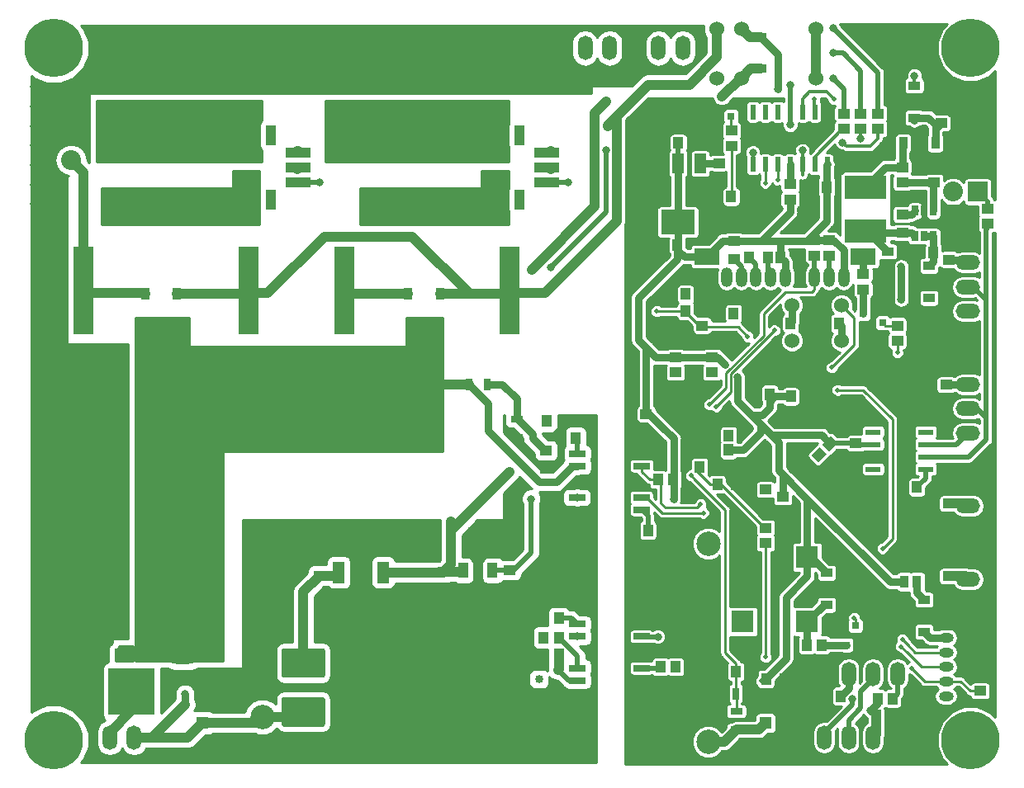
<source format=gbr>
G04 #@! TF.GenerationSoftware,KiCad,Pcbnew,(5.0.2)-1*
G04 #@! TF.CreationDate,2019-05-02T15:47:20+09:00*
G04 #@! TF.ProjectId,Electrocity_Manager,456c6563-7472-46f6-9369-74795f4d616e,rev?*
G04 #@! TF.SameCoordinates,Original*
G04 #@! TF.FileFunction,Copper,L2,Bot*
G04 #@! TF.FilePolarity,Positive*
%FSLAX46Y46*%
G04 Gerber Fmt 4.6, Leading zero omitted, Abs format (unit mm)*
G04 Created by KiCad (PCBNEW (5.0.2)-1) date 2019/05/02 15:47:20*
%MOMM*%
%LPD*%
G01*
G04 APERTURE LIST*
G04 #@! TA.AperFunction,ComponentPad*
%ADD10C,2.500000*%
G04 #@! TD*
G04 #@! TA.AperFunction,SMDPad,CuDef*
%ADD11R,1.200000X1.000000*%
G04 #@! TD*
G04 #@! TA.AperFunction,SMDPad,CuDef*
%ADD12R,1.000000X1.200000*%
G04 #@! TD*
G04 #@! TA.AperFunction,SMDPad,CuDef*
%ADD13R,4.200000X2.400000*%
G04 #@! TD*
G04 #@! TA.AperFunction,SMDPad,CuDef*
%ADD14R,1.220000X0.910000*%
G04 #@! TD*
G04 #@! TA.AperFunction,SMDPad,CuDef*
%ADD15R,2.300000X2.300000*%
G04 #@! TD*
G04 #@! TA.AperFunction,SMDPad,CuDef*
%ADD16R,0.800100X0.800100*%
G04 #@! TD*
G04 #@! TA.AperFunction,ComponentPad*
%ADD17C,6.500000*%
G04 #@! TD*
G04 #@! TA.AperFunction,SMDPad,CuDef*
%ADD18R,0.965200X1.270000*%
G04 #@! TD*
G04 #@! TA.AperFunction,SMDPad,CuDef*
%ADD19C,1.000000*%
G04 #@! TD*
G04 #@! TA.AperFunction,Conductor*
%ADD20C,0.100000*%
G04 #@! TD*
G04 #@! TA.AperFunction,ComponentPad*
%ADD21C,1.300000*%
G04 #@! TD*
G04 #@! TA.AperFunction,ComponentPad*
%ADD22R,1.300000X1.300000*%
G04 #@! TD*
G04 #@! TA.AperFunction,SMDPad,CuDef*
%ADD23R,0.910000X1.220000*%
G04 #@! TD*
G04 #@! TA.AperFunction,ComponentPad*
%ADD24R,2.032000X2.032000*%
G04 #@! TD*
G04 #@! TA.AperFunction,ComponentPad*
%ADD25O,2.032000X2.032000*%
G04 #@! TD*
G04 #@! TA.AperFunction,ComponentPad*
%ADD26O,2.500000X1.500000*%
G04 #@! TD*
G04 #@! TA.AperFunction,ComponentPad*
%ADD27O,1.500000X2.500000*%
G04 #@! TD*
G04 #@! TA.AperFunction,ComponentPad*
%ADD28C,8.500000*%
G04 #@! TD*
G04 #@! TA.AperFunction,SMDPad,CuDef*
%ADD29R,0.690880X1.000760*%
G04 #@! TD*
G04 #@! TA.AperFunction,SMDPad,CuDef*
%ADD30R,1.200000X2.000000*%
G04 #@! TD*
G04 #@! TA.AperFunction,SMDPad,CuDef*
%ADD31R,3.500000X2.500000*%
G04 #@! TD*
G04 #@! TA.AperFunction,ComponentPad*
%ADD32R,3.000000X13.000000*%
G04 #@! TD*
G04 #@! TA.AperFunction,ComponentPad*
%ADD33R,2.000000X9.000000*%
G04 #@! TD*
G04 #@! TA.AperFunction,ComponentPad*
%ADD34R,13.000000X3.000000*%
G04 #@! TD*
G04 #@! TA.AperFunction,SMDPad,CuDef*
%ADD35R,1.000000X2.000000*%
G04 #@! TD*
G04 #@! TA.AperFunction,SMDPad,CuDef*
%ADD36R,2.500000X1.000000*%
G04 #@! TD*
G04 #@! TA.AperFunction,SMDPad,CuDef*
%ADD37R,2.500000X1.800000*%
G04 #@! TD*
G04 #@! TA.AperFunction,SMDPad,CuDef*
%ADD38R,1.700000X0.650000*%
G04 #@! TD*
G04 #@! TA.AperFunction,ComponentPad*
%ADD39O,1.524000X1.000000*%
G04 #@! TD*
G04 #@! TA.AperFunction,SMDPad,CuDef*
%ADD40R,1.400000X1.270000*%
G04 #@! TD*
G04 #@! TA.AperFunction,SMDPad,CuDef*
%ADD41R,4.720000X4.800000*%
G04 #@! TD*
G04 #@! TA.AperFunction,ComponentPad*
%ADD42C,4.500880*%
G04 #@! TD*
G04 #@! TA.AperFunction,SMDPad,CuDef*
%ADD43R,0.700000X1.300000*%
G04 #@! TD*
G04 #@! TA.AperFunction,SMDPad,CuDef*
%ADD44R,1.300000X0.700000*%
G04 #@! TD*
G04 #@! TA.AperFunction,SMDPad,CuDef*
%ADD45R,1.000760X1.501140*%
G04 #@! TD*
G04 #@! TA.AperFunction,SMDPad,CuDef*
%ADD46R,1.998980X2.999740*%
G04 #@! TD*
G04 #@! TA.AperFunction,SMDPad,CuDef*
%ADD47C,0.749300*%
G04 #@! TD*
G04 #@! TA.AperFunction,SMDPad,CuDef*
%ADD48R,1.250000X1.000000*%
G04 #@! TD*
G04 #@! TA.AperFunction,SMDPad,CuDef*
%ADD49R,0.600000X1.500000*%
G04 #@! TD*
G04 #@! TA.AperFunction,ComponentPad*
%ADD50C,1.524000*%
G04 #@! TD*
G04 #@! TA.AperFunction,ComponentPad*
%ADD51O,1.200000X2.000000*%
G04 #@! TD*
G04 #@! TA.AperFunction,ComponentPad*
%ADD52R,2.600000X1.700000*%
G04 #@! TD*
G04 #@! TA.AperFunction,SMDPad,CuDef*
%ADD53R,1.550000X0.600000*%
G04 #@! TD*
G04 #@! TA.AperFunction,SMDPad,CuDef*
%ADD54R,1.200000X2.200000*%
G04 #@! TD*
G04 #@! TA.AperFunction,SMDPad,CuDef*
%ADD55R,5.800000X6.400000*%
G04 #@! TD*
G04 #@! TA.AperFunction,SMDPad,CuDef*
%ADD56C,3.025000*%
G04 #@! TD*
G04 #@! TA.AperFunction,ViaPad*
%ADD57C,6.000000*%
G04 #@! TD*
G04 #@! TA.AperFunction,ViaPad*
%ADD58C,0.800000*%
G04 #@! TD*
G04 #@! TA.AperFunction,ViaPad*
%ADD59C,0.500000*%
G04 #@! TD*
G04 #@! TA.AperFunction,Conductor*
%ADD60C,1.000000*%
G04 #@! TD*
G04 #@! TA.AperFunction,Conductor*
%ADD61C,0.800000*%
G04 #@! TD*
G04 #@! TA.AperFunction,Conductor*
%ADD62C,0.250000*%
G04 #@! TD*
G04 #@! TA.AperFunction,Conductor*
%ADD63C,0.500000*%
G04 #@! TD*
G04 #@! TA.AperFunction,Conductor*
%ADD64C,0.300000*%
G04 #@! TD*
G04 #@! TA.AperFunction,Conductor*
%ADD65C,0.254000*%
G04 #@! TD*
G04 APERTURE END LIST*
D10*
G04 #@! TO.P,U9,4*
G04 #@! TO.N,Net-(U9-Pad4)*
X118110000Y-151840000D03*
G04 #@! TO.P,U9,5*
G04 #@! TO.N,GND*
X118110000Y-162000000D03*
G04 #@! TO.P,U9,6*
G04 #@! TO.N,Net-(C35-Pad1)*
X118110000Y-172160000D03*
G04 #@! TO.P,U9,3*
G04 #@! TO.N,GNDPWR*
X72390000Y-154380000D03*
G04 #@! TO.P,U9,2*
X72390000Y-164540000D03*
G04 #@! TO.P,U9,1*
G04 #@! TO.N,/24V*
X72390000Y-169620000D03*
G04 #@! TD*
D11*
G04 #@! TO.P,C13,2*
G04 #@! TO.N,GND*
X124000000Y-148180000D03*
G04 #@! TO.P,C13,1*
G04 #@! TO.N,Net-(C13-Pad1)*
X124000000Y-146300001D03*
G04 #@! TD*
G04 #@! TO.P,C4,1*
G04 #@! TO.N,+3.3V*
X133250000Y-141550000D03*
G04 #@! TO.P,C4,2*
G04 #@! TO.N,GND*
X133250000Y-143430000D03*
G04 #@! TD*
D12*
G04 #@! TO.P,C11,1*
G04 #@! TO.N,Net-(C11-Pad1)*
X120199999Y-140750000D03*
G04 #@! TO.P,C11,2*
G04 #@! TO.N,GND*
X118320000Y-140750000D03*
G04 #@! TD*
D13*
G04 #@! TO.P,L1,2*
G04 #@! TO.N,Net-(D13-Pad1)*
X134250000Y-115250000D03*
G04 #@! TO.P,L1,1*
G04 #@! TO.N,Net-(C23-Pad1)*
X134250000Y-119750000D03*
G04 #@! TD*
D12*
G04 #@! TO.P,C19,1*
G04 #@! TO.N,+3.3V*
X125550000Y-122500000D03*
G04 #@! TO.P,C19,2*
G04 #@! TO.N,GND*
X127430000Y-122500000D03*
G04 #@! TD*
D14*
G04 #@! TO.P,D12,1*
G04 #@! TO.N,+12V*
X140750000Y-126635000D03*
G04 #@! TO.P,D12,2*
G04 #@! TO.N,Net-(C25-Pad1)*
X140750000Y-123365000D03*
G04 #@! TD*
D11*
G04 #@! TO.P,R48,1*
G04 #@! TO.N,/PC2*
X120500000Y-111030000D03*
G04 #@! TO.P,R48,2*
G04 #@! TO.N,Net-(Q7-Pad1)*
X120500000Y-109470000D03*
G04 #@! TD*
D12*
G04 #@! TO.P,C9,2*
G04 #@! TO.N,+3.3V*
X120180000Y-142250000D03*
G04 #@! TO.P,C9,1*
G04 #@! TO.N,GND*
X118300000Y-142250000D03*
G04 #@! TD*
D15*
G04 #@! TO.P,SP1,3*
G04 #@! TO.N,N/C*
X121650000Y-159850000D03*
G04 #@! TO.P,SP1,2*
G04 #@! TO.N,Net-(D9-Pad1)*
X128250000Y-159850000D03*
G04 #@! TO.P,SP1,1*
G04 #@! TO.N,+3.3V*
X128250000Y-153250000D03*
G04 #@! TD*
D11*
G04 #@! TO.P,C27,2*
G04 #@! TO.N,GND*
X111750000Y-140430000D03*
G04 #@! TO.P,C27,1*
G04 #@! TO.N,+3.3V*
X111750000Y-138550000D03*
G04 #@! TD*
D12*
G04 #@! TO.P,C44,1*
G04 #@! TO.N,/ADC12_IN8*
X120950000Y-165000000D03*
G04 #@! TO.P,C44,2*
G04 #@! TO.N,GND*
X119070000Y-165000000D03*
G04 #@! TD*
D16*
G04 #@! TO.P,Q7,1*
G04 #@! TO.N,Net-(Q7-Pad1)*
X120450000Y-108000760D03*
G04 #@! TO.P,Q7,2*
G04 #@! TO.N,GND*
X118550000Y-108000760D03*
G04 #@! TO.P,Q7,3*
G04 #@! TO.N,Net-(D25-Pad1)*
X119500000Y-106001780D03*
G04 #@! TD*
D11*
G04 #@! TO.P,R6,2*
G04 #@! TO.N,Net-(JP3-Pad1)*
X146750000Y-117470000D03*
G04 #@! TO.P,R6,1*
G04 #@! TO.N,/CAN_H*
X146750000Y-119030000D03*
G04 #@! TD*
D17*
G04 #@! TO.P,P15,1*
G04 #@! TO.N,GNDPWR*
X90250000Y-102500000D03*
G04 #@! TO.P,P15,2*
G04 #@! TO.N,FUN_Vdd*
X90250000Y-109500000D03*
G04 #@! TD*
G04 #@! TO.P,P17,2*
G04 #@! TO.N,POWER_Vdd*
X67000000Y-109500000D03*
G04 #@! TO.P,P17,1*
G04 #@! TO.N,GNDPWR*
X67000000Y-102500000D03*
G04 #@! TD*
D18*
G04 #@! TO.P,JP2,2*
G04 #@! TO.N,+3.3V*
X138250000Y-155750000D03*
G04 #@! TO.P,JP2,1*
G04 #@! TO.N,Net-(D1-Pad2)*
X139520000Y-155750000D03*
G04 #@! TD*
D19*
G04 #@! TO.P,C12,1*
G04 #@! TO.N,GND*
X131921751Y-142921751D03*
D20*
G04 #@! TD*
G04 #@! TO.N,GND*
G04 #@! TO.C,C12*
G36*
X132699568Y-142851040D02*
X131851040Y-143699568D01*
X131143934Y-142992462D01*
X131992462Y-142143934D01*
X132699568Y-142851040D01*
X132699568Y-142851040D01*
G37*
D19*
G04 #@! TO.P,C12,2*
G04 #@! TO.N,+3.3V*
X130592391Y-141592391D03*
D20*
G04 #@! TD*
G04 #@! TO.N,+3.3V*
G04 #@! TO.C,C12*
G36*
X131370208Y-141521680D02*
X130521680Y-142370208D01*
X129814574Y-141663102D01*
X130663102Y-140814574D01*
X131370208Y-141521680D01*
X131370208Y-141521680D01*
G37*
D11*
G04 #@! TO.P,C20,2*
G04 #@! TO.N,Net-(C20-Pad2)*
X120750000Y-122680000D03*
G04 #@! TO.P,C20,1*
G04 #@! TO.N,+3.3V*
X120750000Y-120800000D03*
G04 #@! TD*
G04 #@! TO.P,C23,1*
G04 #@! TO.N,Net-(C23-Pad1)*
X138000000Y-119950000D03*
G04 #@! TO.P,C23,2*
G04 #@! TO.N,Net-(C23-Pad2)*
X138000000Y-118070000D03*
G04 #@! TD*
G04 #@! TO.P,C24,1*
G04 #@! TO.N,+5V*
X119250000Y-112800000D03*
G04 #@! TO.P,C24,2*
G04 #@! TO.N,GND*
X119250000Y-114680000D03*
G04 #@! TD*
D12*
G04 #@! TO.P,C25,2*
G04 #@! TO.N,GND*
X139320000Y-122000000D03*
G04 #@! TO.P,C25,1*
G04 #@! TO.N,Net-(C25-Pad1)*
X141200000Y-122000000D03*
G04 #@! TD*
G04 #@! TO.P,C26,1*
G04 #@! TO.N,+3.3V*
X114950000Y-121250000D03*
G04 #@! TO.P,C26,2*
G04 #@! TO.N,GND*
X113070000Y-121250000D03*
G04 #@! TD*
D21*
G04 #@! TO.P,C32,2*
G04 #@! TO.N,GNDPWR*
X66250000Y-172750000D03*
D22*
G04 #@! TO.P,C32,1*
G04 #@! TO.N,/24V*
X66250000Y-170250000D03*
G04 #@! TD*
G04 #@! TO.P,C35,1*
G04 #@! TO.N,Net-(C35-Pad1)*
X124000000Y-170250000D03*
D21*
G04 #@! TO.P,C35,2*
G04 #@! TO.N,GND*
X124000000Y-172750000D03*
G04 #@! TD*
D14*
G04 #@! TO.P,D1,2*
G04 #@! TO.N,Net-(D1-Pad2)*
X140250000Y-157615000D03*
G04 #@! TO.P,D1,1*
G04 #@! TO.N,Net-(D1-Pad1)*
X140250000Y-160885000D03*
G04 #@! TD*
G04 #@! TO.P,D9,1*
G04 #@! TO.N,Net-(D9-Pad1)*
X130250000Y-158135000D03*
G04 #@! TO.P,D9,2*
G04 #@! TO.N,+3.3V*
X130250000Y-154865000D03*
G04 #@! TD*
G04 #@! TO.P,D11,2*
G04 #@! TO.N,Net-(C23-Pad1)*
X136500000Y-121865000D03*
G04 #@! TO.P,D11,1*
G04 #@! TO.N,GND*
X136500000Y-125135000D03*
G04 #@! TD*
D23*
G04 #@! TO.P,D13,2*
G04 #@! TO.N,+5V*
X141385000Y-110750000D03*
G04 #@! TO.P,D13,1*
G04 #@! TO.N,Net-(D13-Pad1)*
X138115000Y-110750000D03*
G04 #@! TD*
D24*
G04 #@! TO.P,JP3,1*
G04 #@! TO.N,Net-(JP3-Pad1)*
X145750000Y-115750000D03*
D25*
G04 #@! TO.P,JP3,2*
G04 #@! TO.N,/CAN_L*
X143210000Y-115750000D03*
G04 #@! TD*
D26*
G04 #@! TO.P,P3,4*
G04 #@! TO.N,/CAN_L*
X144750000Y-128000000D03*
G04 #@! TO.P,P3,3*
G04 #@! TO.N,/CAN_H*
X144750000Y-125500000D03*
G04 #@! TO.P,P3,2*
G04 #@! TO.N,+12V*
X144750000Y-123000000D03*
G04 #@! TO.P,P3,1*
G04 #@! TO.N,GND*
X144750000Y-120500000D03*
G04 #@! TD*
D27*
G04 #@! TO.P,P9,2*
G04 #@! TO.N,/24V*
X59250000Y-171750000D03*
G04 #@! TO.P,P9,1*
G04 #@! TO.N,Net-(D10-Pad3)*
X56750000Y-171750000D03*
G04 #@! TD*
D28*
G04 #@! TO.P,P13,1*
G04 #@! TO.N,GNDPWR*
X53250000Y-160000000D03*
G04 #@! TO.P,P13,2*
G04 #@! TO.N,+BATT*
X64250000Y-160000000D03*
G04 #@! TD*
D17*
G04 #@! TO.P,P14,2*
G04 #@! TO.N,POWER_Vdd*
X58750000Y-109500000D03*
G04 #@! TO.P,P14,1*
G04 #@! TO.N,GNDPWR*
X58750000Y-102500000D03*
G04 #@! TD*
D28*
G04 #@! TO.P,P16,2*
G04 #@! TO.N,+BATT*
X64250000Y-150000000D03*
G04 #@! TO.P,P16,1*
G04 #@! TO.N,GNDPWR*
X53250000Y-150000000D03*
G04 #@! TD*
D17*
G04 #@! TO.P,P18,1*
G04 #@! TO.N,GNDPWR*
X82000000Y-102500000D03*
G04 #@! TO.P,P18,2*
G04 #@! TO.N,FUN_Vdd*
X82000000Y-109500000D03*
G04 #@! TD*
D29*
G04 #@! TO.P,U5,6*
G04 #@! TO.N,Net-(C23-Pad1)*
X139300040Y-120300480D03*
G04 #@! TO.P,U5,5*
G04 #@! TO.N,Net-(C25-Pad1)*
X140250000Y-120300480D03*
G04 #@! TO.P,U5,4*
X141199960Y-120300480D03*
G04 #@! TO.P,U5,3*
G04 #@! TO.N,/FB*
X141199960Y-117699520D03*
G04 #@! TO.P,U5,2*
G04 #@! TO.N,GND*
X140250000Y-117699520D03*
G04 #@! TO.P,U5,1*
G04 #@! TO.N,Net-(C23-Pad2)*
X139300040Y-117699520D03*
G04 #@! TD*
D30*
G04 #@! TO.P,U7,2*
G04 #@! TO.N,+3.3V*
X115000000Y-112850000D03*
G04 #@! TO.P,U7,1*
G04 #@! TO.N,GND*
X112700000Y-112850000D03*
G04 #@! TO.P,U7,3*
G04 #@! TO.N,+5V*
X117300000Y-112850000D03*
D31*
G04 #@! TO.P,U7,2*
G04 #@! TO.N,+3.3V*
X115000000Y-118850000D03*
G04 #@! TD*
D32*
G04 #@! TO.P,U8,30*
G04 #@! TO.N,+BATT*
X62500000Y-135250000D03*
D33*
G04 #@! TO.P,U8,86*
G04 #@! TO.N,/Relay_Out*
X54050000Y-125900000D03*
G04 #@! TO.P,U8,85*
G04 #@! TO.N,/Coil*
X70950000Y-125900000D03*
D34*
G04 #@! TO.P,U8,87*
G04 #@! TO.N,Net-(U11-Pad5)*
X62500000Y-117500000D03*
G04 #@! TD*
G04 #@! TO.P,U12,87*
G04 #@! TO.N,Net-(U12-Pad87)*
X89250000Y-117500000D03*
D33*
G04 #@! TO.P,U12,85*
G04 #@! TO.N,/Coil*
X97700000Y-125900000D03*
G04 #@! TO.P,U12,86*
G04 #@! TO.N,/Relay_Out*
X80800000Y-125900000D03*
D32*
G04 #@! TO.P,U12,30*
G04 #@! TO.N,+BATT*
X89250000Y-135250000D03*
G04 #@! TD*
D35*
G04 #@! TO.P,U14,*
G04 #@! TO.N,*
X98750000Y-116550000D03*
X98750000Y-109950000D03*
D36*
G04 #@! TO.P,U14,3*
G04 #@! TO.N,Net-(R44-Pad2)*
X101550000Y-114750000D03*
G04 #@! TO.P,U14,2*
G04 #@! TO.N,GND*
X101550000Y-113250000D03*
G04 #@! TO.P,U14,1*
G04 #@! TO.N,+3.3V*
X101550000Y-111750000D03*
D37*
G04 #@! TO.P,U14,5*
G04 #@! TO.N,Net-(U12-Pad87)*
X96050000Y-114750000D03*
G04 #@! TO.P,U14,6*
G04 #@! TO.N,FUN_Vdd*
X96050000Y-111750000D03*
G04 #@! TD*
D38*
G04 #@! TO.P,IC2,1*
G04 #@! TO.N,Net-(IC2-Pad1)*
X111300000Y-164615000D03*
G04 #@! TO.P,IC2,2*
G04 #@! TO.N,GND*
X111300000Y-165885000D03*
G04 #@! TO.P,IC2,3*
G04 #@! TO.N,Net-(IC2-Pad3)*
X104700000Y-165885000D03*
G04 #@! TO.P,IC2,4*
G04 #@! TO.N,Net-(IC2-Pad4)*
X104700000Y-164615000D03*
G04 #@! TD*
G04 #@! TO.P,IC3,4*
G04 #@! TO.N,/Relay_state*
X111300000Y-161385000D03*
G04 #@! TO.P,IC3,3*
G04 #@! TO.N,GND*
X111300000Y-160115000D03*
G04 #@! TO.P,IC3,2*
G04 #@! TO.N,Net-(IC3-Pad2)*
X104700000Y-160115000D03*
G04 #@! TO.P,IC3,1*
G04 #@! TO.N,/Coil*
X104700000Y-161385000D03*
G04 #@! TD*
G04 #@! TO.P,IC4,4*
G04 #@! TO.N,Net-(IC4-Pad4)*
X104660000Y-147115000D03*
G04 #@! TO.P,IC4,3*
G04 #@! TO.N,GNDPWR*
X104660000Y-148385000D03*
G04 #@! TO.P,IC4,2*
G04 #@! TO.N,Net-(IC4-Pad2)*
X111260000Y-148385000D03*
G04 #@! TO.P,IC4,1*
G04 #@! TO.N,/PB15*
X111260000Y-147115000D03*
G04 #@! TD*
D39*
G04 #@! TO.P,P1,1*
G04 #@! TO.N,GND*
X142500000Y-160000000D03*
G04 #@! TO.P,P1,2*
G04 #@! TO.N,Net-(D1-Pad1)*
X142500000Y-161500000D03*
G04 #@! TO.P,P1,3*
G04 #@! TO.N,/SWCLK*
X142500000Y-163000000D03*
G04 #@! TO.P,P1,4*
G04 #@! TO.N,/SWDIO*
X142500000Y-164500000D03*
G04 #@! TO.P,P1,5*
G04 #@! TO.N,/~NRST*
X142500000Y-166000000D03*
G04 #@! TO.P,P1,6*
G04 #@! TO.N,Net-(P1-Pad6)*
X142500000Y-167500000D03*
G04 #@! TD*
D11*
G04 #@! TO.P,C2,1*
G04 #@! TO.N,+12V*
X142500000Y-135550000D03*
G04 #@! TO.P,C2,2*
G04 #@! TO.N,GND*
X142500000Y-137430000D03*
G04 #@! TD*
G04 #@! TO.P,C3,1*
G04 #@! TO.N,/~NRST*
X146000000Y-166950000D03*
G04 #@! TO.P,C3,2*
G04 #@! TO.N,GND*
X146000000Y-165070000D03*
G04 #@! TD*
G04 #@! TO.P,C6,2*
G04 #@! TO.N,GND*
X142750000Y-120820000D03*
G04 #@! TO.P,C6,1*
G04 #@! TO.N,+12V*
X142750000Y-122700000D03*
G04 #@! TD*
D12*
G04 #@! TO.P,C7,2*
G04 #@! TO.N,GND*
X137180000Y-169500000D03*
G04 #@! TO.P,C7,1*
G04 #@! TO.N,+12V*
X135300000Y-169500000D03*
G04 #@! TD*
G04 #@! TO.P,C8,1*
G04 #@! TO.N,GND*
X122550000Y-136500000D03*
G04 #@! TO.P,C8,2*
G04 #@! TO.N,+3.3V*
X124430000Y-136500000D03*
G04 #@! TD*
D11*
G04 #@! TO.P,C10,2*
G04 #@! TO.N,+3.3V*
X125750000Y-147070000D03*
G04 #@! TO.P,C10,1*
G04 #@! TO.N,GND*
X125750000Y-148950000D03*
G04 #@! TD*
D12*
G04 #@! TO.P,C14,2*
G04 #@! TO.N,GND*
X129820000Y-167500000D03*
G04 #@! TO.P,C14,1*
G04 #@! TO.N,+12V*
X131700000Y-167500000D03*
G04 #@! TD*
G04 #@! TO.P,C15,2*
G04 #@! TO.N,+3.3V*
X126570000Y-136750000D03*
G04 #@! TO.P,C15,1*
G04 #@! TO.N,GND*
X128450000Y-136750000D03*
G04 #@! TD*
D11*
G04 #@! TO.P,C16,2*
G04 #@! TO.N,GND*
X142750000Y-153320000D03*
G04 #@! TO.P,C16,1*
G04 #@! TO.N,+12V*
X142750000Y-155200000D03*
G04 #@! TD*
G04 #@! TO.P,C17,1*
G04 #@! TO.N,+12V*
X142750000Y-147750000D03*
G04 #@! TO.P,C17,2*
G04 #@! TO.N,GND*
X142750000Y-145870000D03*
G04 #@! TD*
D12*
G04 #@! TO.P,C18,1*
G04 #@! TO.N,GND*
X128370000Y-115250000D03*
G04 #@! TO.P,C18,2*
G04 #@! TO.N,+3.3V*
X130250000Y-115250000D03*
G04 #@! TD*
G04 #@! TO.P,C21,2*
G04 #@! TO.N,Net-(C21-Pad2)*
X122320000Y-122500000D03*
G04 #@! TO.P,C21,1*
G04 #@! TO.N,Net-(C21-Pad1)*
X124200000Y-122500000D03*
G04 #@! TD*
D11*
G04 #@! TO.P,C29,2*
G04 #@! TO.N,GND*
X142000000Y-106820000D03*
G04 #@! TO.P,C29,1*
G04 #@! TO.N,+5V*
X142000000Y-108700000D03*
G04 #@! TD*
D12*
G04 #@! TO.P,C33,2*
G04 #@! TO.N,GND*
X117680000Y-128000000D03*
G04 #@! TO.P,C33,1*
G04 #@! TO.N,/ADC12_IN1*
X115800000Y-128000000D03*
G04 #@! TD*
D11*
G04 #@! TO.P,C38,1*
G04 #@! TO.N,/Voltage*
X101500000Y-142300000D03*
G04 #@! TO.P,C38,2*
G04 #@! TO.N,GNDPWR*
X101500000Y-144180000D03*
G04 #@! TD*
D12*
G04 #@! TO.P,C39,1*
G04 #@! TO.N,/ADC12_IN2*
X115800000Y-126250000D03*
G04 #@! TO.P,C39,2*
G04 #@! TO.N,GND*
X117680000Y-126250000D03*
G04 #@! TD*
G04 #@! TO.P,C41,2*
G04 #@! TO.N,GND*
X125930000Y-165750000D03*
G04 #@! TO.P,C41,1*
G04 #@! TO.N,+3.3V*
X124050000Y-165750000D03*
G04 #@! TD*
G04 #@! TO.P,C42,1*
G04 #@! TO.N,/ADC12_IN9*
X119050000Y-145750000D03*
G04 #@! TO.P,C42,2*
G04 #@! TO.N,GND*
X120930000Y-145750000D03*
G04 #@! TD*
D11*
G04 #@! TO.P,C43,1*
G04 #@! TO.N,GNDPWR*
X97750000Y-156450000D03*
G04 #@! TO.P,C43,2*
G04 #@! TO.N,3V3*
X97750000Y-154570000D03*
G04 #@! TD*
D40*
G04 #@! TO.P,D10,1*
G04 #@! TO.N,+BATT*
X60040000Y-163235000D03*
D41*
G04 #@! TO.P,D10,3*
G04 #@! TO.N,Net-(D10-Pad3)*
X59000000Y-167040000D03*
D40*
G04 #@! TO.P,D10,2*
G04 #@! TO.N,+BATT*
X57960000Y-163235000D03*
G04 #@! TD*
D24*
G04 #@! TO.P,JP1,1*
G04 #@! TO.N,GNDPWR*
X50250000Y-112500000D03*
D25*
G04 #@! TO.P,JP1,2*
G04 #@! TO.N,/Relay_Out*
X52790000Y-112500000D03*
G04 #@! TD*
D27*
G04 #@! TO.P,P5,4*
G04 #@! TO.N,/Relay_state*
X137500000Y-165250000D03*
G04 #@! TO.P,P5,3*
G04 #@! TO.N,/Fource_shutdown*
X135000000Y-165250000D03*
G04 #@! TO.P,P5,2*
G04 #@! TO.N,+12V*
X132500000Y-165250000D03*
G04 #@! TO.P,P5,1*
G04 #@! TO.N,GND*
X130000000Y-165250000D03*
G04 #@! TD*
D26*
G04 #@! TO.P,P6,1*
G04 #@! TO.N,GND*
X144750000Y-153000000D03*
G04 #@! TO.P,P6,2*
G04 #@! TO.N,+12V*
X144750000Y-155500000D03*
G04 #@! TD*
G04 #@! TO.P,P7,2*
G04 #@! TO.N,+12V*
X144750000Y-148000000D03*
G04 #@! TO.P,P7,1*
G04 #@! TO.N,GND*
X144750000Y-145500000D03*
G04 #@! TD*
D27*
G04 #@! TO.P,P10,2*
G04 #@! TO.N,Net-(P10-Pad2)*
X108000000Y-101000000D03*
G04 #@! TO.P,P10,1*
G04 #@! TO.N,+12C*
X105500000Y-101000000D03*
G04 #@! TD*
G04 #@! TO.P,P11,1*
G04 #@! TO.N,Net-(P10-Pad2)*
X113000000Y-101000000D03*
G04 #@! TO.P,P11,2*
G04 #@! TO.N,Net-(P11-Pad2)*
X115500000Y-101000000D03*
G04 #@! TD*
D42*
G04 #@! TO.P,P12,1*
G04 #@! TO.N,GNDPWR*
X99000000Y-101500000D03*
G04 #@! TD*
D16*
G04 #@! TO.P,Q1,1*
G04 #@! TO.N,Net-(IC2-Pad3)*
X102750760Y-164800000D03*
G04 #@! TO.P,Q1,2*
G04 #@! TO.N,GNDPWR*
X102750760Y-166700000D03*
G04 #@! TO.P,Q1,3*
G04 #@! TO.N,/Relay_Out*
X100751780Y-165750000D03*
G04 #@! TD*
G04 #@! TO.P,Q2,3*
G04 #@! TO.N,Net-(Q2-Pad3)*
X132250000Y-162248220D03*
G04 #@! TO.P,Q2,2*
G04 #@! TO.N,GND*
X131300000Y-160249240D03*
G04 #@! TO.P,Q2,1*
G04 #@! TO.N,Net-(Q2-Pad1)*
X133200000Y-160249240D03*
G04 #@! TD*
G04 #@! TO.P,Q3,1*
G04 #@! TO.N,Net-(Q3-Pad1)*
X136000760Y-129200000D03*
G04 #@! TO.P,Q3,2*
G04 #@! TO.N,GND*
X136000760Y-127300000D03*
G04 #@! TO.P,Q3,3*
G04 #@! TO.N,Net-(Q3-Pad3)*
X134001780Y-128250000D03*
G04 #@! TD*
D12*
G04 #@! TO.P,R7,1*
G04 #@! TO.N,GNDPWR*
X101220000Y-163250000D03*
G04 #@! TO.P,R7,2*
G04 #@! TO.N,Net-(IC2-Pad3)*
X102780000Y-163250000D03*
G04 #@! TD*
D19*
G04 #@! TO.P,R8,2*
G04 #@! TO.N,GND*
X130551543Y-143801543D03*
D20*
G04 #@! TD*
G04 #@! TO.N,GND*
G04 #@! TO.C,R8*
G36*
X129773726Y-143872254D02*
X130622254Y-143023726D01*
X131329360Y-143730832D01*
X130480832Y-144579360D01*
X129773726Y-143872254D01*
X129773726Y-143872254D01*
G37*
D19*
G04 #@! TO.P,R8,1*
G04 #@! TO.N,Net-(R8-Pad1)*
X129448457Y-142698457D03*
D20*
G04 #@! TD*
G04 #@! TO.N,Net-(R8-Pad1)*
G04 #@! TO.C,R8*
G36*
X128670640Y-142769168D02*
X129519168Y-141920640D01*
X130226274Y-142627746D01*
X129377746Y-143476274D01*
X128670640Y-142769168D01*
X128670640Y-142769168D01*
G37*
D12*
G04 #@! TO.P,R9,2*
G04 #@! TO.N,Net-(IC2-Pad4)*
X102780000Y-161500000D03*
G04 #@! TO.P,R9,1*
G04 #@! TO.N,/MAIN_SW_Vdd*
X101220000Y-161500000D03*
G04 #@! TD*
G04 #@! TO.P,R11,1*
G04 #@! TO.N,GNDPWR*
X101220000Y-159500000D03*
G04 #@! TO.P,R11,2*
G04 #@! TO.N,Net-(IC3-Pad2)*
X102780000Y-159500000D03*
G04 #@! TD*
G04 #@! TO.P,R12,2*
G04 #@! TO.N,GND*
X137940000Y-146060000D03*
G04 #@! TO.P,R12,1*
G04 #@! TO.N,Net-(R12-Pad1)*
X139500000Y-146060000D03*
G04 #@! TD*
G04 #@! TO.P,R15,2*
G04 #@! TO.N,/Fource_shutdown*
X114780000Y-164500000D03*
G04 #@! TO.P,R15,1*
G04 #@! TO.N,Net-(IC2-Pad1)*
X113220000Y-164500000D03*
G04 #@! TD*
G04 #@! TO.P,R17,2*
G04 #@! TO.N,+12V*
X135470000Y-167750000D03*
G04 #@! TO.P,R17,1*
G04 #@! TO.N,/Relay_state*
X137030000Y-167750000D03*
G04 #@! TD*
G04 #@! TO.P,R24,1*
G04 #@! TO.N,Net-(Q2-Pad3)*
X129780000Y-162250000D03*
G04 #@! TO.P,R24,2*
G04 #@! TO.N,Net-(D9-Pad1)*
X128220000Y-162250000D03*
G04 #@! TD*
G04 #@! TO.P,R25,1*
G04 #@! TO.N,GND*
X113500000Y-150500000D03*
G04 #@! TO.P,R25,2*
G04 #@! TO.N,Net-(IC4-Pad2)*
X111940000Y-150500000D03*
G04 #@! TD*
D11*
G04 #@! TO.P,R26,2*
G04 #@! TO.N,+3.3V*
X130500000Y-120720000D03*
G04 #@! TO.P,R26,1*
G04 #@! TO.N,/I2C2_SCL*
X130500000Y-122280000D03*
G04 #@! TD*
G04 #@! TO.P,R27,1*
G04 #@! TO.N,/I2C2_SDA*
X129000000Y-122280000D03*
G04 #@! TO.P,R27,2*
G04 #@! TO.N,+3.3V*
X129000000Y-120720000D03*
G04 #@! TD*
G04 #@! TO.P,R28,2*
G04 #@! TO.N,/PC13*
X137500000Y-131030000D03*
G04 #@! TO.P,R28,1*
G04 #@! TO.N,Net-(Q3-Pad1)*
X137500000Y-129470000D03*
G04 #@! TD*
G04 #@! TO.P,R29,2*
G04 #@! TO.N,Net-(R29-Pad2)*
X134000000Y-124220000D03*
G04 #@! TO.P,R29,1*
G04 #@! TO.N,Net-(Q3-Pad3)*
X134000000Y-125780000D03*
G04 #@! TD*
G04 #@! TO.P,R31,2*
G04 #@! TO.N,Net-(D13-Pad1)*
X138000000Y-113220000D03*
G04 #@! TO.P,R31,1*
G04 #@! TO.N,/FB*
X138000000Y-114780000D03*
G04 #@! TD*
G04 #@! TO.P,R32,1*
G04 #@! TO.N,GND*
X141250000Y-113220000D03*
G04 #@! TO.P,R32,2*
G04 #@! TO.N,/FB*
X141250000Y-114780000D03*
G04 #@! TD*
G04 #@! TO.P,R47,1*
G04 #@! TO.N,/ADC12_IN9*
X124000000Y-150220000D03*
G04 #@! TO.P,R47,2*
G04 #@! TO.N,Net-(R47-Pad2)*
X124000000Y-151780000D03*
G04 #@! TD*
D35*
G04 #@! TO.P,U11,*
G04 #@! TO.N,*
X73250000Y-116550000D03*
X73250000Y-109950000D03*
D36*
G04 #@! TO.P,U11,3*
G04 #@! TO.N,Net-(R40-Pad2)*
X76050000Y-114750000D03*
G04 #@! TO.P,U11,2*
G04 #@! TO.N,GND*
X76050000Y-113250000D03*
G04 #@! TO.P,U11,1*
G04 #@! TO.N,+3.3V*
X76050000Y-111750000D03*
D37*
G04 #@! TO.P,U11,5*
G04 #@! TO.N,Net-(U11-Pad5)*
X70550000Y-114750000D03*
G04 #@! TO.P,U11,6*
G04 #@! TO.N,POWER_Vdd*
X70550000Y-111750000D03*
G04 #@! TD*
D26*
G04 #@! TO.P,P2,4*
G04 #@! TO.N,/CAN_L*
X144750000Y-140500000D03*
G04 #@! TO.P,P2,3*
G04 #@! TO.N,/CAN_H*
X144750000Y-138000000D03*
G04 #@! TO.P,P2,2*
G04 #@! TO.N,+12V*
X144750000Y-135500000D03*
G04 #@! TO.P,P2,1*
G04 #@! TO.N,GND*
X144750000Y-133000000D03*
G04 #@! TD*
D12*
G04 #@! TO.P,C22,1*
G04 #@! TO.N,GNDPWR*
X103450000Y-139250000D03*
G04 #@! TO.P,C22,2*
G04 #@! TO.N,3V3*
X101570000Y-139250000D03*
G04 #@! TD*
D23*
G04 #@! TO.P,D22,2*
G04 #@! TO.N,/Coil*
X63635000Y-126250000D03*
G04 #@! TO.P,D22,1*
G04 #@! TO.N,/Relay_Out*
X60365000Y-126250000D03*
G04 #@! TD*
G04 #@! TO.P,D23,1*
G04 #@! TO.N,/Relay_Out*
X87365000Y-126250000D03*
G04 #@! TO.P,D23,2*
G04 #@! TO.N,/Coil*
X90635000Y-126250000D03*
G04 #@! TD*
D43*
G04 #@! TO.P,R45,2*
G04 #@! TO.N,+BATT*
X93550000Y-135500000D03*
G04 #@! TO.P,R45,1*
G04 #@! TO.N,/Voltage*
X95450000Y-135500000D03*
G04 #@! TD*
D44*
G04 #@! TO.P,R46,1*
G04 #@! TO.N,GNDPWR*
X98500000Y-140950000D03*
G04 #@! TO.P,R46,2*
G04 #@! TO.N,/Voltage*
X98500000Y-139050000D03*
G04 #@! TD*
D45*
G04 #@! TO.P,U15,1*
G04 #@! TO.N,3V3*
X96001140Y-154602360D03*
G04 #@! TO.P,U15,2*
G04 #@! TO.N,GNDPWR*
X94500000Y-154602360D03*
G04 #@! TO.P,U15,3*
G04 #@! TO.N,+12C*
X92998860Y-154602360D03*
D46*
G04 #@! TO.P,U15,2*
G04 #@! TO.N,GNDPWR*
X94500000Y-151650880D03*
D47*
X94500000Y-153500000D03*
D20*
G04 #@! TD*
G04 #@! TO.N,GNDPWR*
G04 #@! TO.C,U15*
G36*
X93999620Y-153874650D02*
X93499240Y-153125350D01*
X95500760Y-153125350D01*
X95000380Y-153874650D01*
X93999620Y-153874650D01*
X93999620Y-153874650D01*
G37*
D48*
G04 #@! TO.P,C37,1*
G04 #@! TO.N,GNDPWR*
X91000000Y-156750000D03*
G04 #@! TO.P,C37,2*
G04 #@! TO.N,+12C*
X91000000Y-154750000D03*
G04 #@! TD*
D44*
G04 #@! TO.P,R52,2*
G04 #@! TO.N,Net-(C35-Pad1)*
X121000000Y-170950000D03*
G04 #@! TO.P,R52,1*
G04 #@! TO.N,/ADC12_IN8*
X121000000Y-169050000D03*
G04 #@! TD*
D27*
G04 #@! TO.P,P4,4*
G04 #@! TO.N,/Relay_state*
X130000000Y-171750000D03*
G04 #@! TO.P,P4,3*
G04 #@! TO.N,/Fource_shutdown*
X132500000Y-171750000D03*
G04 #@! TO.P,P4,2*
G04 #@! TO.N,+12V*
X135000000Y-171750000D03*
G04 #@! TO.P,P4,1*
G04 #@! TO.N,GND*
X137500000Y-171750000D03*
G04 #@! TD*
D12*
G04 #@! TO.P,C47,2*
G04 #@! TO.N,GND*
X129620000Y-129250000D03*
G04 #@! TO.P,C47,1*
G04 #@! TO.N,+5V*
X131500000Y-129250000D03*
G04 #@! TD*
G04 #@! TO.P,C48,2*
G04 #@! TO.N,GND*
X128430000Y-129250000D03*
G04 #@! TO.P,C48,1*
G04 #@! TO.N,+5V*
X126550000Y-129250000D03*
G04 #@! TD*
D14*
G04 #@! TO.P,D25,1*
G04 #@! TO.N,Net-(D25-Pad1)*
X123500000Y-103135000D03*
G04 #@! TO.P,D25,2*
G04 #@! TO.N,+5V*
X123500000Y-99865000D03*
G04 #@! TD*
D12*
G04 #@! TO.P,R18,1*
G04 #@! TO.N,GND*
X122030000Y-116250000D03*
G04 #@! TO.P,R18,2*
G04 #@! TO.N,/PC2*
X120470000Y-116250000D03*
G04 #@! TD*
D14*
G04 #@! TO.P,D29,1*
G04 #@! TO.N,Net-(D29-Pad1)*
X139250000Y-104865000D03*
G04 #@! TO.P,D29,2*
G04 #@! TO.N,+5V*
X139250000Y-108135000D03*
G04 #@! TD*
D11*
G04 #@! TO.P,R19,1*
G04 #@! TO.N,Net-(D26-Pad2)*
X132000000Y-107720000D03*
G04 #@! TO.P,R19,2*
G04 #@! TO.N,Net-(R19-Pad2)*
X132000000Y-109280000D03*
G04 #@! TD*
G04 #@! TO.P,R51,2*
G04 #@! TO.N,Net-(R51-Pad2)*
X133750000Y-109280000D03*
G04 #@! TO.P,R51,1*
G04 #@! TO.N,Net-(D27-Pad2)*
X133750000Y-107720000D03*
G04 #@! TD*
G04 #@! TO.P,R58,1*
G04 #@! TO.N,Net-(D28-Pad2)*
X135500000Y-107720000D03*
G04 #@! TO.P,R58,2*
G04 #@! TO.N,Net-(R58-Pad2)*
X135500000Y-109280000D03*
G04 #@! TD*
G04 #@! TO.P,R59,2*
G04 #@! TO.N,Net-(R59-Pad2)*
X126500000Y-114970000D03*
G04 #@! TO.P,R59,1*
G04 #@! TO.N,+3.3V*
X126500000Y-116530000D03*
G04 #@! TD*
D49*
G04 #@! TO.P,U19,1*
G04 #@! TO.N,+3.3V*
X130310000Y-112950000D03*
G04 #@! TO.P,U19,2*
G04 #@! TO.N,Net-(R19-Pad2)*
X129040000Y-112950000D03*
G04 #@! TO.P,U19,3*
G04 #@! TO.N,Net-(R51-Pad2)*
X127770000Y-112950000D03*
G04 #@! TO.P,U19,4*
G04 #@! TO.N,Net-(R59-Pad2)*
X126500000Y-112950000D03*
G04 #@! TO.P,U19,5*
G04 #@! TO.N,/USART1_TX*
X125230000Y-112950000D03*
G04 #@! TO.P,U19,6*
G04 #@! TO.N,/USART1_RX*
X123960000Y-112950000D03*
G04 #@! TO.P,U19,7*
G04 #@! TO.N,Net-(R58-Pad2)*
X122690000Y-112950000D03*
G04 #@! TO.P,U19,8*
G04 #@! TO.N,Net-(U19-Pad8)*
X122690000Y-107550000D03*
G04 #@! TO.P,U19,9*
G04 #@! TO.N,Net-(U19-Pad9)*
X123960000Y-107550000D03*
G04 #@! TO.P,U19,10*
G04 #@! TO.N,Net-(U19-Pad10)*
X125230000Y-107550000D03*
G04 #@! TO.P,U19,11*
G04 #@! TO.N,+3.3V*
X126500000Y-107550000D03*
G04 #@! TO.P,U19,12*
G04 #@! TO.N,/D-*
X127770000Y-107550000D03*
G04 #@! TO.P,U19,13*
G04 #@! TO.N,/D+*
X129040000Y-107550000D03*
G04 #@! TO.P,U19,14*
G04 #@! TO.N,GND*
X130310000Y-107550000D03*
G04 #@! TD*
D50*
G04 #@! TO.P,U22,1*
G04 #@! TO.N,Net-(P11-Pad2)*
X129160000Y-99000000D03*
X129160000Y-104080000D03*
G04 #@! TO.P,U22,5*
G04 #@! TO.N,+5V*
X121540000Y-99000000D03*
G04 #@! TO.P,U22,2*
G04 #@! TO.N,Net-(D25-Pad1)*
X121540000Y-104080000D03*
G04 #@! TO.P,U22,3*
G04 #@! TO.N,Net-(U22-Pad3)*
X119000000Y-104080000D03*
G04 #@! TO.P,U22,4*
G04 #@! TO.N,/Coil*
X119000000Y-99000000D03*
G04 #@! TD*
G04 #@! TO.P,U20,3*
G04 #@! TO.N,+5V*
X131790000Y-131000000D03*
G04 #@! TO.P,U20,2*
G04 #@! TO.N,GND*
X129250000Y-131000000D03*
G04 #@! TO.P,U20,1*
G04 #@! TO.N,/PC1*
X126710000Y-131000000D03*
G04 #@! TD*
G04 #@! TO.P,U21,1*
G04 #@! TO.N,/PC0*
X131790000Y-127400000D03*
G04 #@! TO.P,U21,2*
G04 #@! TO.N,GND*
X129250000Y-127400000D03*
G04 #@! TO.P,U21,3*
G04 #@! TO.N,+5V*
X126710000Y-127400000D03*
G04 #@! TD*
D12*
G04 #@! TO.P,C49,1*
G04 #@! TO.N,+3.3V*
X115050000Y-110750000D03*
G04 #@! TO.P,C49,2*
G04 #@! TO.N,GND*
X116930000Y-110750000D03*
G04 #@! TD*
D43*
G04 #@! TO.P,R53,2*
G04 #@! TO.N,/ADC12_IN8*
X120950000Y-167250000D03*
G04 #@! TO.P,R53,1*
G04 #@! TO.N,GND*
X119050000Y-167250000D03*
G04 #@! TD*
D11*
G04 #@! TO.P,R22,2*
G04 #@! TO.N,/PC5*
X114750000Y-134280000D03*
G04 #@! TO.P,R22,1*
G04 #@! TO.N,+3.3V*
X114750000Y-132720000D03*
G04 #@! TD*
G04 #@! TO.P,R23,1*
G04 #@! TO.N,+3.3V*
X118500000Y-132720000D03*
G04 #@! TO.P,R23,2*
G04 #@! TO.N,/PC4*
X118500000Y-134280000D03*
G04 #@! TD*
D51*
G04 #@! TO.P,U4,9*
G04 #@! TO.N,+3.3V*
X132000000Y-124500000D03*
G04 #@! TO.P,U4,8*
G04 #@! TO.N,/I2C2_SCL*
X130500000Y-124500000D03*
G04 #@! TO.P,U4,7*
G04 #@! TO.N,/I2C2_SDA*
X129000000Y-124500000D03*
G04 #@! TO.P,U4,6*
G04 #@! TO.N,GND*
X127500000Y-124500000D03*
G04 #@! TO.P,U4,5*
G04 #@! TO.N,+3.3V*
X126000000Y-124500000D03*
G04 #@! TO.P,U4,4*
G04 #@! TO.N,Net-(C21-Pad1)*
X124500000Y-124500000D03*
G04 #@! TO.P,U4,3*
G04 #@! TO.N,Net-(C21-Pad2)*
X123000000Y-124500000D03*
G04 #@! TO.P,U4,2*
G04 #@! TO.N,Net-(C20-Pad2)*
X121500000Y-124500000D03*
G04 #@! TO.P,U4,1*
G04 #@! TO.N,Net-(U4-Pad1)*
X120000000Y-124500000D03*
D52*
G04 #@! TO.P,U4,11*
G04 #@! TO.N,Net-(R29-Pad2)*
X134000000Y-122400000D03*
G04 #@! TO.P,U4,10*
G04 #@! TO.N,+3.3V*
X118000000Y-122400000D03*
G04 #@! TD*
D53*
G04 #@! TO.P,U1,1*
G04 #@! TO.N,/CAN1_TX*
X135020000Y-144215000D03*
G04 #@! TO.P,U1,2*
G04 #@! TO.N,GND*
X135020000Y-142945000D03*
G04 #@! TO.P,U1,3*
G04 #@! TO.N,+3.3V*
X135020000Y-141675000D03*
G04 #@! TO.P,U1,4*
G04 #@! TO.N,/CAN1_RX*
X135020000Y-140405000D03*
G04 #@! TO.P,U1,5*
G04 #@! TO.N,Net-(U1-Pad5)*
X140420000Y-140405000D03*
G04 #@! TO.P,U1,6*
G04 #@! TO.N,/CAN_L*
X140420000Y-141675000D03*
G04 #@! TO.P,U1,7*
G04 #@! TO.N,/CAN_H*
X140420000Y-142945000D03*
G04 #@! TO.P,U1,8*
G04 #@! TO.N,Net-(R12-Pad1)*
X140420000Y-144215000D03*
G04 #@! TD*
D11*
G04 #@! TO.P,C31,1*
G04 #@! TO.N,+12C*
X86750000Y-154800000D03*
G04 #@! TO.P,C31,2*
G04 #@! TO.N,GNDPWR*
X86750000Y-156680000D03*
G04 #@! TD*
D54*
G04 #@! TO.P,U10,1*
G04 #@! TO.N,Net-(C30-Pad1)*
X80220000Y-154800000D03*
G04 #@! TO.P,U10,3*
G04 #@! TO.N,+12C*
X84780000Y-154800000D03*
D55*
G04 #@! TO.P,U10,2*
G04 #@! TO.N,GNDPWR*
X82500000Y-161100000D03*
G04 #@! TD*
D11*
G04 #@! TO.P,C30,1*
G04 #@! TO.N,Net-(C30-Pad1)*
X78250000Y-155150000D03*
G04 #@! TO.P,C30,2*
G04 #@! TO.N,GNDPWR*
X78250000Y-153270000D03*
G04 #@! TD*
D20*
G04 #@! TO.N,Net-(C30-Pad1)*
G04 #@! TO.C,R41*
G36*
X78599503Y-162576204D02*
X78623772Y-162579804D01*
X78647570Y-162585765D01*
X78670670Y-162594030D01*
X78692849Y-162604520D01*
X78713892Y-162617133D01*
X78733598Y-162631748D01*
X78751776Y-162648224D01*
X78768252Y-162666402D01*
X78782867Y-162686108D01*
X78795480Y-162707151D01*
X78805970Y-162729330D01*
X78814235Y-162752430D01*
X78820196Y-162776228D01*
X78823796Y-162800497D01*
X78825000Y-162825001D01*
X78825000Y-165349999D01*
X78823796Y-165374503D01*
X78820196Y-165398772D01*
X78814235Y-165422570D01*
X78805970Y-165445670D01*
X78795480Y-165467849D01*
X78782867Y-165488892D01*
X78768252Y-165508598D01*
X78751776Y-165526776D01*
X78733598Y-165543252D01*
X78713892Y-165557867D01*
X78692849Y-165570480D01*
X78670670Y-165580970D01*
X78647570Y-165589235D01*
X78623772Y-165595196D01*
X78599503Y-165598796D01*
X78574999Y-165600000D01*
X74625001Y-165600000D01*
X74600497Y-165598796D01*
X74576228Y-165595196D01*
X74552430Y-165589235D01*
X74529330Y-165580970D01*
X74507151Y-165570480D01*
X74486108Y-165557867D01*
X74466402Y-165543252D01*
X74448224Y-165526776D01*
X74431748Y-165508598D01*
X74417133Y-165488892D01*
X74404520Y-165467849D01*
X74394030Y-165445670D01*
X74385765Y-165422570D01*
X74379804Y-165398772D01*
X74376204Y-165374503D01*
X74375000Y-165349999D01*
X74375000Y-162825001D01*
X74376204Y-162800497D01*
X74379804Y-162776228D01*
X74385765Y-162752430D01*
X74394030Y-162729330D01*
X74404520Y-162707151D01*
X74417133Y-162686108D01*
X74431748Y-162666402D01*
X74448224Y-162648224D01*
X74466402Y-162631748D01*
X74486108Y-162617133D01*
X74507151Y-162604520D01*
X74529330Y-162594030D01*
X74552430Y-162585765D01*
X74576228Y-162579804D01*
X74600497Y-162576204D01*
X74625001Y-162575000D01*
X78574999Y-162575000D01*
X78599503Y-162576204D01*
X78599503Y-162576204D01*
G37*
D56*
G04 #@! TD*
G04 #@! TO.P,R41,1*
G04 #@! TO.N,Net-(C30-Pad1)*
X76600000Y-164087500D03*
D20*
G04 #@! TO.N,/24V*
G04 #@! TO.C,R41*
G36*
X78599503Y-167601204D02*
X78623772Y-167604804D01*
X78647570Y-167610765D01*
X78670670Y-167619030D01*
X78692849Y-167629520D01*
X78713892Y-167642133D01*
X78733598Y-167656748D01*
X78751776Y-167673224D01*
X78768252Y-167691402D01*
X78782867Y-167711108D01*
X78795480Y-167732151D01*
X78805970Y-167754330D01*
X78814235Y-167777430D01*
X78820196Y-167801228D01*
X78823796Y-167825497D01*
X78825000Y-167850001D01*
X78825000Y-170374999D01*
X78823796Y-170399503D01*
X78820196Y-170423772D01*
X78814235Y-170447570D01*
X78805970Y-170470670D01*
X78795480Y-170492849D01*
X78782867Y-170513892D01*
X78768252Y-170533598D01*
X78751776Y-170551776D01*
X78733598Y-170568252D01*
X78713892Y-170582867D01*
X78692849Y-170595480D01*
X78670670Y-170605970D01*
X78647570Y-170614235D01*
X78623772Y-170620196D01*
X78599503Y-170623796D01*
X78574999Y-170625000D01*
X74625001Y-170625000D01*
X74600497Y-170623796D01*
X74576228Y-170620196D01*
X74552430Y-170614235D01*
X74529330Y-170605970D01*
X74507151Y-170595480D01*
X74486108Y-170582867D01*
X74466402Y-170568252D01*
X74448224Y-170551776D01*
X74431748Y-170533598D01*
X74417133Y-170513892D01*
X74404520Y-170492849D01*
X74394030Y-170470670D01*
X74385765Y-170447570D01*
X74379804Y-170423772D01*
X74376204Y-170399503D01*
X74375000Y-170374999D01*
X74375000Y-167850001D01*
X74376204Y-167825497D01*
X74379804Y-167801228D01*
X74385765Y-167777430D01*
X74394030Y-167754330D01*
X74404520Y-167732151D01*
X74417133Y-167711108D01*
X74431748Y-167691402D01*
X74448224Y-167673224D01*
X74466402Y-167656748D01*
X74486108Y-167642133D01*
X74507151Y-167629520D01*
X74529330Y-167619030D01*
X74552430Y-167610765D01*
X74576228Y-167604804D01*
X74600497Y-167601204D01*
X74625001Y-167600000D01*
X78574999Y-167600000D01*
X78599503Y-167601204D01*
X78599503Y-167601204D01*
G37*
D56*
G04 #@! TD*
G04 #@! TO.P,R41,2*
G04 #@! TO.N,/24V*
X76600000Y-169112500D03*
D38*
G04 #@! TO.P,IC1,4*
G04 #@! TO.N,/PB14*
X111300000Y-143885000D03*
G04 #@! TO.P,IC1,3*
G04 #@! TO.N,GND*
X111300000Y-142615000D03*
G04 #@! TO.P,IC1,2*
G04 #@! TO.N,Net-(IC1-Pad2)*
X104700000Y-142615000D03*
G04 #@! TO.P,IC1,1*
G04 #@! TO.N,+BATT*
X104700000Y-143885000D03*
G04 #@! TD*
D12*
G04 #@! TO.P,R42,2*
G04 #@! TO.N,+3.3V*
X114530000Y-145250000D03*
G04 #@! TO.P,R42,1*
G04 #@! TO.N,/PB14*
X112970000Y-145250000D03*
G04 #@! TD*
G04 #@! TO.P,R43,1*
G04 #@! TO.N,Net-(IC1-Pad2)*
X104530000Y-141000000D03*
G04 #@! TO.P,R43,2*
G04 #@! TO.N,GNDPWR*
X102970000Y-141000000D03*
G04 #@! TD*
D11*
G04 #@! TO.P,R49,1*
G04 #@! TO.N,/ADC12_IN1*
X117500000Y-129470000D03*
G04 #@! TO.P,R49,2*
G04 #@! TO.N,GND*
X117500000Y-131030000D03*
G04 #@! TD*
D12*
G04 #@! TO.P,R50,2*
G04 #@! TO.N,GND*
X122280000Y-128250000D03*
G04 #@! TO.P,R50,1*
G04 #@! TO.N,/ADC12_IN2*
X120720000Y-128250000D03*
G04 #@! TD*
G04 #@! TO.P,R54,1*
G04 #@! TO.N,/ADC12_IN9*
X117220000Y-144000000D03*
G04 #@! TO.P,R54,2*
G04 #@! TO.N,GND*
X118780000Y-144000000D03*
G04 #@! TD*
D57*
G04 #@! TO.N,*
X51000000Y-172000000D03*
X145000000Y-101000000D03*
X145000000Y-172000000D03*
X51000000Y-101000000D03*
D58*
G04 #@! TO.N,GNDPWR*
X69500000Y-101500000D03*
X69500000Y-103500000D03*
X68750000Y-104500000D03*
X65750000Y-104500000D03*
X65000000Y-103500000D03*
X65750000Y-100500000D03*
X65000000Y-101500000D03*
X50000000Y-149000000D03*
X50750000Y-148000000D03*
X51500000Y-147000000D03*
X54500000Y-147000000D03*
X50750000Y-152000000D03*
X51500000Y-153000000D03*
X54500000Y-153000000D03*
X54500000Y-157000000D03*
X50500000Y-113000000D03*
X49750000Y-112000000D03*
G04 #@! TO.N,GND*
X131280000Y-160200000D03*
X102000000Y-113430000D03*
X76000000Y-113430000D03*
X110000000Y-174250000D03*
X112250000Y-174250000D03*
X114250000Y-174250000D03*
X116250000Y-174250000D03*
X118250000Y-174250000D03*
X120250000Y-174250000D03*
X122250000Y-174250000D03*
X124250000Y-174250000D03*
X126250000Y-174250000D03*
X128250000Y-174250000D03*
X130250000Y-174250000D03*
X132250000Y-174250000D03*
X134250000Y-174250000D03*
X136250000Y-174250000D03*
X138250000Y-174250000D03*
X140250000Y-174250000D03*
X141250000Y-173250000D03*
X141250000Y-171250000D03*
X141500000Y-169500000D03*
X143500000Y-168500000D03*
X147250000Y-163750000D03*
X110000000Y-172250000D03*
X110000000Y-170250000D03*
X110000000Y-168250000D03*
X110000000Y-166250000D03*
X110000000Y-163000000D03*
X110000000Y-159000000D03*
X110000000Y-157000000D03*
X110000000Y-155000000D03*
X110000000Y-153000000D03*
X110000000Y-151000000D03*
X110000000Y-141750000D03*
X110000000Y-139750000D03*
X110000000Y-124750000D03*
X110000000Y-122750000D03*
X110000000Y-120750000D03*
X110000000Y-118750000D03*
X110000000Y-116750000D03*
X110000000Y-114750000D03*
X110000000Y-111750000D03*
X110000000Y-109750000D03*
X110500000Y-108250000D03*
X111500000Y-107250000D03*
X113500000Y-107250000D03*
X115250000Y-107000000D03*
X116750000Y-106500000D03*
X118250000Y-106500000D03*
X120750000Y-106500000D03*
X141500000Y-103250000D03*
X143000000Y-104750000D03*
X145000000Y-105000000D03*
X147000000Y-104500000D03*
X147000000Y-113500000D03*
X147000000Y-142250000D03*
X147000000Y-144250000D03*
X147000000Y-146250000D03*
X147000000Y-148250000D03*
X147000000Y-150250000D03*
X147000000Y-152250000D03*
X147000000Y-154250000D03*
X147000000Y-156250000D03*
X147000000Y-158250000D03*
X147000000Y-160250000D03*
D59*
X128370000Y-115250000D03*
D58*
X141240000Y-136880000D03*
X130000000Y-109750000D03*
X122500000Y-110250000D03*
X123000000Y-164250000D03*
X122500000Y-169500000D03*
X119500000Y-170500000D03*
X127250000Y-164250000D03*
X143000000Y-156750000D03*
X144000000Y-167250000D03*
X144000000Y-165000000D03*
X144000000Y-162250000D03*
X144000000Y-163750000D03*
X141000000Y-167000000D03*
X123250000Y-137500000D03*
X122000000Y-140000000D03*
X124000000Y-142000000D03*
X124250000Y-145000000D03*
X126750000Y-143750000D03*
X125000000Y-139250000D03*
X122000000Y-143500000D03*
X127500000Y-138000000D03*
X128500000Y-143750000D03*
X141250000Y-128750000D03*
X141250000Y-132750000D03*
X144000000Y-129500000D03*
X145500000Y-130000000D03*
X142500000Y-114000000D03*
X137000000Y-106000000D03*
D59*
X136500000Y-103000000D03*
D58*
X138750000Y-160000000D03*
X137000000Y-154000000D03*
X141000000Y-155250000D03*
X115250000Y-124000000D03*
X113250000Y-122500000D03*
X112000000Y-124000000D03*
X114000000Y-125250000D03*
X126750000Y-149750000D03*
X130500000Y-147750000D03*
X136000000Y-151000000D03*
X110000000Y-131750000D03*
X110000000Y-133750000D03*
X110000000Y-135750000D03*
X110000000Y-145500000D03*
X110000000Y-137750000D03*
G04 #@! TO.N,+12V*
X131700000Y-167500000D03*
X142750000Y-155200000D03*
X142750000Y-147750000D03*
X142500000Y-135550000D03*
X142750000Y-122700000D03*
X134730000Y-168930000D03*
X140750000Y-126635000D03*
D59*
G04 #@! TO.N,/~NRST*
X146000000Y-166950000D03*
X131355000Y-136089529D03*
X138950000Y-164630000D03*
X135980000Y-152340000D03*
D58*
G04 #@! TO.N,+3.3V*
X102000000Y-111550000D03*
X76000000Y-111550000D03*
D59*
X123550000Y-165950002D03*
D58*
X115050000Y-110750000D03*
X126500000Y-104750000D03*
X111750000Y-138550000D03*
X126510779Y-108889220D03*
X114550000Y-147250000D03*
D59*
X120180000Y-142250000D03*
X124430000Y-136500000D03*
X126570000Y-136750000D03*
X130592391Y-141592391D03*
X125750000Y-147070000D03*
D58*
X119850002Y-133500000D03*
X121113362Y-134764446D03*
D59*
G04 #@! TO.N,Net-(C11-Pad1)*
X120199999Y-140750000D03*
G04 #@! TO.N,Net-(C13-Pad1)*
X124000000Y-146300001D03*
D58*
G04 #@! TO.N,+5V*
X126550000Y-129250000D03*
X131500000Y-129250000D03*
X142000000Y-108700000D03*
X139250000Y-108410000D03*
X125250000Y-105250000D03*
X119250000Y-112800000D03*
X137900000Y-126810000D03*
X137900000Y-123420000D03*
G04 #@! TO.N,3V3*
X101500000Y-139430000D03*
X99970000Y-147250000D03*
X107650000Y-111490000D03*
X102000000Y-123500000D03*
G04 #@! TO.N,GNDPWR*
X56750000Y-160000000D03*
X51500000Y-157000000D03*
X52250000Y-156000000D03*
X53750000Y-156000000D03*
X55250000Y-156000000D03*
X56000000Y-157000000D03*
X56750000Y-158000000D03*
X56750000Y-148000000D03*
X56000000Y-147000000D03*
X52250000Y-146000000D03*
X50000000Y-147000000D03*
X49250000Y-150000000D03*
X50000000Y-159000000D03*
X49250000Y-160000000D03*
X50000000Y-161000000D03*
X51500000Y-163000000D03*
X54500000Y-163000000D03*
X56750000Y-162000000D03*
X58250000Y-160000000D03*
X58250000Y-158000000D03*
X58250000Y-156000000D03*
X58250000Y-154000000D03*
X58250000Y-152000000D03*
X58250000Y-150000000D03*
X58250000Y-148000000D03*
X58250000Y-146000000D03*
X58250000Y-144000000D03*
X58250000Y-142000000D03*
X58250000Y-140000000D03*
X57500000Y-141000000D03*
X57500000Y-143000000D03*
X57500000Y-145000000D03*
X57500000Y-147000000D03*
X57500000Y-149000000D03*
X57500000Y-151000000D03*
X57500000Y-153000000D03*
X57500000Y-155000000D03*
X57500000Y-157000000D03*
X57500000Y-159000000D03*
X57500000Y-161000000D03*
X56000000Y-163000000D03*
X55250000Y-164000000D03*
X53750000Y-164000000D03*
X52250000Y-164000000D03*
X50750000Y-164000000D03*
X50000000Y-163000000D03*
X49250000Y-164000000D03*
X49250000Y-162000000D03*
X49250000Y-158000000D03*
X49250000Y-156000000D03*
X50000000Y-157000000D03*
X49250000Y-154000000D03*
X49250000Y-152000000D03*
X50000000Y-153000000D03*
X50000000Y-155000000D03*
X49250000Y-148000000D03*
X49250000Y-146000000D03*
X49250000Y-144000000D03*
X49250000Y-142000000D03*
X49250000Y-140000000D03*
X50000000Y-141000000D03*
X50000000Y-141000000D03*
X50000000Y-141000000D03*
X50000000Y-143000000D03*
X50000000Y-145000000D03*
X50750000Y-146000000D03*
X50750000Y-144000000D03*
X50750000Y-142000000D03*
X50750000Y-140000000D03*
X51500000Y-141000000D03*
X51500000Y-143000000D03*
X51500000Y-145000000D03*
X52250000Y-144000000D03*
X52250000Y-142000000D03*
X52250000Y-140000000D03*
X53000000Y-141000000D03*
X53000000Y-143000000D03*
X53000000Y-145000000D03*
X53750000Y-140000000D03*
X53750000Y-142000000D03*
X53750000Y-144000000D03*
X54500000Y-145000000D03*
X55250000Y-144000000D03*
X56000000Y-143000000D03*
X56750000Y-144000000D03*
X56750000Y-142000000D03*
X56750000Y-140000000D03*
X55250000Y-140000000D03*
X56000000Y-141000000D03*
X54500000Y-141000000D03*
X54500000Y-143000000D03*
X56000000Y-145000000D03*
X56750000Y-146000000D03*
X56750000Y-152000000D03*
X56750000Y-154000000D03*
X56750000Y-156000000D03*
X56000000Y-155000000D03*
X56000000Y-153000000D03*
X55250000Y-154000000D03*
X54500000Y-155000000D03*
X53750000Y-154000000D03*
X53000000Y-155000000D03*
X52250000Y-154000000D03*
X51500000Y-155000000D03*
X50750000Y-154000000D03*
X50750000Y-156000000D03*
X50000000Y-151000000D03*
X56750000Y-150000000D03*
X53750000Y-146000000D03*
X102500000Y-103500000D03*
X102500000Y-101500000D03*
X102500000Y-99500000D03*
X98750000Y-104500000D03*
X97250000Y-104500000D03*
X96500000Y-103500000D03*
X96500000Y-101500000D03*
X95750000Y-100500000D03*
X95750000Y-102500000D03*
X95750000Y-104500000D03*
X95000000Y-103500000D03*
X95000000Y-101500000D03*
X94250000Y-100500000D03*
X94250000Y-102500000D03*
X94250000Y-104500000D03*
X93500000Y-103500000D03*
X93500000Y-101500000D03*
X86750000Y-100500000D03*
X86750000Y-102500000D03*
X86750000Y-104500000D03*
X86000000Y-103500000D03*
X86000000Y-101500000D03*
X85250000Y-104500000D03*
X85250000Y-100500000D03*
X79250000Y-100500000D03*
X79250000Y-104500000D03*
X78500000Y-103500000D03*
X78500000Y-101500000D03*
X77750000Y-100500000D03*
X77750000Y-102500000D03*
X77750000Y-104500000D03*
X77000000Y-103500000D03*
X77000000Y-101500000D03*
X76250000Y-100500000D03*
X76250000Y-102500000D03*
X76250000Y-104500000D03*
X75500000Y-103500000D03*
X75500000Y-101500000D03*
X74750000Y-100500000D03*
X74750000Y-102500000D03*
X74750000Y-104500000D03*
X74000000Y-101500000D03*
X74000000Y-103500000D03*
X73250000Y-104500000D03*
X72500000Y-103500000D03*
X72500000Y-101500000D03*
X73250000Y-102500000D03*
X73250000Y-100500000D03*
X71750000Y-104500000D03*
X71000000Y-103500000D03*
X71000000Y-101500000D03*
X71750000Y-102500000D03*
X71750000Y-100500000D03*
X70250000Y-104500000D03*
X70250000Y-102500000D03*
X70250000Y-100500000D03*
X63500000Y-103500000D03*
X63500000Y-101500000D03*
X62750000Y-100500000D03*
X62750000Y-102500000D03*
X62750000Y-104500000D03*
X62000000Y-103500000D03*
X62000000Y-101500000D03*
X69500000Y-99500000D03*
X71000000Y-99500000D03*
X72500000Y-99500000D03*
X74000000Y-99500000D03*
X75500000Y-99500000D03*
X77000000Y-99500000D03*
X78500000Y-99500000D03*
X80000000Y-99500000D03*
X84500000Y-99500000D03*
X86000000Y-99500000D03*
X87500000Y-99500000D03*
X92000000Y-99500000D03*
X93500000Y-99500000D03*
X95000000Y-99500000D03*
X96500000Y-99500000D03*
X101000000Y-99500000D03*
X100250000Y-104500000D03*
X101000000Y-103500000D03*
X102040000Y-104770000D03*
X101750000Y-102500000D03*
X101750000Y-100500000D03*
X65000000Y-99500000D03*
X63500000Y-99500000D03*
X62000000Y-99500000D03*
X60500000Y-99500000D03*
X55250000Y-104500000D03*
X55250000Y-102500000D03*
X56000000Y-99500000D03*
X55250000Y-100500000D03*
X56000000Y-101500000D03*
X56000000Y-103500000D03*
X56750000Y-100500000D03*
X57500000Y-99500000D03*
X59000000Y-99500000D03*
X99500000Y-103500000D03*
X101000000Y-101500000D03*
X99500000Y-99500000D03*
X98000000Y-99500000D03*
X90500000Y-99500000D03*
X89000000Y-99500000D03*
X83000000Y-99500000D03*
X81500000Y-99500000D03*
X68000000Y-99500000D03*
X66500000Y-99500000D03*
X61250000Y-100500000D03*
X61250000Y-102500000D03*
X64250000Y-100500000D03*
X64250000Y-102500000D03*
X64250000Y-104500000D03*
X68750000Y-100500000D03*
X79250000Y-102500000D03*
X85250000Y-102500000D03*
X84500000Y-103500000D03*
X84500000Y-101500000D03*
X87500000Y-101500000D03*
X87500000Y-103500000D03*
X88250000Y-100500000D03*
X88250000Y-104500000D03*
X92750000Y-100500000D03*
X92750000Y-102500000D03*
X92750000Y-104500000D03*
X97250000Y-102500000D03*
X97250000Y-100500000D03*
X98000000Y-103500000D03*
X55220000Y-142020000D03*
X50000000Y-165000000D03*
X51500000Y-165000000D03*
X53000000Y-165000000D03*
X54500000Y-165000000D03*
X49250000Y-166000000D03*
X49000000Y-117000000D03*
X49750000Y-116000000D03*
X49000000Y-115000000D03*
X49750000Y-114000000D03*
X50500000Y-115000000D03*
X50500000Y-117000000D03*
X51250000Y-116000000D03*
X52000000Y-117000000D03*
X52000000Y-115000000D03*
X51250000Y-114000000D03*
X49000000Y-113000000D03*
X49000000Y-111000000D03*
X49750000Y-110000000D03*
X49000000Y-109000000D03*
X49000000Y-107000000D03*
X49000000Y-105000000D03*
X49750000Y-106000000D03*
X49750000Y-108000000D03*
X50500000Y-109000000D03*
X50500000Y-111000000D03*
X51250000Y-110000000D03*
X51250000Y-108000000D03*
X50500000Y-107000000D03*
X51250000Y-106000000D03*
X50500000Y-105000000D03*
X52000000Y-105000000D03*
X53500000Y-105000000D03*
X54250000Y-106000000D03*
X54250000Y-108000000D03*
X54250000Y-110000000D03*
X52000000Y-109000000D03*
X52000000Y-107000000D03*
X52750000Y-108000000D03*
X52750000Y-106000000D03*
X52750000Y-110000000D03*
X53500000Y-109000000D03*
X53500000Y-107000000D03*
X49250000Y-168000000D03*
X53250000Y-168500000D03*
X54750000Y-169750000D03*
X55000000Y-171750000D03*
X55000000Y-173750000D03*
X58000000Y-173750000D03*
X61000000Y-173750000D03*
X64000000Y-173750000D03*
X62500000Y-168250000D03*
X62500000Y-165000000D03*
X66000000Y-165000000D03*
X69500000Y-165000000D03*
X69500000Y-168750000D03*
X69500000Y-172000000D03*
X55250000Y-146000000D03*
X49250000Y-138000000D03*
X49250000Y-136000000D03*
X50000000Y-139000000D03*
X50000000Y-137000000D03*
X50750000Y-136000000D03*
X50750000Y-138000000D03*
X51500000Y-139000000D03*
X51500000Y-137000000D03*
X52250000Y-136000000D03*
X52250000Y-138000000D03*
X53000000Y-139000000D03*
X53000000Y-137000000D03*
X53750000Y-136000000D03*
X53750000Y-138000000D03*
X54500000Y-139000000D03*
X54500000Y-137000000D03*
X55250000Y-136000000D03*
X55250000Y-138000000D03*
X56000000Y-139000000D03*
X56000000Y-137000000D03*
X56750000Y-136000000D03*
X56750000Y-138000000D03*
X57500000Y-139000000D03*
X57500000Y-137000000D03*
X58250000Y-136000000D03*
X58250000Y-138000000D03*
X61250000Y-104500000D03*
X61250000Y-104500000D03*
X61250000Y-104500000D03*
X61250000Y-104500000D03*
G04 #@! TO.N,+12C*
X107650000Y-106499175D03*
X100000000Y-123750000D03*
X97750000Y-144510000D03*
G04 #@! TO.N,/24V*
X64470000Y-167250000D03*
G04 #@! TO.N,/Voltage*
X101500000Y-142300000D03*
G04 #@! TO.N,/Relay_Out*
X100751780Y-165750000D03*
D59*
G04 #@! TO.N,/SWDIO*
X137887318Y-162413651D03*
G04 #@! TO.N,/SWCLK*
X138000000Y-161660000D03*
D58*
G04 #@! TO.N,/Relay_state*
X137030000Y-167750000D03*
X132900000Y-167800000D03*
X112940000Y-161390000D03*
G04 #@! TO.N,/Fource_shutdown*
X114780000Y-164500000D03*
D59*
G04 #@! TO.N,/USART1_TX*
X125240000Y-114510000D03*
G04 #@! TO.N,/USART1_RX*
X123960000Y-114830000D03*
D58*
G04 #@! TO.N,/Coil*
X107780000Y-108990000D03*
X104700000Y-161385000D03*
D59*
G04 #@! TO.N,Net-(Q2-Pad1)*
X133070000Y-159470000D03*
G04 #@! TO.N,Net-(R8-Pad1)*
X129448457Y-142698457D03*
G04 #@! TO.N,/PC0*
X130770000Y-133780000D03*
D58*
G04 #@! TO.N,/PC4*
X118500000Y-134280000D03*
G04 #@! TO.N,/PC5*
X114750000Y-134280000D03*
D59*
G04 #@! TO.N,/I2C2_SCL*
X118930000Y-137780000D03*
X124910000Y-129970000D03*
G04 #@! TO.N,/I2C2_SDA*
X118240000Y-137570000D03*
D58*
G04 #@! TO.N,Net-(IC4-Pad4)*
X104660000Y-147115000D03*
D59*
G04 #@! TO.N,Net-(R47-Pad2)*
X124000000Y-163470000D03*
G04 #@! TO.N,/CAN1_TX*
X135020000Y-144215000D03*
G04 #@! TO.N,/CAN1_RX*
X135020000Y-140405000D03*
G04 #@! TO.N,/PC2*
X120470000Y-116250000D03*
G04 #@! TO.N,/ADC12_IN1*
X122160000Y-130590000D03*
X112820000Y-128000000D03*
D58*
G04 #@! TO.N,Net-(R40-Pad2)*
X78250000Y-114750000D03*
G04 #@! TO.N,Net-(R44-Pad2)*
X103750000Y-114750000D03*
D59*
G04 #@! TO.N,/PB15*
X117610000Y-148700000D03*
D58*
G04 #@! TO.N,Net-(D26-Pad2)*
X130920000Y-104100000D03*
G04 #@! TO.N,Net-(D27-Pad2)*
X130920000Y-101500000D03*
G04 #@! TO.N,Net-(D28-Pad2)*
X130920000Y-98950000D03*
G04 #@! TO.N,Net-(D29-Pad1)*
X139250000Y-103830000D03*
D59*
G04 #@! TO.N,/D-*
X131000000Y-106250000D03*
G04 #@! TO.N,/D+*
X129000000Y-106250000D03*
D58*
G04 #@! TO.N,Net-(R51-Pad2)*
X127770000Y-111510000D03*
X133750000Y-110320000D03*
G04 #@! TO.N,Net-(R58-Pad2)*
X131900000Y-110690000D03*
X122690000Y-111730000D03*
D59*
G04 #@! TO.N,/PC13*
X137500000Y-132250000D03*
G04 #@! TO.N,/ADC12_IN2*
X115800000Y-126250000D03*
G04 #@! TO.N,/PB14*
X117330002Y-147810000D03*
G04 #@! TO.N,/ADC12_IN2*
X120675002Y-128240000D03*
G04 #@! TO.N,/ADC12_IN9*
X117220000Y-144000000D03*
G04 #@! TO.N,/ADC12_IN8*
X116330000Y-144870000D03*
G04 #@! TD*
D60*
G04 #@! TO.N,GND*
X102000000Y-113430000D02*
X101820000Y-113250000D01*
X101820000Y-113250000D02*
X101550000Y-113250000D01*
X76000000Y-113430000D02*
X76050000Y-113380000D01*
X76050000Y-113380000D02*
X76050000Y-113250000D01*
D61*
X129250000Y-129620000D02*
X129620000Y-129250000D01*
X129250000Y-131000000D02*
X129250000Y-129620000D01*
X129250000Y-128430000D02*
X128430000Y-129250000D01*
X129250000Y-127400000D02*
X129250000Y-128430000D01*
G04 #@! TO.N,+12V*
X142750000Y-147750000D02*
X142520000Y-147750000D01*
D60*
X144500000Y-147750000D02*
X144750000Y-148000000D01*
X142750000Y-147750000D02*
X144500000Y-147750000D01*
X144450000Y-155200000D02*
X144750000Y-155500000D01*
X142750000Y-155200000D02*
X144450000Y-155200000D01*
X135300000Y-171450000D02*
X135000000Y-171750000D01*
X135300000Y-169500000D02*
X135300000Y-171450000D01*
D61*
X132500000Y-166700000D02*
X131700000Y-167500000D01*
X132500000Y-165250000D02*
X132500000Y-166700000D01*
X144700000Y-135550000D02*
X144750000Y-135500000D01*
X142500000Y-135550000D02*
X144700000Y-135550000D01*
X144450000Y-122700000D02*
X144750000Y-123000000D01*
X142750000Y-122700000D02*
X144450000Y-122700000D01*
X135470000Y-167750000D02*
X135470000Y-168190000D01*
X135470000Y-168190000D02*
X134730000Y-168930000D01*
X135300000Y-169500000D02*
X134730000Y-168930000D01*
D62*
G04 #@! TO.N,/~NRST*
X142500000Y-166000000D02*
X144000000Y-166000000D01*
X144950000Y-166950000D02*
X146000000Y-166950000D01*
X144000000Y-166000000D02*
X144950000Y-166950000D01*
X142500000Y-166000000D02*
X140320000Y-166000000D01*
X140320000Y-166000000D02*
X138950000Y-164630000D01*
X133999529Y-136089529D02*
X131355000Y-136089529D01*
X137000000Y-139090000D02*
X133999529Y-136089529D01*
X137000000Y-151320000D02*
X135980000Y-152340000D01*
X137000000Y-150810000D02*
X137000000Y-151320000D01*
X137000000Y-150810000D02*
X137000000Y-139090000D01*
D60*
G04 #@! TO.N,+3.3V*
X102000000Y-111550000D02*
X101800000Y-111750000D01*
X101800000Y-111750000D02*
X101550000Y-111750000D01*
X76000000Y-111550000D02*
X76050000Y-111600000D01*
X76050000Y-111600000D02*
X76050000Y-111750000D01*
D61*
X130250000Y-113010000D02*
X130310000Y-112950000D01*
X130250000Y-115250000D02*
X130250000Y-113010000D01*
X128180000Y-153180000D02*
X128250000Y-153250000D01*
D63*
X115050000Y-112800000D02*
X115000000Y-112850000D01*
X115050000Y-110750000D02*
X115050000Y-112800000D01*
X126500000Y-107550000D02*
X126500000Y-104750000D01*
X130310000Y-112500000D02*
X130310000Y-112950000D01*
D61*
X115000000Y-112850000D02*
X115000000Y-118850000D01*
X115000000Y-121200000D02*
X114950000Y-121250000D01*
X115000000Y-118850000D02*
X115000000Y-121200000D01*
X114950000Y-121250000D02*
X114950000Y-121700000D01*
X115650000Y-122400000D02*
X118000000Y-122400000D01*
X114950000Y-121700000D02*
X115650000Y-122400000D01*
X119600000Y-120800000D02*
X118000000Y-122400000D01*
X120750000Y-120800000D02*
X119600000Y-120800000D01*
X125550000Y-121100000D02*
X125550000Y-122500000D01*
X125250000Y-120800000D02*
X125550000Y-121100000D01*
X126000000Y-122950000D02*
X126000000Y-124500000D01*
X125550000Y-122500000D02*
X126000000Y-122950000D01*
X125250000Y-120800000D02*
X128200000Y-120800000D01*
X128280000Y-120720000D02*
X129000000Y-120720000D01*
X128200000Y-120800000D02*
X128280000Y-120720000D01*
X129000000Y-120720000D02*
X130500000Y-120720000D01*
X130500000Y-120720000D02*
X130970000Y-120720000D01*
X132000000Y-121750000D02*
X132000000Y-124500000D01*
X130970000Y-120720000D02*
X132000000Y-121750000D01*
X114950000Y-121250000D02*
X114950000Y-122650000D01*
X111650000Y-138550000D02*
X111750000Y-138550000D01*
X128635000Y-153250000D02*
X130250000Y-154865000D01*
X128250000Y-153250000D02*
X128635000Y-153250000D01*
X122860000Y-120800000D02*
X123540000Y-120800000D01*
X122860000Y-120800000D02*
X125250000Y-120800000D01*
X120750000Y-120800000D02*
X122860000Y-120800000D01*
X126500000Y-117840000D02*
X126500000Y-116530000D01*
X123540000Y-120800000D02*
X126500000Y-117840000D01*
X130250000Y-118750000D02*
X128200000Y-120800000D01*
X130250000Y-115250000D02*
X130250000Y-118750000D01*
D63*
X126500000Y-107550000D02*
X126500000Y-108878441D01*
X126500000Y-108878441D02*
X126510779Y-108889220D01*
D61*
X114750000Y-132720000D02*
X118500000Y-132720000D01*
X114550000Y-145850000D02*
X114550000Y-147250000D01*
X114550000Y-141049998D02*
X114550000Y-145850000D01*
X111750000Y-138550000D02*
X112050002Y-138550000D01*
X124050000Y-165669999D02*
X124050000Y-165750000D01*
X126080000Y-163639999D02*
X124050000Y-165669999D01*
X126080000Y-157370000D02*
X126080000Y-163639999D01*
X128250000Y-155200000D02*
X126080000Y-157370000D01*
X128250000Y-153250000D02*
X128250000Y-155200000D01*
X128250000Y-147250000D02*
X128250000Y-153250000D01*
X136750000Y-155750000D02*
X138250000Y-155750000D01*
X128250000Y-147250000D02*
X136750000Y-155750000D01*
X125750000Y-147070000D02*
X125750000Y-144750000D01*
X125750000Y-144750000D02*
X128250000Y-147250000D01*
X125320000Y-144320000D02*
X125320000Y-141450002D01*
X125750000Y-144750000D02*
X125320000Y-144320000D01*
X123459998Y-139590000D02*
X123459998Y-140460002D01*
X121670000Y-142250000D02*
X120180000Y-142250000D01*
X123459998Y-140460002D02*
X121670000Y-142250000D01*
X123459998Y-139590000D02*
X122529998Y-138660000D01*
X123670000Y-138660000D02*
X124430000Y-137900000D01*
X122529998Y-138660000D02*
X123670000Y-138660000D01*
X124950000Y-136750000D02*
X124430000Y-137270000D01*
X126570000Y-136750000D02*
X124950000Y-136750000D01*
X124430000Y-137900000D02*
X124430000Y-137270000D01*
X124430000Y-137270000D02*
X124430000Y-136500000D01*
D63*
X133125000Y-141675000D02*
X133000000Y-141550000D01*
X135020000Y-141675000D02*
X133125000Y-141675000D01*
D61*
X129730000Y-140730000D02*
X130592391Y-141592391D01*
X124599998Y-140730000D02*
X129730000Y-140730000D01*
X124599998Y-140730000D02*
X123459998Y-139590000D01*
X125320000Y-141450002D02*
X124599998Y-140730000D01*
D63*
X130634782Y-141550000D02*
X130592391Y-141592391D01*
X133000000Y-141550000D02*
X130634782Y-141550000D01*
D61*
X119070002Y-132720000D02*
X119850002Y-133500000D01*
X118500000Y-132720000D02*
X119070002Y-132720000D01*
X122529998Y-138660000D02*
X121405564Y-137535566D01*
X121113362Y-137243364D02*
X121405564Y-137535566D01*
X121113362Y-134764446D02*
X121113362Y-137243364D01*
X110960000Y-126640000D02*
X110960000Y-130960000D01*
X114950000Y-122650000D02*
X110960000Y-126640000D01*
X114750000Y-132720000D02*
X113810000Y-132720000D01*
X112720000Y-132720000D02*
X110960000Y-130960000D01*
X113810000Y-132720000D02*
X112720000Y-132720000D01*
X112050002Y-138550000D02*
X113250000Y-139749998D01*
X113250000Y-139749998D02*
X114550000Y-141049998D01*
X111750000Y-131750000D02*
X110960000Y-130960000D01*
X111750000Y-138550000D02*
X111750000Y-131750000D01*
D60*
G04 #@! TO.N,+5V*
X122405000Y-99865000D02*
X121540000Y-99000000D01*
X123500000Y-99865000D02*
X122405000Y-99865000D01*
D61*
X126710000Y-129090000D02*
X126550000Y-129250000D01*
X126710000Y-127400000D02*
X126710000Y-129090000D01*
X131790000Y-129540000D02*
X131500000Y-129250000D01*
X131790000Y-131000000D02*
X131790000Y-129540000D01*
X141385000Y-109315000D02*
X142000000Y-108700000D01*
X141385000Y-110750000D02*
X141385000Y-109315000D01*
X119200000Y-112850000D02*
X119250000Y-112800000D01*
X117300000Y-112850000D02*
X119200000Y-112850000D01*
X141385000Y-108860000D02*
X141385000Y-109315000D01*
X140660000Y-108135000D02*
X141385000Y-108860000D01*
X139250000Y-108135000D02*
X140660000Y-108135000D01*
X139250000Y-108135000D02*
X139250000Y-108410000D01*
X125250000Y-101615000D02*
X123500000Y-99865000D01*
X125250000Y-105250000D02*
X125250000Y-101615000D01*
X137900000Y-124150000D02*
X137900000Y-126810000D01*
X137900000Y-123420000D02*
X137900000Y-124150000D01*
D63*
G04 #@! TO.N,Net-(C20-Pad2)*
X121500000Y-123430000D02*
X121500000Y-124500000D01*
X120750000Y-122680000D02*
X121500000Y-123430000D01*
G04 #@! TO.N,Net-(C21-Pad2)*
X122820000Y-124070000D02*
X123000000Y-124250000D01*
X123000000Y-123180000D02*
X123000000Y-124500000D01*
X122320000Y-122500000D02*
X123000000Y-123180000D01*
G04 #@! TO.N,Net-(C21-Pad1)*
X124700000Y-124050000D02*
X124500000Y-124250000D01*
X124200000Y-124200000D02*
X124500000Y-124500000D01*
X124200000Y-122500000D02*
X124200000Y-124200000D01*
G04 #@! TO.N,3V3*
X97717640Y-154602360D02*
X97750000Y-154570000D01*
X96001140Y-154602360D02*
X97717640Y-154602360D01*
X97750000Y-154570000D02*
X98180000Y-154570000D01*
X98180000Y-154570000D02*
X99970000Y-152780000D01*
X99970000Y-152780000D02*
X99970000Y-147250000D01*
X107650000Y-111490000D02*
X107650000Y-117850000D01*
X107650000Y-117850000D02*
X102000000Y-123500000D01*
D61*
G04 #@! TO.N,Net-(C23-Pad1)*
X134385000Y-119750000D02*
X136500000Y-121865000D01*
X134250000Y-119750000D02*
X134385000Y-119750000D01*
X134450000Y-119950000D02*
X134250000Y-119750000D01*
X138000000Y-119950000D02*
X134450000Y-119950000D01*
X138949560Y-119950000D02*
X139249990Y-120250430D01*
X138000000Y-119950000D02*
X138949560Y-119950000D01*
G04 #@! TO.N,Net-(C23-Pad2)*
X138929560Y-118070000D02*
X139300040Y-117699520D01*
X138000000Y-118070000D02*
X138929560Y-118070000D01*
D60*
G04 #@! TO.N,+12C*
X92851220Y-154750000D02*
X92998860Y-154602360D01*
X91000000Y-154750000D02*
X92851220Y-154750000D01*
X91000000Y-154750000D02*
X91750000Y-154000000D01*
X106500000Y-107649175D02*
X106500000Y-117250000D01*
X107650000Y-106499175D02*
X106500000Y-107649175D01*
X106500000Y-117250000D02*
X100000000Y-123750000D01*
X84780000Y-154800000D02*
X86750000Y-154800000D01*
X90950000Y-154800000D02*
X91000000Y-154750000D01*
X86750000Y-154800000D02*
X90950000Y-154800000D01*
X91750000Y-151750000D02*
X91750000Y-149620000D01*
X91750000Y-153150000D02*
X91750000Y-150510000D01*
X91750000Y-153150000D02*
X91750000Y-151750000D01*
X91750000Y-154000000D02*
X91750000Y-153150000D01*
X91750000Y-150510000D02*
X97750000Y-144510000D01*
G04 #@! TO.N,/24V*
X64750000Y-171750000D02*
X66250000Y-170250000D01*
X61070000Y-171750000D02*
X60600000Y-171750000D01*
X64470000Y-168350000D02*
X61070000Y-171750000D01*
X59250000Y-171750000D02*
X60600000Y-171750000D01*
X60600000Y-171750000D02*
X64750000Y-171750000D01*
X71760000Y-170250000D02*
X72390000Y-169620000D01*
X66250000Y-170250000D02*
X71760000Y-170250000D01*
D61*
X64470000Y-167250000D02*
X64470000Y-168350000D01*
D60*
X76092500Y-169620000D02*
X76600000Y-169112500D01*
X72390000Y-169620000D02*
X76092500Y-169620000D01*
G04 #@! TO.N,Net-(C35-Pad1)*
X119790000Y-172160000D02*
X121000000Y-170950000D01*
X118110000Y-172160000D02*
X119790000Y-172160000D01*
X121000000Y-170950000D02*
X123300000Y-170950000D01*
X123300000Y-170950000D02*
X124000000Y-170250000D01*
D61*
G04 #@! TO.N,/Voltage*
X95450000Y-135500000D02*
X97000000Y-135500000D01*
X98500000Y-137000000D02*
X98500000Y-139050000D01*
X97000000Y-135500000D02*
X98500000Y-137000000D01*
X98500000Y-139050000D02*
X98550000Y-139050000D01*
X101400000Y-142300000D02*
X101500000Y-142300000D01*
X100100000Y-141000000D02*
X101400000Y-142300000D01*
X100100000Y-140600000D02*
X100100000Y-141000000D01*
X98550000Y-139050000D02*
X100100000Y-140600000D01*
G04 #@! TO.N,Net-(D1-Pad2)*
X139520000Y-156885000D02*
X139520000Y-155750000D01*
X140250000Y-157615000D02*
X139520000Y-156885000D01*
G04 #@! TO.N,Net-(D1-Pad1)*
X140865000Y-161500000D02*
X140250000Y-160885000D01*
X142500000Y-161500000D02*
X140865000Y-161500000D01*
G04 #@! TO.N,Net-(D9-Pad1)*
X129965000Y-158135000D02*
X128250000Y-159850000D01*
X130250000Y-158135000D02*
X129965000Y-158135000D01*
X128250000Y-162220000D02*
X128220000Y-162250000D01*
X128250000Y-159850000D02*
X128250000Y-162220000D01*
D60*
G04 #@! TO.N,+BATT*
X89250000Y-135500000D02*
X93550000Y-135500000D01*
D61*
X104175000Y-143885000D02*
X104700000Y-143885000D01*
X93550000Y-135500000D02*
X93600000Y-135500000D01*
X98800010Y-143570012D02*
X100759998Y-145530000D01*
X100759998Y-145530000D02*
X102530000Y-145530000D01*
X102530000Y-145530000D02*
X104175000Y-143885000D01*
X95530000Y-140300002D02*
X98800010Y-143570012D01*
X95530000Y-137430000D02*
X95530000Y-140300002D01*
X93600000Y-135500000D02*
X95530000Y-137430000D01*
D60*
G04 #@! TO.N,Net-(D10-Pad3)*
X56750000Y-171250000D02*
X56750000Y-171750000D01*
X59000000Y-169000000D02*
X56750000Y-171250000D01*
X59000000Y-167040000D02*
X59000000Y-169000000D01*
D61*
G04 #@! TO.N,Net-(D13-Pad1)*
X136280000Y-113220000D02*
X138000000Y-113220000D01*
X134250000Y-115250000D02*
X136280000Y-113220000D01*
X138000000Y-110865000D02*
X138115000Y-110750000D01*
X138000000Y-113220000D02*
X138000000Y-110865000D01*
D60*
G04 #@! TO.N,/Relay_Out*
X80900000Y-126250000D02*
X80800000Y-126150000D01*
X87365000Y-126250000D02*
X80900000Y-126250000D01*
X60265000Y-126150000D02*
X60365000Y-126250000D01*
X54050000Y-126150000D02*
X60265000Y-126150000D01*
X54050000Y-113760000D02*
X52790000Y-112500000D01*
X54050000Y-126150000D02*
X54050000Y-113760000D01*
D63*
G04 #@! TO.N,Net-(JP3-Pad1)*
X146750000Y-117470000D02*
X146750000Y-116750000D01*
G04 #@! TO.N,/CAN_L*
X144615000Y-140365000D02*
X144750000Y-140500000D01*
X143575000Y-141675000D02*
X144750000Y-140500000D01*
X140420000Y-141675000D02*
X143575000Y-141675000D01*
D62*
G04 #@! TO.N,/SWDIO*
X142500000Y-164500000D02*
X139990000Y-164500000D01*
X139990000Y-164500000D02*
X138650000Y-163160000D01*
X138650000Y-163160000D02*
X138470000Y-162980000D01*
X138650000Y-163160000D02*
X138633667Y-163160000D01*
X138633667Y-163160000D02*
X137887318Y-162413651D01*
G04 #@! TO.N,/SWCLK*
X139340000Y-163000000D02*
X138560000Y-162220000D01*
X142500000Y-163000000D02*
X139340000Y-163000000D01*
X138000000Y-161660000D02*
X138560000Y-162220000D01*
D63*
G04 #@! TO.N,/CAN_H*
X145250000Y-125500000D02*
X144750000Y-125500000D01*
X146590000Y-126840000D02*
X145250000Y-125500000D01*
X146590000Y-136660000D02*
X146590000Y-126840000D01*
D64*
X146590000Y-119190000D02*
X146750000Y-119030000D01*
D63*
X144750000Y-138000000D02*
X145700000Y-138000000D01*
X146590000Y-138890000D02*
X146590000Y-139030000D01*
X145700000Y-138000000D02*
X146590000Y-138890000D01*
X146590000Y-136660000D02*
X146590000Y-139030000D01*
X146590000Y-126840000D02*
X146590000Y-120490000D01*
X146750000Y-119030000D02*
X146750000Y-119440000D01*
X146590000Y-119600000D02*
X146590000Y-120490000D01*
X146750000Y-119440000D02*
X146590000Y-119600000D01*
X146590000Y-139030000D02*
X146590000Y-141180000D01*
X144825000Y-142945000D02*
X146590000Y-141180000D01*
X140420000Y-142945000D02*
X144825000Y-142945000D01*
G04 #@! TO.N,/Relay_state*
X137500000Y-167280000D02*
X137030000Y-167750000D01*
X137500000Y-165250000D02*
X137500000Y-167280000D01*
X130000000Y-171265685D02*
X130000000Y-171750000D01*
X132900000Y-168365685D02*
X130000000Y-171265685D01*
X132900000Y-167800000D02*
X132900000Y-168365685D01*
X111305000Y-161390000D02*
X111300000Y-161385000D01*
X112940000Y-161390000D02*
X111305000Y-161390000D01*
G04 #@! TO.N,/Fource_shutdown*
X135000000Y-165750000D02*
X135000000Y-165250000D01*
X133750000Y-167000000D02*
X135000000Y-165750000D01*
X133750000Y-168750000D02*
X133750000Y-167000000D01*
X132500000Y-170000000D02*
X133750000Y-168750000D01*
X132500000Y-171750000D02*
X132500000Y-170000000D01*
D62*
G04 #@! TO.N,/USART1_TX*
X125230000Y-112950000D02*
X125230000Y-114500000D01*
X125230000Y-114500000D02*
X125240000Y-114510000D01*
G04 #@! TO.N,/USART1_RX*
X123960000Y-112950000D02*
X123960000Y-114830000D01*
D60*
G04 #@! TO.N,/Coil*
X97600000Y-126250000D02*
X97700000Y-126150000D01*
X70850000Y-126250000D02*
X70950000Y-126150000D01*
X63635000Y-126250000D02*
X70850000Y-126250000D01*
X72950000Y-126150000D02*
X78750000Y-120350000D01*
X70950000Y-126150000D02*
X72950000Y-126150000D01*
X87740000Y-120350000D02*
X93640000Y-126250000D01*
X78750000Y-120350000D02*
X87740000Y-120350000D01*
X90635000Y-126250000D02*
X93640000Y-126250000D01*
X93640000Y-126250000D02*
X97600000Y-126250000D01*
X101350000Y-126150000D02*
X97700000Y-126150000D01*
X107780000Y-119720000D02*
X106000000Y-121500000D01*
X106000000Y-121500000D02*
X101350000Y-126150000D01*
X108750000Y-118750000D02*
X107780000Y-119720000D01*
X107780000Y-108970000D02*
X108750000Y-108000000D01*
X107780000Y-108990000D02*
X107780000Y-108970000D01*
X108750000Y-108000000D02*
X108750000Y-118750000D01*
X119000000Y-101500000D02*
X119000000Y-99000000D01*
X119000000Y-101950000D02*
X119000000Y-101500000D01*
X116200000Y-104750000D02*
X119000000Y-101950000D01*
X108750000Y-108000000D02*
X112000000Y-104750000D01*
X112000000Y-104750000D02*
X116200000Y-104750000D01*
G04 #@! TO.N,Net-(IC2-Pad3)*
X102780000Y-164770760D02*
X102750760Y-164800000D01*
X102780000Y-163250000D02*
X102780000Y-164770760D01*
D63*
X103835760Y-165885000D02*
X102750760Y-164800000D01*
X104700000Y-165885000D02*
X103835760Y-165885000D01*
D62*
G04 #@! TO.N,Net-(Q2-Pad1)*
X133200000Y-160249240D02*
X133200000Y-159600000D01*
X133200000Y-159600000D02*
X133070000Y-159470000D01*
G04 #@! TO.N,Net-(Q3-Pad1)*
X136270760Y-129470000D02*
X136000760Y-129200000D01*
X137500000Y-129470000D02*
X136270760Y-129470000D01*
D61*
G04 #@! TO.N,Net-(Q3-Pad3)*
X134000000Y-128248220D02*
X134001780Y-128250000D01*
X134000000Y-125780000D02*
X134000000Y-128248220D01*
D63*
G04 #@! TO.N,Net-(IC2-Pad4)*
X104700000Y-163420000D02*
X102780000Y-161500000D01*
X104700000Y-164615000D02*
X104700000Y-163420000D01*
D62*
G04 #@! TO.N,/PC0*
X130770000Y-133780000D02*
X133080000Y-131470000D01*
X133080000Y-128690000D02*
X131790000Y-127400000D01*
X133080000Y-131470000D02*
X133080000Y-128690000D01*
D63*
G04 #@! TO.N,Net-(IC3-Pad2)*
X104085000Y-159500000D02*
X104700000Y-160115000D01*
X102780000Y-159500000D02*
X104085000Y-159500000D01*
G04 #@! TO.N,Net-(R12-Pad1)*
X140420000Y-145140000D02*
X139500000Y-146060000D01*
X140420000Y-144215000D02*
X140420000Y-145140000D01*
G04 #@! TO.N,Net-(IC2-Pad1)*
X113105000Y-164615000D02*
X113220000Y-164500000D01*
X111300000Y-164615000D02*
X113105000Y-164615000D01*
G04 #@! TO.N,Net-(IC4-Pad2)*
X111260000Y-148385000D02*
X111365000Y-148385000D01*
X111940000Y-148960000D02*
X111940000Y-150500000D01*
X111365000Y-148385000D02*
X111940000Y-148960000D01*
G04 #@! TO.N,/I2C2_SCL*
X130500000Y-122280000D02*
X130500000Y-124500000D01*
D62*
X118930000Y-137780000D02*
X119179999Y-137530001D01*
X119179999Y-137530001D02*
X120438362Y-136271638D01*
X120438362Y-136271638D02*
X120438362Y-135521635D01*
X120438362Y-135521635D02*
X120438362Y-134961638D01*
X120438362Y-134441638D02*
X124910000Y-129970000D01*
X120438362Y-134961638D02*
X120438362Y-134441638D01*
D63*
G04 #@! TO.N,/I2C2_SDA*
X129000000Y-122280000D02*
X129000000Y-124500000D01*
D62*
X129000000Y-125750000D02*
X129000000Y-124500000D01*
X128720000Y-126030000D02*
X129000000Y-125750000D01*
X118240000Y-137570000D02*
X119950000Y-135860000D01*
X119950000Y-135860000D02*
X119950000Y-134354610D01*
X119950000Y-134354610D02*
X123800000Y-130504610D01*
X123800000Y-130504610D02*
X123800000Y-128270000D01*
X123800000Y-128270000D02*
X126040000Y-126030000D01*
X126040000Y-126030000D02*
X128720000Y-126030000D01*
D61*
G04 #@! TO.N,/FB*
X138000000Y-114780000D02*
X141250000Y-114780000D01*
X141199960Y-114830040D02*
X141250000Y-114780000D01*
X141199960Y-117699520D02*
X141199960Y-114830040D01*
D62*
G04 #@! TO.N,Net-(R47-Pad2)*
X124000000Y-155780000D02*
X124000000Y-163470000D01*
X124000000Y-152300000D02*
X123950000Y-152250000D01*
X124000000Y-155780000D02*
X124000000Y-151780000D01*
G04 #@! TO.N,/PC2*
X120500000Y-116220000D02*
X120470000Y-116250000D01*
X120500000Y-111030000D02*
X120500000Y-116220000D01*
D61*
G04 #@! TO.N,Net-(C25-Pad1)*
X140250000Y-120300480D02*
X141199960Y-120300480D01*
X141199960Y-121999960D02*
X141200000Y-122000000D01*
X141199960Y-120300480D02*
X141199960Y-121999960D01*
X141200000Y-122915000D02*
X140750000Y-123365000D01*
X141200000Y-122000000D02*
X141200000Y-122915000D01*
D62*
G04 #@! TO.N,/ADC12_IN1*
X122160000Y-130590000D02*
X121160000Y-129590000D01*
X115800000Y-128100000D02*
X115800000Y-128000000D01*
X117290000Y-129590000D02*
X115800000Y-128100000D01*
X121160000Y-129590000D02*
X117290000Y-129590000D01*
X112820000Y-128000000D02*
X115800000Y-128000000D01*
D60*
G04 #@! TO.N,Net-(P11-Pad2)*
X129160000Y-104080000D02*
X129160000Y-99000000D01*
D63*
G04 #@! TO.N,Net-(R40-Pad2)*
X76050000Y-114750000D02*
X78250000Y-114750000D01*
G04 #@! TO.N,Net-(R44-Pad2)*
X101550000Y-114750000D02*
X103750000Y-114750000D01*
D62*
G04 #@! TO.N,/PB15*
X111260000Y-147115000D02*
X111785000Y-147115000D01*
X113390000Y-148700000D02*
X113380000Y-148710000D01*
X117610000Y-148700000D02*
X113390000Y-148700000D01*
X111785000Y-147115000D02*
X113380000Y-148710000D01*
D60*
G04 #@! TO.N,Net-(D25-Pad1)*
X122485000Y-103135000D02*
X121540000Y-104080000D01*
X123500000Y-103135000D02*
X122485000Y-103135000D01*
X121421780Y-104080000D02*
X119500000Y-106001780D01*
X121540000Y-104080000D02*
X121421780Y-104080000D01*
D62*
G04 #@! TO.N,Net-(Q7-Pad1)*
X120470000Y-109500000D02*
X120500000Y-109470000D01*
X120450000Y-109420000D02*
X120500000Y-109470000D01*
X120450000Y-108000760D02*
X120450000Y-109420000D01*
D63*
G04 #@! TO.N,Net-(D26-Pad2)*
X132000000Y-105180000D02*
X132000000Y-107720000D01*
X130920000Y-104100000D02*
X132000000Y-105180000D01*
G04 #@! TO.N,Net-(D27-Pad2)*
X133750000Y-106720000D02*
X133750000Y-107720000D01*
X133750000Y-103330000D02*
X133750000Y-106720000D01*
X131920000Y-101500000D02*
X133750000Y-103330000D01*
X130920000Y-101500000D02*
X131920000Y-101500000D01*
G04 #@! TO.N,Net-(D28-Pad2)*
X135500000Y-106720000D02*
X135500000Y-107720000D01*
X135500000Y-103520000D02*
X135500000Y-106720000D01*
X130930000Y-98950000D02*
X135500000Y-103520000D01*
X130920000Y-98950000D02*
X130930000Y-98950000D01*
D64*
G04 #@! TO.N,Net-(D29-Pad1)*
X139250000Y-104865000D02*
X139250000Y-104110000D01*
X139250000Y-104110000D02*
X139250000Y-103830000D01*
D61*
G04 #@! TO.N,Net-(R59-Pad2)*
X126500000Y-114970000D02*
X126500000Y-112950000D01*
D64*
G04 #@! TO.N,/D-*
X127770000Y-107550000D02*
X127770000Y-106230000D01*
X127770000Y-106230000D02*
X128500000Y-105500000D01*
X128500000Y-105500000D02*
X129138002Y-105500000D01*
X129138002Y-105500000D02*
X130250000Y-105500000D01*
X130250000Y-105500000D02*
X131000000Y-106250000D01*
G04 #@! TO.N,/D+*
X129000000Y-107510000D02*
X129040000Y-107550000D01*
X129000000Y-106250000D02*
X129000000Y-107510000D01*
G04 #@! TO.N,Net-(R19-Pad2)*
X131900000Y-109280000D02*
X132000000Y-109280000D01*
X129040000Y-112140000D02*
X131900000Y-109280000D01*
X129040000Y-112950000D02*
X129040000Y-112140000D01*
G04 #@! TO.N,Net-(R51-Pad2)*
X127770000Y-112950000D02*
X127770000Y-111510000D01*
X133750000Y-110320000D02*
X133750000Y-109280000D01*
X127770000Y-112950000D02*
X127770000Y-114020000D01*
G04 #@! TO.N,Net-(R58-Pad2)*
X132299999Y-111089999D02*
X134710001Y-111089999D01*
X131900000Y-110690000D02*
X132299999Y-111089999D01*
X135500000Y-110300000D02*
X135500000Y-109280000D01*
X134710001Y-111089999D02*
X135500000Y-110300000D01*
X122690000Y-112950000D02*
X122690000Y-111730000D01*
D62*
G04 #@! TO.N,/PC13*
X137500000Y-132250000D02*
X137500000Y-131030000D01*
D61*
G04 #@! TO.N,Net-(R29-Pad2)*
X134000000Y-122400000D02*
X134000000Y-124220000D01*
G04 #@! TO.N,Net-(Q2-Pad3)*
X132248220Y-162250000D02*
X132250000Y-162248220D01*
X129780000Y-162250000D02*
X132248220Y-162250000D01*
D62*
G04 #@! TO.N,/ADC12_IN9*
X119430000Y-145750000D02*
X119050000Y-145750000D01*
X123900000Y-150220000D02*
X119430000Y-145750000D01*
X124000000Y-150220000D02*
X123900000Y-150220000D01*
X119050000Y-145750000D02*
X118300000Y-145750000D01*
X117460000Y-144910000D02*
X117450000Y-144910000D01*
X117460000Y-144910000D02*
X116950000Y-144400000D01*
G04 #@! TO.N,/ADC12_IN8*
X121000000Y-167300000D02*
X120950000Y-167250000D01*
X121000000Y-169050000D02*
X121000000Y-167300000D01*
X120950000Y-167250000D02*
X120950000Y-165000000D01*
X120950000Y-164150000D02*
X119830000Y-163030000D01*
X120950000Y-165000000D02*
X120950000Y-164150000D01*
X119830000Y-163030000D02*
X119830000Y-148370000D01*
X119830000Y-148370000D02*
X116720000Y-145260000D01*
D60*
G04 #@! TO.N,Net-(C30-Pad1)*
X76600000Y-156800000D02*
X78250000Y-155150000D01*
X76600000Y-164087500D02*
X76600000Y-156800000D01*
X79870000Y-155150000D02*
X80220000Y-154800000D01*
X78250000Y-155150000D02*
X79870000Y-155150000D01*
D62*
G04 #@! TO.N,/PB14*
X112220000Y-145250000D02*
X112970000Y-145250000D01*
X112090000Y-145250000D02*
X112220000Y-145250000D01*
X111300000Y-144460000D02*
X112090000Y-145250000D01*
X111300000Y-143885000D02*
X111300000Y-144460000D01*
X112970000Y-145250000D02*
X112970000Y-145260000D01*
X112970000Y-145260000D02*
X113260000Y-145550000D01*
X113260000Y-145550000D02*
X113260000Y-147690000D01*
X113260000Y-147690000D02*
X113750000Y-148180000D01*
X113750000Y-148180000D02*
X116960002Y-148180000D01*
X116960002Y-148180000D02*
X117330002Y-147810000D01*
G04 #@! TO.N,/ADC12_IN9*
X118300000Y-145750000D02*
X117020000Y-144470000D01*
X117020000Y-144470000D02*
X116950000Y-144400000D01*
G04 #@! TO.N,/ADC12_IN8*
X116720000Y-145260000D02*
X116330000Y-144870000D01*
D63*
G04 #@! TO.N,Net-(IC1-Pad2)*
X104700000Y-141170000D02*
X104530000Y-141000000D01*
X104700000Y-142615000D02*
X104700000Y-141170000D01*
G04 #@! TD*
D65*
G04 #@! TO.N,POWER_Vdd*
G36*
X57977225Y-106385000D02*
X59522775Y-106385000D01*
X59542089Y-106377000D01*
X66207911Y-106377000D01*
X66227225Y-106385000D01*
X67772775Y-106385000D01*
X67792089Y-106377000D01*
X72373000Y-106377000D01*
X72373000Y-108438196D01*
X72292191Y-108492191D01*
X72151843Y-108702235D01*
X72102560Y-108950000D01*
X72102560Y-110950000D01*
X72151843Y-111197765D01*
X72292191Y-111407809D01*
X72373000Y-111461804D01*
X72373000Y-112623000D01*
X55377000Y-112623000D01*
X55377000Y-106377000D01*
X57957911Y-106377000D01*
X57977225Y-106385000D01*
X57977225Y-106385000D01*
G37*
X57977225Y-106385000D02*
X59522775Y-106385000D01*
X59542089Y-106377000D01*
X66207911Y-106377000D01*
X66227225Y-106385000D01*
X67772775Y-106385000D01*
X67792089Y-106377000D01*
X72373000Y-106377000D01*
X72373000Y-108438196D01*
X72292191Y-108492191D01*
X72151843Y-108702235D01*
X72102560Y-108950000D01*
X72102560Y-110950000D01*
X72151843Y-111197765D01*
X72292191Y-111407809D01*
X72373000Y-111461804D01*
X72373000Y-112623000D01*
X55377000Y-112623000D01*
X55377000Y-106377000D01*
X57957911Y-106377000D01*
X57977225Y-106385000D01*
G04 #@! TO.N,FUN_Vdd*
G36*
X81227225Y-106385000D02*
X82772775Y-106385000D01*
X82792089Y-106377000D01*
X89457911Y-106377000D01*
X89477225Y-106385000D01*
X91022775Y-106385000D01*
X91042089Y-106377000D01*
X97623000Y-106377000D01*
X97623000Y-108847240D01*
X97602560Y-108950000D01*
X97602560Y-110950000D01*
X97623000Y-111052760D01*
X97623000Y-112623000D01*
X78877000Y-112623000D01*
X78877000Y-106377000D01*
X81207911Y-106377000D01*
X81227225Y-106385000D01*
X81227225Y-106385000D01*
G37*
X81227225Y-106385000D02*
X82772775Y-106385000D01*
X82792089Y-106377000D01*
X89457911Y-106377000D01*
X89477225Y-106385000D01*
X91022775Y-106385000D01*
X91042089Y-106377000D01*
X97623000Y-106377000D01*
X97623000Y-108847240D01*
X97602560Y-108950000D01*
X97602560Y-110950000D01*
X97623000Y-111052760D01*
X97623000Y-112623000D01*
X78877000Y-112623000D01*
X78877000Y-106377000D01*
X81207911Y-106377000D01*
X81227225Y-106385000D01*
G04 #@! TO.N,Net-(U12-Pad87)*
G36*
X97623000Y-115447240D02*
X97602560Y-115550000D01*
X97602560Y-117550000D01*
X97623000Y-117652760D01*
X97623000Y-119123000D01*
X82377000Y-119123000D01*
X82377000Y-115377000D01*
X94750000Y-115377000D01*
X94798601Y-115367333D01*
X94839803Y-115339803D01*
X94867333Y-115298601D01*
X94877000Y-115250000D01*
X94877000Y-113627000D01*
X97623000Y-113627000D01*
X97623000Y-115447240D01*
X97623000Y-115447240D01*
G37*
X97623000Y-115447240D02*
X97602560Y-115550000D01*
X97602560Y-117550000D01*
X97623000Y-117652760D01*
X97623000Y-119123000D01*
X82377000Y-119123000D01*
X82377000Y-115377000D01*
X94750000Y-115377000D01*
X94798601Y-115367333D01*
X94839803Y-115339803D01*
X94867333Y-115298601D01*
X94877000Y-115250000D01*
X94877000Y-113627000D01*
X97623000Y-113627000D01*
X97623000Y-115447240D01*
G04 #@! TO.N,Net-(U11-Pad5)*
G36*
X72123000Y-115447240D02*
X72102560Y-115550000D01*
X72102560Y-117550000D01*
X72123000Y-117652760D01*
X72123000Y-119123000D01*
X55877000Y-119123000D01*
X55877000Y-115377000D01*
X69250000Y-115377000D01*
X69298601Y-115367333D01*
X69339803Y-115339803D01*
X69367333Y-115298601D01*
X69377000Y-115250000D01*
X69377000Y-113627000D01*
X72123000Y-113627000D01*
X72123000Y-115447240D01*
X72123000Y-115447240D01*
G37*
X72123000Y-115447240D02*
X72102560Y-115550000D01*
X72102560Y-117550000D01*
X72123000Y-117652760D01*
X72123000Y-119123000D01*
X55877000Y-119123000D01*
X55877000Y-115377000D01*
X69250000Y-115377000D01*
X69298601Y-115367333D01*
X69339803Y-115339803D01*
X69367333Y-115298601D01*
X69377000Y-115250000D01*
X69377000Y-113627000D01*
X72123000Y-113627000D01*
X72123000Y-115447240D01*
G04 #@! TO.N,+BATT*
G36*
X64873000Y-131500000D02*
X64882667Y-131548601D01*
X64910197Y-131589803D01*
X64951399Y-131617333D01*
X65000000Y-131627000D01*
X87000000Y-131627000D01*
X87048601Y-131617333D01*
X87089803Y-131589803D01*
X87117333Y-131548601D01*
X87127000Y-131500000D01*
X87127000Y-128627000D01*
X90873000Y-128627000D01*
X90873000Y-142373000D01*
X68500000Y-142373000D01*
X68451399Y-142382667D01*
X68410197Y-142410197D01*
X68382667Y-142451399D01*
X68373000Y-142500000D01*
X68373000Y-163873000D01*
X59377000Y-163873000D01*
X59377000Y-128627000D01*
X64873000Y-128627000D01*
X64873000Y-131500000D01*
X64873000Y-131500000D01*
G37*
X64873000Y-131500000D02*
X64882667Y-131548601D01*
X64910197Y-131589803D01*
X64951399Y-131617333D01*
X65000000Y-131627000D01*
X87000000Y-131627000D01*
X87048601Y-131617333D01*
X87089803Y-131589803D01*
X87117333Y-131548601D01*
X87127000Y-131500000D01*
X87127000Y-128627000D01*
X90873000Y-128627000D01*
X90873000Y-142373000D01*
X68500000Y-142373000D01*
X68451399Y-142382667D01*
X68410197Y-142410197D01*
X68382667Y-142451399D01*
X68373000Y-142500000D01*
X68373000Y-163873000D01*
X59377000Y-163873000D01*
X59377000Y-128627000D01*
X64873000Y-128627000D01*
X64873000Y-131500000D01*
G36*
X59123000Y-163873000D02*
X57377000Y-163873000D01*
X57377000Y-162836711D01*
X57627431Y-162586280D01*
X57714117Y-162377000D01*
X59123000Y-162377000D01*
X59123000Y-163873000D01*
X59123000Y-163873000D01*
G37*
X59123000Y-163873000D02*
X57377000Y-163873000D01*
X57377000Y-162836711D01*
X57627431Y-162586280D01*
X57714117Y-162377000D01*
X59123000Y-162377000D01*
X59123000Y-163873000D01*
G04 #@! TO.N,GNDPWR*
G36*
X117611000Y-98723711D02*
X117611000Y-99276289D01*
X117822463Y-99786805D01*
X117873001Y-99837343D01*
X117873000Y-101389001D01*
X117873000Y-101483181D01*
X115733182Y-103623000D01*
X112110997Y-103623000D01*
X111999999Y-103600921D01*
X111889001Y-103623000D01*
X111560267Y-103688389D01*
X111560266Y-103688390D01*
X111560265Y-103688390D01*
X111440558Y-103768376D01*
X111187478Y-103937478D01*
X111124602Y-104031579D01*
X110283181Y-104873000D01*
X106250000Y-104873000D01*
X106201399Y-104882667D01*
X106160197Y-104910197D01*
X106132667Y-104951399D01*
X106123000Y-105000000D01*
X106123000Y-105623000D01*
X97790219Y-105623000D01*
X97750000Y-105615000D01*
X78750000Y-105615000D01*
X78709781Y-105623000D01*
X72540219Y-105623000D01*
X72500000Y-105615000D01*
X55250000Y-105615000D01*
X55209781Y-105623000D01*
X54750000Y-105623000D01*
X54701399Y-105632667D01*
X54660197Y-105660197D01*
X54632667Y-105701399D01*
X54623000Y-105750000D01*
X54623000Y-106209781D01*
X54615000Y-106250000D01*
X54615000Y-112731181D01*
X54451688Y-112567869D01*
X54465188Y-112500000D01*
X54337672Y-111858933D01*
X53974537Y-111315463D01*
X53431067Y-110952328D01*
X52951820Y-110857000D01*
X52628180Y-110857000D01*
X52148933Y-110952328D01*
X51605463Y-111315463D01*
X51242328Y-111858933D01*
X51114812Y-112500000D01*
X51242328Y-113141067D01*
X51605463Y-113684537D01*
X52148933Y-114047672D01*
X52527633Y-114123000D01*
X52500000Y-114123000D01*
X52451399Y-114132667D01*
X52410197Y-114160197D01*
X52382667Y-114201399D01*
X52373000Y-114250000D01*
X52373000Y-131250000D01*
X52382667Y-131298601D01*
X52410197Y-131339803D01*
X52451399Y-131367333D01*
X52500000Y-131377000D01*
X58615000Y-131377000D01*
X58615000Y-161615000D01*
X57250000Y-161615000D01*
X57006996Y-161663336D01*
X56800987Y-161800987D01*
X56663336Y-162006996D01*
X56615000Y-162250000D01*
X56615000Y-164000000D01*
X56616089Y-164005473D01*
X56395357Y-164049380D01*
X56187959Y-164187959D01*
X56049380Y-164395357D01*
X56000717Y-164640000D01*
X56000717Y-169440000D01*
X56049380Y-169684643D01*
X56187959Y-169892041D01*
X56263820Y-169942730D01*
X56212722Y-169952894D01*
X55757239Y-170257238D01*
X55452894Y-170712721D01*
X55373000Y-171114377D01*
X55373000Y-172385622D01*
X55452894Y-172787278D01*
X55757238Y-173242761D01*
X56212721Y-173547106D01*
X56750000Y-173653977D01*
X57287278Y-173547106D01*
X57742761Y-173242762D01*
X58000000Y-172857777D01*
X58257238Y-173242761D01*
X58712721Y-173547106D01*
X59250000Y-173653977D01*
X59787278Y-173547106D01*
X60242761Y-173242762D01*
X60487156Y-172877000D01*
X60959002Y-172877000D01*
X61070000Y-172899079D01*
X61180998Y-172877000D01*
X64639002Y-172877000D01*
X64750000Y-172899079D01*
X64860998Y-172877000D01*
X64860999Y-172877000D01*
X65189733Y-172811611D01*
X65562522Y-172562522D01*
X65625400Y-172468418D01*
X66554536Y-171539283D01*
X66900000Y-171539283D01*
X67144643Y-171490620D01*
X67314687Y-171377000D01*
X71649002Y-171377000D01*
X71760000Y-171399079D01*
X71773673Y-171396359D01*
X72016641Y-171497000D01*
X72763359Y-171497000D01*
X73453235Y-171211244D01*
X73861792Y-170802687D01*
X73996182Y-171003818D01*
X74284687Y-171196590D01*
X74625001Y-171264283D01*
X78574999Y-171264283D01*
X78915313Y-171196590D01*
X79203818Y-171003818D01*
X79396590Y-170715313D01*
X79464283Y-170374999D01*
X79464283Y-167850001D01*
X79396590Y-167509687D01*
X79203818Y-167221182D01*
X78915313Y-167028410D01*
X78574999Y-166960717D01*
X74625001Y-166960717D01*
X74284687Y-167028410D01*
X73996182Y-167221182D01*
X73803410Y-167509687D01*
X73735717Y-167850001D01*
X73735717Y-168311238D01*
X73453235Y-168028756D01*
X72763359Y-167743000D01*
X72016641Y-167743000D01*
X71326765Y-168028756D01*
X70798756Y-168556765D01*
X70564214Y-169123000D01*
X67314687Y-169123000D01*
X67144643Y-169009380D01*
X66900000Y-168960717D01*
X65600000Y-168960717D01*
X65389368Y-169002615D01*
X65531610Y-168789735D01*
X65619079Y-168350001D01*
X65531610Y-167910266D01*
X65497000Y-167858469D01*
X65497000Y-167045717D01*
X65457533Y-166950436D01*
X65437413Y-166849285D01*
X65380115Y-166763532D01*
X65340648Y-166668251D01*
X65267724Y-166595327D01*
X65210426Y-166509574D01*
X65124673Y-166452276D01*
X65051749Y-166379352D01*
X64956466Y-166339884D01*
X64870714Y-166282587D01*
X64769565Y-166262467D01*
X64674283Y-166223000D01*
X64571150Y-166223000D01*
X64470000Y-166202880D01*
X64368850Y-166223000D01*
X64265717Y-166223000D01*
X64170436Y-166262467D01*
X64069285Y-166282587D01*
X63983532Y-166339885D01*
X63888251Y-166379352D01*
X63815327Y-166452276D01*
X63729574Y-166509574D01*
X63672276Y-166595327D01*
X63599352Y-166668251D01*
X63559884Y-166763534D01*
X63502587Y-166849286D01*
X63482467Y-166950435D01*
X63443000Y-167045717D01*
X63443000Y-167783181D01*
X61999283Y-169226898D01*
X61999283Y-164640000D01*
X61998288Y-164635000D01*
X62695664Y-164635000D01*
X63279904Y-164877000D01*
X65220096Y-164877000D01*
X65804336Y-164635000D01*
X68500000Y-164635000D01*
X68540219Y-164627000D01*
X70250000Y-164627000D01*
X70298601Y-164617333D01*
X70339803Y-164589803D01*
X70367333Y-164548601D01*
X70377000Y-164500000D01*
X70377000Y-162825001D01*
X73735717Y-162825001D01*
X73735717Y-165349999D01*
X73803410Y-165690313D01*
X73996182Y-165978818D01*
X74284687Y-166171590D01*
X74625001Y-166239283D01*
X78574999Y-166239283D01*
X78915313Y-166171590D01*
X79203818Y-165978818D01*
X79396590Y-165690313D01*
X79464283Y-165349999D01*
X79464283Y-165349950D01*
X99712447Y-165349950D01*
X99712447Y-166150050D01*
X99761110Y-166394693D01*
X99899689Y-166602091D01*
X100107087Y-166740670D01*
X100351730Y-166789333D01*
X101151830Y-166789333D01*
X101396473Y-166740670D01*
X101603871Y-166602091D01*
X101742450Y-166394693D01*
X101791113Y-166150050D01*
X101791113Y-165491122D01*
X101898669Y-165652091D01*
X102106067Y-165790670D01*
X102246733Y-165818650D01*
X102311026Y-165861610D01*
X102636932Y-165926437D01*
X103154554Y-166444059D01*
X103203479Y-166517281D01*
X103276700Y-166566206D01*
X103276703Y-166566209D01*
X103380080Y-166635283D01*
X103397959Y-166662041D01*
X103605357Y-166800620D01*
X103850000Y-166849283D01*
X105550000Y-166849283D01*
X105794643Y-166800620D01*
X106002041Y-166662041D01*
X106140620Y-166454643D01*
X106189283Y-166210000D01*
X106189283Y-165560000D01*
X106140620Y-165315357D01*
X106096950Y-165250000D01*
X106140620Y-165184643D01*
X106189283Y-164940000D01*
X106189283Y-164290000D01*
X106140620Y-164045357D01*
X106002041Y-163837959D01*
X105794643Y-163699380D01*
X105577000Y-163656088D01*
X105577000Y-163506369D01*
X105594180Y-163419999D01*
X105577000Y-163333629D01*
X105577000Y-163333625D01*
X105526116Y-163077812D01*
X105332281Y-162787719D01*
X105259057Y-162738792D01*
X104924069Y-162403804D01*
X105055695Y-162349283D01*
X105550000Y-162349283D01*
X105794643Y-162300620D01*
X106002041Y-162162041D01*
X106140620Y-161954643D01*
X106189283Y-161710000D01*
X106189283Y-161060000D01*
X106140620Y-160815357D01*
X106096950Y-160750000D01*
X106140620Y-160684643D01*
X106189283Y-160440000D01*
X106189283Y-159790000D01*
X106140620Y-159545357D01*
X106002041Y-159337959D01*
X105794643Y-159199380D01*
X105550000Y-159150717D01*
X104975981Y-159150717D01*
X104766210Y-158940945D01*
X104717281Y-158867719D01*
X104427188Y-158673884D01*
X104171375Y-158623000D01*
X104171370Y-158623000D01*
X104085000Y-158605820D01*
X103998630Y-158623000D01*
X103849000Y-158623000D01*
X103732041Y-158447959D01*
X103524643Y-158309380D01*
X103280000Y-158260717D01*
X102280000Y-158260717D01*
X102035357Y-158309380D01*
X101827959Y-158447959D01*
X101689380Y-158655357D01*
X101640717Y-158900000D01*
X101640717Y-160100000D01*
X101672686Y-160260717D01*
X100720000Y-160260717D01*
X100475357Y-160309380D01*
X100267959Y-160447959D01*
X100129380Y-160655357D01*
X100080717Y-160900000D01*
X100080717Y-162100000D01*
X100129380Y-162344643D01*
X100267959Y-162552041D01*
X100475357Y-162690620D01*
X100720000Y-162739283D01*
X101640717Y-162739283D01*
X101640717Y-163850000D01*
X101653000Y-163911750D01*
X101653000Y-164542003D01*
X101601681Y-164800000D01*
X101628483Y-164934744D01*
X101603871Y-164897909D01*
X101396473Y-164759330D01*
X101151830Y-164710667D01*
X100351730Y-164710667D01*
X100107087Y-164759330D01*
X99899689Y-164897909D01*
X99761110Y-165105307D01*
X99712447Y-165349950D01*
X79464283Y-165349950D01*
X79464283Y-162825001D01*
X79396590Y-162484687D01*
X79203818Y-162196182D01*
X78915313Y-162003410D01*
X78574999Y-161935717D01*
X77727000Y-161935717D01*
X77727000Y-157266818D01*
X78704536Y-156289283D01*
X78850000Y-156289283D01*
X78911750Y-156277000D01*
X79117818Y-156277000D01*
X79167959Y-156352041D01*
X79375357Y-156490620D01*
X79620000Y-156539283D01*
X80820000Y-156539283D01*
X81064643Y-156490620D01*
X81272041Y-156352041D01*
X81410620Y-156144643D01*
X81459283Y-155900000D01*
X81459283Y-153700000D01*
X81410620Y-153455357D01*
X81272041Y-153247959D01*
X81064643Y-153109380D01*
X80820000Y-153060717D01*
X79620000Y-153060717D01*
X79375357Y-153109380D01*
X79167959Y-153247959D01*
X79029380Y-153455357D01*
X78980717Y-153700000D01*
X78980717Y-154023000D01*
X78911750Y-154023000D01*
X78850000Y-154010717D01*
X78299247Y-154010717D01*
X78249999Y-154000921D01*
X78200751Y-154010717D01*
X77650000Y-154010717D01*
X77405357Y-154059380D01*
X77197959Y-154197959D01*
X77059380Y-154405357D01*
X77010717Y-154650000D01*
X77010717Y-154795464D01*
X75881580Y-155924602D01*
X75787479Y-155987478D01*
X75724603Y-156081579D01*
X75538390Y-156360266D01*
X75450921Y-156800000D01*
X75473001Y-156911003D01*
X75473000Y-161935717D01*
X74625001Y-161935717D01*
X74284687Y-162003410D01*
X73996182Y-162196182D01*
X73803410Y-162484687D01*
X73735717Y-162825001D01*
X70377000Y-162825001D01*
X70377000Y-149377000D01*
X90649258Y-149377000D01*
X90623001Y-149509001D01*
X90623001Y-150398999D01*
X90600921Y-150510000D01*
X90623001Y-150621001D01*
X90623000Y-151639001D01*
X90623000Y-153533181D01*
X90545465Y-153610717D01*
X90375000Y-153610717D01*
X90130357Y-153659380D01*
X90109973Y-153673000D01*
X87411750Y-153673000D01*
X87350000Y-153660717D01*
X86150000Y-153660717D01*
X86088250Y-153673000D01*
X86013912Y-153673000D01*
X85970620Y-153455357D01*
X85832041Y-153247959D01*
X85624643Y-153109380D01*
X85380000Y-153060717D01*
X84180000Y-153060717D01*
X83935357Y-153109380D01*
X83727959Y-153247959D01*
X83589380Y-153455357D01*
X83540717Y-153700000D01*
X83540717Y-155900000D01*
X83589380Y-156144643D01*
X83727959Y-156352041D01*
X83935357Y-156490620D01*
X84180000Y-156539283D01*
X85380000Y-156539283D01*
X85624643Y-156490620D01*
X85832041Y-156352041D01*
X85970620Y-156144643D01*
X86013912Y-155927000D01*
X86088250Y-155927000D01*
X86150000Y-155939283D01*
X87350000Y-155939283D01*
X87411750Y-155927000D01*
X90839002Y-155927000D01*
X90950000Y-155949079D01*
X91060998Y-155927000D01*
X91060999Y-155927000D01*
X91250616Y-155889283D01*
X91625000Y-155889283D01*
X91686750Y-155877000D01*
X92154238Y-155877000D01*
X92253837Y-155943550D01*
X92498480Y-155992213D01*
X93499240Y-155992213D01*
X93743883Y-155943550D01*
X93951281Y-155804971D01*
X94089860Y-155597573D01*
X94138523Y-155352930D01*
X94138523Y-154649698D01*
X94147939Y-154602361D01*
X94138523Y-154555024D01*
X94138523Y-153851790D01*
X94089860Y-153607147D01*
X93951281Y-153399749D01*
X93743883Y-153261170D01*
X93499240Y-153212507D01*
X92877000Y-153212507D01*
X92877000Y-150976818D01*
X94476818Y-149377000D01*
X97000000Y-149377000D01*
X97048601Y-149367333D01*
X97089803Y-149339803D01*
X97117333Y-149298601D01*
X97127000Y-149250000D01*
X97127000Y-146726819D01*
X98625397Y-145228422D01*
X98777855Y-145000253D01*
X99962273Y-146184672D01*
X99987883Y-146223000D01*
X99765717Y-146223000D01*
X99388251Y-146379352D01*
X99099352Y-146668251D01*
X98943000Y-147045717D01*
X98943000Y-147454283D01*
X99093001Y-147816416D01*
X99093000Y-152416735D01*
X98079019Y-153430717D01*
X97150000Y-153430717D01*
X96994871Y-153461574D01*
X96953561Y-153399749D01*
X96746163Y-153261170D01*
X96501520Y-153212507D01*
X95500760Y-153212507D01*
X95256117Y-153261170D01*
X95048719Y-153399749D01*
X94910140Y-153607147D01*
X94861477Y-153851790D01*
X94861477Y-155352930D01*
X94910140Y-155597573D01*
X95048719Y-155804971D01*
X95256117Y-155943550D01*
X95500760Y-155992213D01*
X96501520Y-155992213D01*
X96746163Y-155943550D01*
X96953561Y-155804971D01*
X97033043Y-155686018D01*
X97150000Y-155709283D01*
X98350000Y-155709283D01*
X98594643Y-155660620D01*
X98802041Y-155522041D01*
X98940620Y-155314643D01*
X98989283Y-155070000D01*
X98989283Y-155000981D01*
X100529057Y-153461208D01*
X100602281Y-153412281D01*
X100796116Y-153122188D01*
X100847000Y-152866375D01*
X100847000Y-152866371D01*
X100864180Y-152780001D01*
X100847000Y-152693631D01*
X100847000Y-147816414D01*
X100997000Y-147454283D01*
X100997000Y-147045717D01*
X100891079Y-146790000D01*
X103170717Y-146790000D01*
X103170717Y-147440000D01*
X103219380Y-147684643D01*
X103357959Y-147892041D01*
X103565357Y-148030620D01*
X103810000Y-148079283D01*
X104304305Y-148079283D01*
X104455717Y-148142000D01*
X104864283Y-148142000D01*
X105015695Y-148079283D01*
X105510000Y-148079283D01*
X105754643Y-148030620D01*
X105962041Y-147892041D01*
X106100620Y-147684643D01*
X106149283Y-147440000D01*
X106149283Y-146790000D01*
X106100620Y-146545357D01*
X105962041Y-146337959D01*
X105754643Y-146199380D01*
X105510000Y-146150717D01*
X105015695Y-146150717D01*
X104864283Y-146088000D01*
X104455717Y-146088000D01*
X104304305Y-146150717D01*
X103810000Y-146150717D01*
X103565357Y-146199380D01*
X103357959Y-146337959D01*
X103219380Y-146545357D01*
X103170717Y-146790000D01*
X100891079Y-146790000D01*
X100840648Y-146668251D01*
X100746915Y-146574518D01*
X100759998Y-146577120D01*
X100861147Y-146557000D01*
X102428851Y-146557000D01*
X102530000Y-146577120D01*
X102631149Y-146557000D01*
X102631150Y-146557000D01*
X102930715Y-146497413D01*
X103270426Y-146270426D01*
X103327726Y-146184670D01*
X104600398Y-144912000D01*
X104801150Y-144912000D01*
X105100715Y-144852413D01*
X105105399Y-144849283D01*
X105550000Y-144849283D01*
X105794643Y-144800620D01*
X106002041Y-144662041D01*
X106140620Y-144454643D01*
X106189283Y-144210000D01*
X106189283Y-143560000D01*
X106140620Y-143315357D01*
X106096950Y-143250000D01*
X106140620Y-143184643D01*
X106189283Y-142940000D01*
X106189283Y-142290000D01*
X106140620Y-142045357D01*
X106002041Y-141837959D01*
X105794643Y-141699380D01*
X105655039Y-141671611D01*
X105669283Y-141600000D01*
X105669283Y-140400000D01*
X105620620Y-140155357D01*
X105482041Y-139947959D01*
X105274643Y-139809380D01*
X105030000Y-139760717D01*
X104030000Y-139760717D01*
X103785357Y-139809380D01*
X103577959Y-139947959D01*
X103439380Y-140155357D01*
X103390717Y-140400000D01*
X103390717Y-141600000D01*
X103433347Y-141814313D01*
X103397959Y-141837959D01*
X103259380Y-142045357D01*
X103210717Y-142290000D01*
X103210717Y-142940000D01*
X103259380Y-143184643D01*
X103303050Y-143250000D01*
X103259380Y-143315357D01*
X103251219Y-143356383D01*
X102104604Y-144503000D01*
X101185395Y-144503000D01*
X99597736Y-142915342D01*
X99597732Y-142915336D01*
X97127000Y-140444606D01*
X97127000Y-138627000D01*
X97225238Y-138627000D01*
X97210717Y-138700000D01*
X97210717Y-139400000D01*
X97259380Y-139644643D01*
X97397959Y-139852041D01*
X97605357Y-139990620D01*
X97850000Y-140039283D01*
X98086887Y-140039283D01*
X99054190Y-141006587D01*
X99073000Y-141101149D01*
X99073000Y-141101150D01*
X99132587Y-141400715D01*
X99359575Y-141740426D01*
X99445328Y-141797724D01*
X100260717Y-142613114D01*
X100260717Y-142800000D01*
X100309380Y-143044643D01*
X100447959Y-143252041D01*
X100655357Y-143390620D01*
X100900000Y-143439283D01*
X102100000Y-143439283D01*
X102344643Y-143390620D01*
X102552041Y-143252041D01*
X102690620Y-143044643D01*
X102739283Y-142800000D01*
X102739283Y-141800000D01*
X102690620Y-141555357D01*
X102552041Y-141347959D01*
X102344643Y-141209380D01*
X102100000Y-141160717D01*
X101713114Y-141160717D01*
X101145810Y-140593414D01*
X101125097Y-140489283D01*
X102070000Y-140489283D01*
X102314643Y-140440620D01*
X102522041Y-140302041D01*
X102660620Y-140094643D01*
X102709283Y-139850000D01*
X102709283Y-138650000D01*
X102704708Y-138627000D01*
X106623000Y-138627000D01*
X106623000Y-174298000D01*
X53831352Y-174298000D01*
X54074822Y-174054530D01*
X54627000Y-172721455D01*
X54627000Y-171278545D01*
X54074822Y-169945470D01*
X53054530Y-168925178D01*
X51721455Y-168373000D01*
X50278545Y-168373000D01*
X48945470Y-168925178D01*
X48702000Y-169168648D01*
X48702000Y-103831352D01*
X48945470Y-104074822D01*
X50278545Y-104627000D01*
X51721455Y-104627000D01*
X53054530Y-104074822D01*
X54074822Y-103054530D01*
X54627000Y-101721455D01*
X54627000Y-100364377D01*
X104123000Y-100364377D01*
X104123000Y-101635622D01*
X104202894Y-102037278D01*
X104507238Y-102492761D01*
X104962721Y-102797106D01*
X105500000Y-102903977D01*
X106037278Y-102797106D01*
X106492761Y-102492762D01*
X106750000Y-102107777D01*
X107007238Y-102492761D01*
X107462721Y-102797106D01*
X108000000Y-102903977D01*
X108537278Y-102797106D01*
X108992761Y-102492762D01*
X109297106Y-102037279D01*
X109377000Y-101635623D01*
X109377000Y-100364377D01*
X111623000Y-100364377D01*
X111623000Y-101635622D01*
X111702894Y-102037278D01*
X112007238Y-102492761D01*
X112462721Y-102797106D01*
X113000000Y-102903977D01*
X113537278Y-102797106D01*
X113992761Y-102492762D01*
X114250000Y-102107777D01*
X114507238Y-102492761D01*
X114962721Y-102797106D01*
X115500000Y-102903977D01*
X116037278Y-102797106D01*
X116492761Y-102492762D01*
X116797106Y-102037279D01*
X116877000Y-101635623D01*
X116877000Y-100364377D01*
X116797106Y-99962721D01*
X116492762Y-99507238D01*
X116037279Y-99202894D01*
X115500000Y-99096023D01*
X114962722Y-99202894D01*
X114507239Y-99507238D01*
X114250000Y-99892222D01*
X113992762Y-99507238D01*
X113537279Y-99202894D01*
X113000000Y-99096023D01*
X112462722Y-99202894D01*
X112007239Y-99507238D01*
X111702894Y-99962721D01*
X111623000Y-100364377D01*
X109377000Y-100364377D01*
X109297106Y-99962721D01*
X108992762Y-99507238D01*
X108537279Y-99202894D01*
X108000000Y-99096023D01*
X107462722Y-99202894D01*
X107007239Y-99507238D01*
X106750000Y-99892222D01*
X106492762Y-99507238D01*
X106037279Y-99202894D01*
X105500000Y-99096023D01*
X104962722Y-99202894D01*
X104507239Y-99507238D01*
X104202894Y-99962721D01*
X104123000Y-100364377D01*
X54627000Y-100364377D01*
X54627000Y-100278545D01*
X54074822Y-98945470D01*
X53831352Y-98702000D01*
X117619993Y-98702000D01*
X117611000Y-98723711D01*
X117611000Y-98723711D01*
G37*
X117611000Y-98723711D02*
X117611000Y-99276289D01*
X117822463Y-99786805D01*
X117873001Y-99837343D01*
X117873000Y-101389001D01*
X117873000Y-101483181D01*
X115733182Y-103623000D01*
X112110997Y-103623000D01*
X111999999Y-103600921D01*
X111889001Y-103623000D01*
X111560267Y-103688389D01*
X111560266Y-103688390D01*
X111560265Y-103688390D01*
X111440558Y-103768376D01*
X111187478Y-103937478D01*
X111124602Y-104031579D01*
X110283181Y-104873000D01*
X106250000Y-104873000D01*
X106201399Y-104882667D01*
X106160197Y-104910197D01*
X106132667Y-104951399D01*
X106123000Y-105000000D01*
X106123000Y-105623000D01*
X97790219Y-105623000D01*
X97750000Y-105615000D01*
X78750000Y-105615000D01*
X78709781Y-105623000D01*
X72540219Y-105623000D01*
X72500000Y-105615000D01*
X55250000Y-105615000D01*
X55209781Y-105623000D01*
X54750000Y-105623000D01*
X54701399Y-105632667D01*
X54660197Y-105660197D01*
X54632667Y-105701399D01*
X54623000Y-105750000D01*
X54623000Y-106209781D01*
X54615000Y-106250000D01*
X54615000Y-112731181D01*
X54451688Y-112567869D01*
X54465188Y-112500000D01*
X54337672Y-111858933D01*
X53974537Y-111315463D01*
X53431067Y-110952328D01*
X52951820Y-110857000D01*
X52628180Y-110857000D01*
X52148933Y-110952328D01*
X51605463Y-111315463D01*
X51242328Y-111858933D01*
X51114812Y-112500000D01*
X51242328Y-113141067D01*
X51605463Y-113684537D01*
X52148933Y-114047672D01*
X52527633Y-114123000D01*
X52500000Y-114123000D01*
X52451399Y-114132667D01*
X52410197Y-114160197D01*
X52382667Y-114201399D01*
X52373000Y-114250000D01*
X52373000Y-131250000D01*
X52382667Y-131298601D01*
X52410197Y-131339803D01*
X52451399Y-131367333D01*
X52500000Y-131377000D01*
X58615000Y-131377000D01*
X58615000Y-161615000D01*
X57250000Y-161615000D01*
X57006996Y-161663336D01*
X56800987Y-161800987D01*
X56663336Y-162006996D01*
X56615000Y-162250000D01*
X56615000Y-164000000D01*
X56616089Y-164005473D01*
X56395357Y-164049380D01*
X56187959Y-164187959D01*
X56049380Y-164395357D01*
X56000717Y-164640000D01*
X56000717Y-169440000D01*
X56049380Y-169684643D01*
X56187959Y-169892041D01*
X56263820Y-169942730D01*
X56212722Y-169952894D01*
X55757239Y-170257238D01*
X55452894Y-170712721D01*
X55373000Y-171114377D01*
X55373000Y-172385622D01*
X55452894Y-172787278D01*
X55757238Y-173242761D01*
X56212721Y-173547106D01*
X56750000Y-173653977D01*
X57287278Y-173547106D01*
X57742761Y-173242762D01*
X58000000Y-172857777D01*
X58257238Y-173242761D01*
X58712721Y-173547106D01*
X59250000Y-173653977D01*
X59787278Y-173547106D01*
X60242761Y-173242762D01*
X60487156Y-172877000D01*
X60959002Y-172877000D01*
X61070000Y-172899079D01*
X61180998Y-172877000D01*
X64639002Y-172877000D01*
X64750000Y-172899079D01*
X64860998Y-172877000D01*
X64860999Y-172877000D01*
X65189733Y-172811611D01*
X65562522Y-172562522D01*
X65625400Y-172468418D01*
X66554536Y-171539283D01*
X66900000Y-171539283D01*
X67144643Y-171490620D01*
X67314687Y-171377000D01*
X71649002Y-171377000D01*
X71760000Y-171399079D01*
X71773673Y-171396359D01*
X72016641Y-171497000D01*
X72763359Y-171497000D01*
X73453235Y-171211244D01*
X73861792Y-170802687D01*
X73996182Y-171003818D01*
X74284687Y-171196590D01*
X74625001Y-171264283D01*
X78574999Y-171264283D01*
X78915313Y-171196590D01*
X79203818Y-171003818D01*
X79396590Y-170715313D01*
X79464283Y-170374999D01*
X79464283Y-167850001D01*
X79396590Y-167509687D01*
X79203818Y-167221182D01*
X78915313Y-167028410D01*
X78574999Y-166960717D01*
X74625001Y-166960717D01*
X74284687Y-167028410D01*
X73996182Y-167221182D01*
X73803410Y-167509687D01*
X73735717Y-167850001D01*
X73735717Y-168311238D01*
X73453235Y-168028756D01*
X72763359Y-167743000D01*
X72016641Y-167743000D01*
X71326765Y-168028756D01*
X70798756Y-168556765D01*
X70564214Y-169123000D01*
X67314687Y-169123000D01*
X67144643Y-169009380D01*
X66900000Y-168960717D01*
X65600000Y-168960717D01*
X65389368Y-169002615D01*
X65531610Y-168789735D01*
X65619079Y-168350001D01*
X65531610Y-167910266D01*
X65497000Y-167858469D01*
X65497000Y-167045717D01*
X65457533Y-166950436D01*
X65437413Y-166849285D01*
X65380115Y-166763532D01*
X65340648Y-166668251D01*
X65267724Y-166595327D01*
X65210426Y-166509574D01*
X65124673Y-166452276D01*
X65051749Y-166379352D01*
X64956466Y-166339884D01*
X64870714Y-166282587D01*
X64769565Y-166262467D01*
X64674283Y-166223000D01*
X64571150Y-166223000D01*
X64470000Y-166202880D01*
X64368850Y-166223000D01*
X64265717Y-166223000D01*
X64170436Y-166262467D01*
X64069285Y-166282587D01*
X63983532Y-166339885D01*
X63888251Y-166379352D01*
X63815327Y-166452276D01*
X63729574Y-166509574D01*
X63672276Y-166595327D01*
X63599352Y-166668251D01*
X63559884Y-166763534D01*
X63502587Y-166849286D01*
X63482467Y-166950435D01*
X63443000Y-167045717D01*
X63443000Y-167783181D01*
X61999283Y-169226898D01*
X61999283Y-164640000D01*
X61998288Y-164635000D01*
X62695664Y-164635000D01*
X63279904Y-164877000D01*
X65220096Y-164877000D01*
X65804336Y-164635000D01*
X68500000Y-164635000D01*
X68540219Y-164627000D01*
X70250000Y-164627000D01*
X70298601Y-164617333D01*
X70339803Y-164589803D01*
X70367333Y-164548601D01*
X70377000Y-164500000D01*
X70377000Y-162825001D01*
X73735717Y-162825001D01*
X73735717Y-165349999D01*
X73803410Y-165690313D01*
X73996182Y-165978818D01*
X74284687Y-166171590D01*
X74625001Y-166239283D01*
X78574999Y-166239283D01*
X78915313Y-166171590D01*
X79203818Y-165978818D01*
X79396590Y-165690313D01*
X79464283Y-165349999D01*
X79464283Y-165349950D01*
X99712447Y-165349950D01*
X99712447Y-166150050D01*
X99761110Y-166394693D01*
X99899689Y-166602091D01*
X100107087Y-166740670D01*
X100351730Y-166789333D01*
X101151830Y-166789333D01*
X101396473Y-166740670D01*
X101603871Y-166602091D01*
X101742450Y-166394693D01*
X101791113Y-166150050D01*
X101791113Y-165491122D01*
X101898669Y-165652091D01*
X102106067Y-165790670D01*
X102246733Y-165818650D01*
X102311026Y-165861610D01*
X102636932Y-165926437D01*
X103154554Y-166444059D01*
X103203479Y-166517281D01*
X103276700Y-166566206D01*
X103276703Y-166566209D01*
X103380080Y-166635283D01*
X103397959Y-166662041D01*
X103605357Y-166800620D01*
X103850000Y-166849283D01*
X105550000Y-166849283D01*
X105794643Y-166800620D01*
X106002041Y-166662041D01*
X106140620Y-166454643D01*
X106189283Y-166210000D01*
X106189283Y-165560000D01*
X106140620Y-165315357D01*
X106096950Y-165250000D01*
X106140620Y-165184643D01*
X106189283Y-164940000D01*
X106189283Y-164290000D01*
X106140620Y-164045357D01*
X106002041Y-163837959D01*
X105794643Y-163699380D01*
X105577000Y-163656088D01*
X105577000Y-163506369D01*
X105594180Y-163419999D01*
X105577000Y-163333629D01*
X105577000Y-163333625D01*
X105526116Y-163077812D01*
X105332281Y-162787719D01*
X105259057Y-162738792D01*
X104924069Y-162403804D01*
X105055695Y-162349283D01*
X105550000Y-162349283D01*
X105794643Y-162300620D01*
X106002041Y-162162041D01*
X106140620Y-161954643D01*
X106189283Y-161710000D01*
X106189283Y-161060000D01*
X106140620Y-160815357D01*
X106096950Y-160750000D01*
X106140620Y-160684643D01*
X106189283Y-160440000D01*
X106189283Y-159790000D01*
X106140620Y-159545357D01*
X106002041Y-159337959D01*
X105794643Y-159199380D01*
X105550000Y-159150717D01*
X104975981Y-159150717D01*
X104766210Y-158940945D01*
X104717281Y-158867719D01*
X104427188Y-158673884D01*
X104171375Y-158623000D01*
X104171370Y-158623000D01*
X104085000Y-158605820D01*
X103998630Y-158623000D01*
X103849000Y-158623000D01*
X103732041Y-158447959D01*
X103524643Y-158309380D01*
X103280000Y-158260717D01*
X102280000Y-158260717D01*
X102035357Y-158309380D01*
X101827959Y-158447959D01*
X101689380Y-158655357D01*
X101640717Y-158900000D01*
X101640717Y-160100000D01*
X101672686Y-160260717D01*
X100720000Y-160260717D01*
X100475357Y-160309380D01*
X100267959Y-160447959D01*
X100129380Y-160655357D01*
X100080717Y-160900000D01*
X100080717Y-162100000D01*
X100129380Y-162344643D01*
X100267959Y-162552041D01*
X100475357Y-162690620D01*
X100720000Y-162739283D01*
X101640717Y-162739283D01*
X101640717Y-163850000D01*
X101653000Y-163911750D01*
X101653000Y-164542003D01*
X101601681Y-164800000D01*
X101628483Y-164934744D01*
X101603871Y-164897909D01*
X101396473Y-164759330D01*
X101151830Y-164710667D01*
X100351730Y-164710667D01*
X100107087Y-164759330D01*
X99899689Y-164897909D01*
X99761110Y-165105307D01*
X99712447Y-165349950D01*
X79464283Y-165349950D01*
X79464283Y-162825001D01*
X79396590Y-162484687D01*
X79203818Y-162196182D01*
X78915313Y-162003410D01*
X78574999Y-161935717D01*
X77727000Y-161935717D01*
X77727000Y-157266818D01*
X78704536Y-156289283D01*
X78850000Y-156289283D01*
X78911750Y-156277000D01*
X79117818Y-156277000D01*
X79167959Y-156352041D01*
X79375357Y-156490620D01*
X79620000Y-156539283D01*
X80820000Y-156539283D01*
X81064643Y-156490620D01*
X81272041Y-156352041D01*
X81410620Y-156144643D01*
X81459283Y-155900000D01*
X81459283Y-153700000D01*
X81410620Y-153455357D01*
X81272041Y-153247959D01*
X81064643Y-153109380D01*
X80820000Y-153060717D01*
X79620000Y-153060717D01*
X79375357Y-153109380D01*
X79167959Y-153247959D01*
X79029380Y-153455357D01*
X78980717Y-153700000D01*
X78980717Y-154023000D01*
X78911750Y-154023000D01*
X78850000Y-154010717D01*
X78299247Y-154010717D01*
X78249999Y-154000921D01*
X78200751Y-154010717D01*
X77650000Y-154010717D01*
X77405357Y-154059380D01*
X77197959Y-154197959D01*
X77059380Y-154405357D01*
X77010717Y-154650000D01*
X77010717Y-154795464D01*
X75881580Y-155924602D01*
X75787479Y-155987478D01*
X75724603Y-156081579D01*
X75538390Y-156360266D01*
X75450921Y-156800000D01*
X75473001Y-156911003D01*
X75473000Y-161935717D01*
X74625001Y-161935717D01*
X74284687Y-162003410D01*
X73996182Y-162196182D01*
X73803410Y-162484687D01*
X73735717Y-162825001D01*
X70377000Y-162825001D01*
X70377000Y-149377000D01*
X90649258Y-149377000D01*
X90623001Y-149509001D01*
X90623001Y-150398999D01*
X90600921Y-150510000D01*
X90623001Y-150621001D01*
X90623000Y-151639001D01*
X90623000Y-153533181D01*
X90545465Y-153610717D01*
X90375000Y-153610717D01*
X90130357Y-153659380D01*
X90109973Y-153673000D01*
X87411750Y-153673000D01*
X87350000Y-153660717D01*
X86150000Y-153660717D01*
X86088250Y-153673000D01*
X86013912Y-153673000D01*
X85970620Y-153455357D01*
X85832041Y-153247959D01*
X85624643Y-153109380D01*
X85380000Y-153060717D01*
X84180000Y-153060717D01*
X83935357Y-153109380D01*
X83727959Y-153247959D01*
X83589380Y-153455357D01*
X83540717Y-153700000D01*
X83540717Y-155900000D01*
X83589380Y-156144643D01*
X83727959Y-156352041D01*
X83935357Y-156490620D01*
X84180000Y-156539283D01*
X85380000Y-156539283D01*
X85624643Y-156490620D01*
X85832041Y-156352041D01*
X85970620Y-156144643D01*
X86013912Y-155927000D01*
X86088250Y-155927000D01*
X86150000Y-155939283D01*
X87350000Y-155939283D01*
X87411750Y-155927000D01*
X90839002Y-155927000D01*
X90950000Y-155949079D01*
X91060998Y-155927000D01*
X91060999Y-155927000D01*
X91250616Y-155889283D01*
X91625000Y-155889283D01*
X91686750Y-155877000D01*
X92154238Y-155877000D01*
X92253837Y-155943550D01*
X92498480Y-155992213D01*
X93499240Y-155992213D01*
X93743883Y-155943550D01*
X93951281Y-155804971D01*
X94089860Y-155597573D01*
X94138523Y-155352930D01*
X94138523Y-154649698D01*
X94147939Y-154602361D01*
X94138523Y-154555024D01*
X94138523Y-153851790D01*
X94089860Y-153607147D01*
X93951281Y-153399749D01*
X93743883Y-153261170D01*
X93499240Y-153212507D01*
X92877000Y-153212507D01*
X92877000Y-150976818D01*
X94476818Y-149377000D01*
X97000000Y-149377000D01*
X97048601Y-149367333D01*
X97089803Y-149339803D01*
X97117333Y-149298601D01*
X97127000Y-149250000D01*
X97127000Y-146726819D01*
X98625397Y-145228422D01*
X98777855Y-145000253D01*
X99962273Y-146184672D01*
X99987883Y-146223000D01*
X99765717Y-146223000D01*
X99388251Y-146379352D01*
X99099352Y-146668251D01*
X98943000Y-147045717D01*
X98943000Y-147454283D01*
X99093001Y-147816416D01*
X99093000Y-152416735D01*
X98079019Y-153430717D01*
X97150000Y-153430717D01*
X96994871Y-153461574D01*
X96953561Y-153399749D01*
X96746163Y-153261170D01*
X96501520Y-153212507D01*
X95500760Y-153212507D01*
X95256117Y-153261170D01*
X95048719Y-153399749D01*
X94910140Y-153607147D01*
X94861477Y-153851790D01*
X94861477Y-155352930D01*
X94910140Y-155597573D01*
X95048719Y-155804971D01*
X95256117Y-155943550D01*
X95500760Y-155992213D01*
X96501520Y-155992213D01*
X96746163Y-155943550D01*
X96953561Y-155804971D01*
X97033043Y-155686018D01*
X97150000Y-155709283D01*
X98350000Y-155709283D01*
X98594643Y-155660620D01*
X98802041Y-155522041D01*
X98940620Y-155314643D01*
X98989283Y-155070000D01*
X98989283Y-155000981D01*
X100529057Y-153461208D01*
X100602281Y-153412281D01*
X100796116Y-153122188D01*
X100847000Y-152866375D01*
X100847000Y-152866371D01*
X100864180Y-152780001D01*
X100847000Y-152693631D01*
X100847000Y-147816414D01*
X100997000Y-147454283D01*
X100997000Y-147045717D01*
X100891079Y-146790000D01*
X103170717Y-146790000D01*
X103170717Y-147440000D01*
X103219380Y-147684643D01*
X103357959Y-147892041D01*
X103565357Y-148030620D01*
X103810000Y-148079283D01*
X104304305Y-148079283D01*
X104455717Y-148142000D01*
X104864283Y-148142000D01*
X105015695Y-148079283D01*
X105510000Y-148079283D01*
X105754643Y-148030620D01*
X105962041Y-147892041D01*
X106100620Y-147684643D01*
X106149283Y-147440000D01*
X106149283Y-146790000D01*
X106100620Y-146545357D01*
X105962041Y-146337959D01*
X105754643Y-146199380D01*
X105510000Y-146150717D01*
X105015695Y-146150717D01*
X104864283Y-146088000D01*
X104455717Y-146088000D01*
X104304305Y-146150717D01*
X103810000Y-146150717D01*
X103565357Y-146199380D01*
X103357959Y-146337959D01*
X103219380Y-146545357D01*
X103170717Y-146790000D01*
X100891079Y-146790000D01*
X100840648Y-146668251D01*
X100746915Y-146574518D01*
X100759998Y-146577120D01*
X100861147Y-146557000D01*
X102428851Y-146557000D01*
X102530000Y-146577120D01*
X102631149Y-146557000D01*
X102631150Y-146557000D01*
X102930715Y-146497413D01*
X103270426Y-146270426D01*
X103327726Y-146184670D01*
X104600398Y-144912000D01*
X104801150Y-144912000D01*
X105100715Y-144852413D01*
X105105399Y-144849283D01*
X105550000Y-144849283D01*
X105794643Y-144800620D01*
X106002041Y-144662041D01*
X106140620Y-144454643D01*
X106189283Y-144210000D01*
X106189283Y-143560000D01*
X106140620Y-143315357D01*
X106096950Y-143250000D01*
X106140620Y-143184643D01*
X106189283Y-142940000D01*
X106189283Y-142290000D01*
X106140620Y-142045357D01*
X106002041Y-141837959D01*
X105794643Y-141699380D01*
X105655039Y-141671611D01*
X105669283Y-141600000D01*
X105669283Y-140400000D01*
X105620620Y-140155357D01*
X105482041Y-139947959D01*
X105274643Y-139809380D01*
X105030000Y-139760717D01*
X104030000Y-139760717D01*
X103785357Y-139809380D01*
X103577959Y-139947959D01*
X103439380Y-140155357D01*
X103390717Y-140400000D01*
X103390717Y-141600000D01*
X103433347Y-141814313D01*
X103397959Y-141837959D01*
X103259380Y-142045357D01*
X103210717Y-142290000D01*
X103210717Y-142940000D01*
X103259380Y-143184643D01*
X103303050Y-143250000D01*
X103259380Y-143315357D01*
X103251219Y-143356383D01*
X102104604Y-144503000D01*
X101185395Y-144503000D01*
X99597736Y-142915342D01*
X99597732Y-142915336D01*
X97127000Y-140444606D01*
X97127000Y-138627000D01*
X97225238Y-138627000D01*
X97210717Y-138700000D01*
X97210717Y-139400000D01*
X97259380Y-139644643D01*
X97397959Y-139852041D01*
X97605357Y-139990620D01*
X97850000Y-140039283D01*
X98086887Y-140039283D01*
X99054190Y-141006587D01*
X99073000Y-141101149D01*
X99073000Y-141101150D01*
X99132587Y-141400715D01*
X99359575Y-141740426D01*
X99445328Y-141797724D01*
X100260717Y-142613114D01*
X100260717Y-142800000D01*
X100309380Y-143044643D01*
X100447959Y-143252041D01*
X100655357Y-143390620D01*
X100900000Y-143439283D01*
X102100000Y-143439283D01*
X102344643Y-143390620D01*
X102552041Y-143252041D01*
X102690620Y-143044643D01*
X102739283Y-142800000D01*
X102739283Y-141800000D01*
X102690620Y-141555357D01*
X102552041Y-141347959D01*
X102344643Y-141209380D01*
X102100000Y-141160717D01*
X101713114Y-141160717D01*
X101145810Y-140593414D01*
X101125097Y-140489283D01*
X102070000Y-140489283D01*
X102314643Y-140440620D01*
X102522041Y-140302041D01*
X102660620Y-140094643D01*
X102709283Y-139850000D01*
X102709283Y-138650000D01*
X102704708Y-138627000D01*
X106623000Y-138627000D01*
X106623000Y-174298000D01*
X53831352Y-174298000D01*
X54074822Y-174054530D01*
X54627000Y-172721455D01*
X54627000Y-171278545D01*
X54074822Y-169945470D01*
X53054530Y-168925178D01*
X51721455Y-168373000D01*
X50278545Y-168373000D01*
X48945470Y-168925178D01*
X48702000Y-169168648D01*
X48702000Y-103831352D01*
X48945470Y-104074822D01*
X50278545Y-104627000D01*
X51721455Y-104627000D01*
X53054530Y-104074822D01*
X54074822Y-103054530D01*
X54627000Y-101721455D01*
X54627000Y-100364377D01*
X104123000Y-100364377D01*
X104123000Y-101635622D01*
X104202894Y-102037278D01*
X104507238Y-102492761D01*
X104962721Y-102797106D01*
X105500000Y-102903977D01*
X106037278Y-102797106D01*
X106492761Y-102492762D01*
X106750000Y-102107777D01*
X107007238Y-102492761D01*
X107462721Y-102797106D01*
X108000000Y-102903977D01*
X108537278Y-102797106D01*
X108992761Y-102492762D01*
X109297106Y-102037279D01*
X109377000Y-101635623D01*
X109377000Y-100364377D01*
X111623000Y-100364377D01*
X111623000Y-101635622D01*
X111702894Y-102037278D01*
X112007238Y-102492761D01*
X112462721Y-102797106D01*
X113000000Y-102903977D01*
X113537278Y-102797106D01*
X113992761Y-102492762D01*
X114250000Y-102107777D01*
X114507238Y-102492761D01*
X114962721Y-102797106D01*
X115500000Y-102903977D01*
X116037278Y-102797106D01*
X116492761Y-102492762D01*
X116797106Y-102037279D01*
X116877000Y-101635623D01*
X116877000Y-100364377D01*
X116797106Y-99962721D01*
X116492762Y-99507238D01*
X116037279Y-99202894D01*
X115500000Y-99096023D01*
X114962722Y-99202894D01*
X114507239Y-99507238D01*
X114250000Y-99892222D01*
X113992762Y-99507238D01*
X113537279Y-99202894D01*
X113000000Y-99096023D01*
X112462722Y-99202894D01*
X112007239Y-99507238D01*
X111702894Y-99962721D01*
X111623000Y-100364377D01*
X109377000Y-100364377D01*
X109297106Y-99962721D01*
X108992762Y-99507238D01*
X108537279Y-99202894D01*
X108000000Y-99096023D01*
X107462722Y-99202894D01*
X107007239Y-99507238D01*
X106750000Y-99892222D01*
X106492762Y-99507238D01*
X106037279Y-99202894D01*
X105500000Y-99096023D01*
X104962722Y-99202894D01*
X104507239Y-99507238D01*
X104202894Y-99962721D01*
X104123000Y-100364377D01*
X54627000Y-100364377D01*
X54627000Y-100278545D01*
X54074822Y-98945470D01*
X53831352Y-98702000D01*
X117619993Y-98702000D01*
X117611000Y-98723711D01*
G04 #@! TO.N,GND*
G36*
X118626786Y-106363477D02*
X118669745Y-106427769D01*
X118697725Y-106568437D01*
X118792100Y-106709680D01*
X118933343Y-106804055D01*
X119074011Y-106832035D01*
X119138303Y-106874994D01*
X119500000Y-106946941D01*
X119861697Y-106874994D01*
X119925989Y-106832035D01*
X120066657Y-106804055D01*
X120207900Y-106709680D01*
X120302275Y-106568437D01*
X120316666Y-106496089D01*
X120685755Y-106127000D01*
X125823001Y-106127000D01*
X125823000Y-106482228D01*
X125696607Y-106397775D01*
X125530000Y-106364635D01*
X124930000Y-106364635D01*
X124763393Y-106397775D01*
X124622150Y-106492150D01*
X124595000Y-106532783D01*
X124567850Y-106492150D01*
X124426607Y-106397775D01*
X124260000Y-106364635D01*
X123660000Y-106364635D01*
X123493393Y-106397775D01*
X123352150Y-106492150D01*
X123325000Y-106532783D01*
X123297850Y-106492150D01*
X123156607Y-106397775D01*
X122990000Y-106364635D01*
X122390000Y-106364635D01*
X122223393Y-106397775D01*
X122082150Y-106492150D01*
X121987775Y-106633393D01*
X121954635Y-106800000D01*
X121954635Y-108300000D01*
X121987775Y-108466607D01*
X122082150Y-108607850D01*
X122223393Y-108702225D01*
X122390000Y-108735365D01*
X122990000Y-108735365D01*
X123156607Y-108702225D01*
X123297850Y-108607850D01*
X123325000Y-108567217D01*
X123352150Y-108607850D01*
X123493393Y-108702225D01*
X123660000Y-108735365D01*
X124260000Y-108735365D01*
X124426607Y-108702225D01*
X124567850Y-108607850D01*
X124595000Y-108567217D01*
X124622150Y-108607850D01*
X124763393Y-108702225D01*
X124930000Y-108735365D01*
X125530000Y-108735365D01*
X125692781Y-108702986D01*
X125683779Y-108724719D01*
X125683779Y-109053721D01*
X125809682Y-109357678D01*
X126042321Y-109590317D01*
X126346278Y-109716220D01*
X126675280Y-109716220D01*
X126979237Y-109590317D01*
X127211876Y-109357678D01*
X127337779Y-109053721D01*
X127337779Y-108724719D01*
X127330713Y-108707659D01*
X127470000Y-108735365D01*
X128070000Y-108735365D01*
X128236607Y-108702225D01*
X128377850Y-108607850D01*
X128405000Y-108567217D01*
X128432150Y-108607850D01*
X128573393Y-108702225D01*
X128740000Y-108735365D01*
X129340000Y-108735365D01*
X129506607Y-108702225D01*
X129647850Y-108607850D01*
X129742225Y-108466607D01*
X129775365Y-108300000D01*
X129775365Y-106800000D01*
X129742225Y-106633393D01*
X129647850Y-106492150D01*
X129635810Y-106484105D01*
X129677000Y-106384664D01*
X129677000Y-106127000D01*
X130061000Y-106127000D01*
X130326066Y-106392067D01*
X130426067Y-106633490D01*
X130616510Y-106823933D01*
X130865336Y-106927000D01*
X131082228Y-106927000D01*
X130997775Y-107053393D01*
X130964635Y-107220000D01*
X130964635Y-108220000D01*
X130997775Y-108386607D01*
X131073541Y-108500000D01*
X130997775Y-108613393D01*
X130964635Y-108780000D01*
X130964635Y-109399364D01*
X128672186Y-111691814D01*
X128624007Y-111724006D01*
X128574919Y-111797471D01*
X128573393Y-111797775D01*
X128535432Y-111823140D01*
X128597000Y-111674501D01*
X128597000Y-111345499D01*
X128471097Y-111041542D01*
X128238458Y-110808903D01*
X127934501Y-110683000D01*
X127605499Y-110683000D01*
X127301542Y-110808903D01*
X127068903Y-111041542D01*
X126943000Y-111345499D01*
X126943000Y-111674501D01*
X127004568Y-111823140D01*
X126966607Y-111797775D01*
X126800000Y-111764635D01*
X126200000Y-111764635D01*
X126033393Y-111797775D01*
X125892150Y-111892150D01*
X125865000Y-111932783D01*
X125837850Y-111892150D01*
X125696607Y-111797775D01*
X125530000Y-111764635D01*
X124930000Y-111764635D01*
X124763393Y-111797775D01*
X124622150Y-111892150D01*
X124595000Y-111932783D01*
X124567850Y-111892150D01*
X124426607Y-111797775D01*
X124260000Y-111764635D01*
X123660000Y-111764635D01*
X123517000Y-111793079D01*
X123517000Y-111565499D01*
X123391097Y-111261542D01*
X123158458Y-111028903D01*
X122854501Y-110903000D01*
X122525499Y-110903000D01*
X122221542Y-111028903D01*
X121988903Y-111261542D01*
X121863000Y-111565499D01*
X121863000Y-111894501D01*
X121965960Y-112143067D01*
X121954635Y-112200000D01*
X121954635Y-113700000D01*
X121987775Y-113866607D01*
X122082150Y-114007850D01*
X122223393Y-114102225D01*
X122390000Y-114135365D01*
X122990000Y-114135365D01*
X123156607Y-114102225D01*
X123297850Y-114007850D01*
X123325000Y-113967217D01*
X123352150Y-114007850D01*
X123408001Y-114045168D01*
X123408001Y-114424576D01*
X123386067Y-114446510D01*
X123283000Y-114695336D01*
X123283000Y-114964664D01*
X123386067Y-115213490D01*
X123576510Y-115403933D01*
X123825336Y-115507000D01*
X124094664Y-115507000D01*
X124343490Y-115403933D01*
X124533933Y-115213490D01*
X124637000Y-114964664D01*
X124637000Y-114823316D01*
X124666067Y-114893490D01*
X124856510Y-115083933D01*
X125105336Y-115187000D01*
X125374664Y-115187000D01*
X125464635Y-115149733D01*
X125464635Y-115470000D01*
X125497775Y-115636607D01*
X125573541Y-115750000D01*
X125497775Y-115863393D01*
X125464635Y-116030000D01*
X125464635Y-117030000D01*
X125497775Y-117196607D01*
X125592150Y-117337850D01*
X125673000Y-117391872D01*
X125673000Y-117497446D01*
X123197447Y-119973000D01*
X121629190Y-119973000D01*
X121516607Y-119897775D01*
X121350000Y-119864635D01*
X120150000Y-119864635D01*
X119983393Y-119897775D01*
X119870810Y-119973000D01*
X119681448Y-119973000D01*
X119600000Y-119956799D01*
X119518552Y-119973000D01*
X119277321Y-120020984D01*
X119003767Y-120203767D01*
X118957630Y-120272816D01*
X118115812Y-121114635D01*
X116700000Y-121114635D01*
X116533393Y-121147775D01*
X116392150Y-121242150D01*
X116297775Y-121383393D01*
X116264635Y-121550000D01*
X116264635Y-121573000D01*
X115992554Y-121573000D01*
X115885365Y-121465811D01*
X115885365Y-120650000D01*
X115862563Y-120535365D01*
X116750000Y-120535365D01*
X116916607Y-120502225D01*
X117057850Y-120407850D01*
X117152225Y-120266607D01*
X117185365Y-120100000D01*
X117185365Y-117600000D01*
X117152225Y-117433393D01*
X117057850Y-117292150D01*
X116916607Y-117197775D01*
X116750000Y-117164635D01*
X115827000Y-117164635D01*
X115827000Y-114211872D01*
X115907850Y-114157850D01*
X116002225Y-114016607D01*
X116035365Y-113850000D01*
X116035365Y-111850000D01*
X116264635Y-111850000D01*
X116264635Y-113850000D01*
X116297775Y-114016607D01*
X116392150Y-114157850D01*
X116533393Y-114252225D01*
X116700000Y-114285365D01*
X117900000Y-114285365D01*
X118066607Y-114252225D01*
X118207850Y-114157850D01*
X118302225Y-114016607D01*
X118335365Y-113850000D01*
X118335365Y-113677000D01*
X118445641Y-113677000D01*
X118483393Y-113702225D01*
X118650000Y-113735365D01*
X119850000Y-113735365D01*
X119948001Y-113715872D01*
X119948001Y-115219011D01*
X119803393Y-115247775D01*
X119662150Y-115342150D01*
X119567775Y-115483393D01*
X119534635Y-115650000D01*
X119534635Y-116850000D01*
X119567775Y-117016607D01*
X119662150Y-117157850D01*
X119803393Y-117252225D01*
X119970000Y-117285365D01*
X120970000Y-117285365D01*
X121136607Y-117252225D01*
X121277850Y-117157850D01*
X121372225Y-117016607D01*
X121405365Y-116850000D01*
X121405365Y-115650000D01*
X121372225Y-115483393D01*
X121277850Y-115342150D01*
X121136607Y-115247775D01*
X121052000Y-115230946D01*
X121052000Y-111965365D01*
X121100000Y-111965365D01*
X121266607Y-111932225D01*
X121407850Y-111837850D01*
X121502225Y-111696607D01*
X121535365Y-111530000D01*
X121535365Y-110530000D01*
X121502225Y-110363393D01*
X121426459Y-110250000D01*
X121502225Y-110136607D01*
X121535365Y-109970000D01*
X121535365Y-108970000D01*
X121502225Y-108803393D01*
X121407850Y-108662150D01*
X121266607Y-108567775D01*
X121252752Y-108565019D01*
X121285415Y-108400810D01*
X121285415Y-107600710D01*
X121252275Y-107434103D01*
X121157900Y-107292860D01*
X121016657Y-107198485D01*
X120850050Y-107165345D01*
X120049950Y-107165345D01*
X119883343Y-107198485D01*
X119742100Y-107292860D01*
X119647725Y-107434103D01*
X119614585Y-107600710D01*
X119614585Y-108400810D01*
X119647725Y-108567417D01*
X119674332Y-108607238D01*
X119592150Y-108662150D01*
X119497775Y-108803393D01*
X119464635Y-108970000D01*
X119464635Y-109970000D01*
X119497775Y-110136607D01*
X119573541Y-110250000D01*
X119497775Y-110363393D01*
X119464635Y-110530000D01*
X119464635Y-111530000D01*
X119497775Y-111696607D01*
X119592150Y-111837850D01*
X119632237Y-111864635D01*
X118650000Y-111864635D01*
X118483393Y-111897775D01*
X118342150Y-111992150D01*
X118335365Y-112002305D01*
X118335365Y-111850000D01*
X118302225Y-111683393D01*
X118207850Y-111542150D01*
X118066607Y-111447775D01*
X117900000Y-111414635D01*
X116700000Y-111414635D01*
X116533393Y-111447775D01*
X116392150Y-111542150D01*
X116297775Y-111683393D01*
X116264635Y-111850000D01*
X116035365Y-111850000D01*
X116002225Y-111683393D01*
X115921504Y-111562585D01*
X115952225Y-111516607D01*
X115985365Y-111350000D01*
X115985365Y-110150000D01*
X115952225Y-109983393D01*
X115857850Y-109842150D01*
X115716607Y-109747775D01*
X115550000Y-109714635D01*
X114550000Y-109714635D01*
X114383393Y-109747775D01*
X114242150Y-109842150D01*
X114147775Y-109983393D01*
X114114635Y-110150000D01*
X114114635Y-111350000D01*
X114145734Y-111506346D01*
X114092150Y-111542150D01*
X113997775Y-111683393D01*
X113964635Y-111850000D01*
X113964635Y-113850000D01*
X113997775Y-114016607D01*
X114092150Y-114157850D01*
X114173000Y-114211872D01*
X114173001Y-117164635D01*
X113250000Y-117164635D01*
X113083393Y-117197775D01*
X112942150Y-117292150D01*
X112847775Y-117433393D01*
X112814635Y-117600000D01*
X112814635Y-120100000D01*
X112847775Y-120266607D01*
X112942150Y-120407850D01*
X113083393Y-120502225D01*
X113250000Y-120535365D01*
X114037437Y-120535365D01*
X114014635Y-120650000D01*
X114014635Y-121850000D01*
X114047775Y-122016607D01*
X114123001Y-122129191D01*
X114123001Y-122307445D01*
X110432819Y-125997628D01*
X110363767Y-126043767D01*
X110180984Y-126317322D01*
X110133000Y-126558553D01*
X110133000Y-126558556D01*
X110116800Y-126640000D01*
X110133000Y-126721444D01*
X110133001Y-130878551D01*
X110116800Y-130960000D01*
X110180984Y-131282678D01*
X110180985Y-131282679D01*
X110363768Y-131556233D01*
X110432817Y-131602370D01*
X110923001Y-132092555D01*
X110923000Y-137688128D01*
X110842150Y-137742150D01*
X110747775Y-137883393D01*
X110714635Y-138050000D01*
X110714635Y-139050000D01*
X110747775Y-139216607D01*
X110842150Y-139357850D01*
X110983393Y-139452225D01*
X111150000Y-139485365D01*
X111815813Y-139485365D01*
X112722814Y-140392367D01*
X112722820Y-140392371D01*
X113723000Y-141392553D01*
X113723001Y-144305501D01*
X113636607Y-144247775D01*
X113470000Y-144214635D01*
X112584443Y-144214635D01*
X112585365Y-144210000D01*
X112585365Y-143560000D01*
X112552225Y-143393393D01*
X112457850Y-143252150D01*
X112316607Y-143157775D01*
X112150000Y-143124635D01*
X110450000Y-143124635D01*
X110283393Y-143157775D01*
X110142150Y-143252150D01*
X110047775Y-143393393D01*
X110014635Y-143560000D01*
X110014635Y-144210000D01*
X110047775Y-144376607D01*
X110142150Y-144517850D01*
X110283393Y-144612225D01*
X110450000Y-144645365D01*
X110774058Y-144645365D01*
X110780028Y-144675379D01*
X110794599Y-144697186D01*
X110902031Y-144857970D01*
X110948121Y-144888766D01*
X111661233Y-145601879D01*
X111692030Y-145647970D01*
X111874620Y-145769972D01*
X112034635Y-145801801D01*
X112034635Y-145850000D01*
X112067775Y-146016607D01*
X112162150Y-146157850D01*
X112303393Y-146252225D01*
X112470000Y-146285365D01*
X112708000Y-146285365D01*
X112708001Y-147257355D01*
X112545365Y-147094720D01*
X112545365Y-146790000D01*
X112512225Y-146623393D01*
X112417850Y-146482150D01*
X112276607Y-146387775D01*
X112110000Y-146354635D01*
X110410000Y-146354635D01*
X110243393Y-146387775D01*
X110102150Y-146482150D01*
X110007775Y-146623393D01*
X109974635Y-146790000D01*
X109974635Y-147440000D01*
X110007775Y-147606607D01*
X110102150Y-147747850D01*
X110105368Y-147750000D01*
X110102150Y-147752150D01*
X110007775Y-147893393D01*
X109974635Y-148060000D01*
X109974635Y-148710000D01*
X110007775Y-148876607D01*
X110102150Y-149017850D01*
X110243393Y-149112225D01*
X110410000Y-149145365D01*
X111167944Y-149145365D01*
X111263000Y-149240422D01*
X111263000Y-149504719D01*
X111132150Y-149592150D01*
X111037775Y-149733393D01*
X111004635Y-149900000D01*
X111004635Y-151100000D01*
X111037775Y-151266607D01*
X111132150Y-151407850D01*
X111273393Y-151502225D01*
X111440000Y-151535365D01*
X112440000Y-151535365D01*
X112606607Y-151502225D01*
X112747850Y-151407850D01*
X112842225Y-151266607D01*
X112875365Y-151100000D01*
X112875365Y-149900000D01*
X112842225Y-149733393D01*
X112747850Y-149592150D01*
X112617000Y-149504719D01*
X112617000Y-149026676D01*
X112630263Y-148960000D01*
X112617000Y-148893322D01*
X112577720Y-148695848D01*
X112562653Y-148673299D01*
X112951238Y-149061884D01*
X112982031Y-149107969D01*
X113028116Y-149138762D01*
X113028119Y-149138765D01*
X113149655Y-149219972D01*
X113164621Y-149229972D01*
X113380000Y-149272814D01*
X113484638Y-149252000D01*
X117204577Y-149252000D01*
X117226510Y-149273933D01*
X117475336Y-149377000D01*
X117744664Y-149377000D01*
X117993490Y-149273933D01*
X118183933Y-149083490D01*
X118287000Y-148834664D01*
X118287000Y-148565336D01*
X118183933Y-148316510D01*
X117993490Y-148126067D01*
X117940888Y-148104278D01*
X118007002Y-147944664D01*
X118007002Y-147675336D01*
X117903935Y-147426510D01*
X117713492Y-147236067D01*
X117464666Y-147133000D01*
X117195338Y-147133000D01*
X116946512Y-147236067D01*
X116756069Y-147426510D01*
X116672609Y-147628000D01*
X115292052Y-147628000D01*
X115329016Y-147572679D01*
X115345217Y-147491233D01*
X115377000Y-147414501D01*
X115377000Y-146099258D01*
X115432225Y-146016607D01*
X115465365Y-145850000D01*
X115465365Y-144735336D01*
X115653000Y-144735336D01*
X115653000Y-145004664D01*
X115756067Y-145253490D01*
X115946510Y-145443933D01*
X116195336Y-145547000D01*
X116226354Y-145547000D01*
X116368118Y-145688764D01*
X116368121Y-145688766D01*
X119278001Y-148598647D01*
X119278001Y-150636365D01*
X119059944Y-150418308D01*
X118443576Y-150163000D01*
X117776424Y-150163000D01*
X117160056Y-150418308D01*
X116688308Y-150890056D01*
X116433000Y-151506424D01*
X116433000Y-152173576D01*
X116688308Y-152789944D01*
X117160056Y-153261692D01*
X117776424Y-153517000D01*
X118443576Y-153517000D01*
X119059944Y-153261692D01*
X119278001Y-153043635D01*
X119278000Y-162975635D01*
X119267186Y-163030000D01*
X119292617Y-163157850D01*
X119310028Y-163245379D01*
X119432030Y-163427970D01*
X119478123Y-163458768D01*
X120129875Y-164110521D01*
X120047775Y-164233393D01*
X120014635Y-164400000D01*
X120014635Y-165600000D01*
X120047775Y-165766607D01*
X120142150Y-165907850D01*
X120283393Y-166002225D01*
X120398001Y-166025022D01*
X120398000Y-166221423D01*
X120292150Y-166292150D01*
X120197775Y-166433393D01*
X120164635Y-166600000D01*
X120164635Y-167900000D01*
X120197775Y-168066607D01*
X120292150Y-168207850D01*
X120377135Y-168264635D01*
X120350000Y-168264635D01*
X120183393Y-168297775D01*
X120042150Y-168392150D01*
X119947775Y-168533393D01*
X119914635Y-168700000D01*
X119914635Y-169400000D01*
X119947775Y-169566607D01*
X120042150Y-169707850D01*
X120183393Y-169802225D01*
X120350000Y-169835365D01*
X121650000Y-169835365D01*
X121816607Y-169802225D01*
X121957850Y-169707850D01*
X122052225Y-169566607D01*
X122085365Y-169400000D01*
X122085365Y-168700000D01*
X122052225Y-168533393D01*
X121957850Y-168392150D01*
X121816607Y-168297775D01*
X121650000Y-168264635D01*
X121552000Y-168264635D01*
X121552000Y-168245168D01*
X121607850Y-168207850D01*
X121702225Y-168066607D01*
X121735365Y-167900000D01*
X121735365Y-166600000D01*
X121702225Y-166433393D01*
X121607850Y-166292150D01*
X121502000Y-166221424D01*
X121502000Y-166025022D01*
X121616607Y-166002225D01*
X121757850Y-165907850D01*
X121852225Y-165766607D01*
X121885365Y-165600000D01*
X121885365Y-164400000D01*
X121852225Y-164233393D01*
X121757850Y-164092150D01*
X121616607Y-163997775D01*
X121477011Y-163970008D01*
X121469972Y-163934620D01*
X121347970Y-163752030D01*
X121301879Y-163721233D01*
X120382000Y-162801355D01*
X120382000Y-161411893D01*
X120500000Y-161435365D01*
X122800000Y-161435365D01*
X122966607Y-161402225D01*
X123107850Y-161307850D01*
X123202225Y-161166607D01*
X123235365Y-161000000D01*
X123235365Y-158700000D01*
X123202225Y-158533393D01*
X123107850Y-158392150D01*
X122966607Y-158297775D01*
X122800000Y-158264635D01*
X120500000Y-158264635D01*
X120382000Y-158288107D01*
X120382000Y-148424364D01*
X120392814Y-148369999D01*
X120349972Y-148154620D01*
X120338323Y-148137186D01*
X120227970Y-147972030D01*
X120181879Y-147941233D01*
X119026011Y-146785365D01*
X119550000Y-146785365D01*
X119662369Y-146763014D01*
X122964635Y-150065281D01*
X122964635Y-150720000D01*
X122997775Y-150886607D01*
X123073541Y-151000000D01*
X122997775Y-151113393D01*
X122964635Y-151280000D01*
X122964635Y-152280000D01*
X122997775Y-152446607D01*
X123092150Y-152587850D01*
X123233393Y-152682225D01*
X123400000Y-152715365D01*
X123448001Y-152715365D01*
X123448000Y-155725635D01*
X123448000Y-155725636D01*
X123448001Y-163064576D01*
X123426067Y-163086510D01*
X123323000Y-163335336D01*
X123323000Y-163604664D01*
X123426067Y-163853490D01*
X123616510Y-164043933D01*
X123865336Y-164147000D01*
X124134664Y-164147000D01*
X124383490Y-164043933D01*
X124573933Y-163853490D01*
X124677000Y-163604664D01*
X124677000Y-163335336D01*
X124573933Y-163086510D01*
X124552000Y-163064577D01*
X124552000Y-152715365D01*
X124600000Y-152715365D01*
X124766607Y-152682225D01*
X124907850Y-152587850D01*
X125002225Y-152446607D01*
X125035365Y-152280000D01*
X125035365Y-151280000D01*
X125002225Y-151113393D01*
X124926459Y-151000000D01*
X125002225Y-150886607D01*
X125035365Y-150720000D01*
X125035365Y-149720000D01*
X125002225Y-149553393D01*
X124907850Y-149412150D01*
X124766607Y-149317775D01*
X124600000Y-149284635D01*
X123745281Y-149284635D01*
X119985365Y-145524720D01*
X119985365Y-145150000D01*
X119952225Y-144983393D01*
X119857850Y-144842150D01*
X119716607Y-144747775D01*
X119550000Y-144714635D01*
X118550000Y-144714635D01*
X118383393Y-144747775D01*
X118242150Y-144842150D01*
X118214371Y-144883725D01*
X118112222Y-144781577D01*
X118122225Y-144766607D01*
X118155365Y-144600000D01*
X118155365Y-143400000D01*
X118122225Y-143233393D01*
X118027850Y-143092150D01*
X117886607Y-142997775D01*
X117720000Y-142964635D01*
X116720000Y-142964635D01*
X116553393Y-142997775D01*
X116412150Y-143092150D01*
X116317775Y-143233393D01*
X116284635Y-143400000D01*
X116284635Y-144193000D01*
X116195336Y-144193000D01*
X115946510Y-144296067D01*
X115756067Y-144486510D01*
X115653000Y-144735336D01*
X115465365Y-144735336D01*
X115465365Y-144650000D01*
X115432225Y-144483393D01*
X115377000Y-144400742D01*
X115377000Y-141131446D01*
X115393201Y-141049998D01*
X115375149Y-140959242D01*
X115329016Y-140727319D01*
X115305357Y-140691911D01*
X115192370Y-140522813D01*
X115192368Y-140522811D01*
X115146233Y-140453765D01*
X115077187Y-140407630D01*
X113892373Y-139222818D01*
X113892369Y-139222812D01*
X112785365Y-138115810D01*
X112785365Y-138050000D01*
X112752225Y-137883393D01*
X112657850Y-137742150D01*
X112577000Y-137688128D01*
X112577000Y-133534757D01*
X112638552Y-133547000D01*
X112638556Y-133547000D01*
X112720000Y-133563200D01*
X112801444Y-133547000D01*
X113792137Y-133547000D01*
X113747775Y-133613393D01*
X113714635Y-133780000D01*
X113714635Y-134780000D01*
X113747775Y-134946607D01*
X113842150Y-135087850D01*
X113983393Y-135182225D01*
X114150000Y-135215365D01*
X115350000Y-135215365D01*
X115516607Y-135182225D01*
X115657850Y-135087850D01*
X115752225Y-134946607D01*
X115785365Y-134780000D01*
X115785365Y-133780000D01*
X115752225Y-133613393D01*
X115707863Y-133547000D01*
X117542137Y-133547000D01*
X117497775Y-133613393D01*
X117464635Y-133780000D01*
X117464635Y-134780000D01*
X117497775Y-134946607D01*
X117592150Y-135087850D01*
X117733393Y-135182225D01*
X117900000Y-135215365D01*
X119100000Y-135215365D01*
X119266607Y-135182225D01*
X119398001Y-135094431D01*
X119398000Y-135631354D01*
X118136355Y-136893000D01*
X118105336Y-136893000D01*
X117856510Y-136996067D01*
X117666067Y-137186510D01*
X117563000Y-137435336D01*
X117563000Y-137704664D01*
X117666067Y-137953490D01*
X117856510Y-138143933D01*
X118105336Y-138247000D01*
X118374664Y-138247000D01*
X118420564Y-138227987D01*
X118546510Y-138353933D01*
X118795336Y-138457000D01*
X119064664Y-138457000D01*
X119313490Y-138353933D01*
X119503933Y-138163490D01*
X119607000Y-137914664D01*
X119607000Y-137883645D01*
X120275843Y-137214802D01*
X120270162Y-137243364D01*
X120334346Y-137566042D01*
X120395690Y-137657850D01*
X120517130Y-137839597D01*
X120586179Y-137885734D01*
X121887628Y-139187183D01*
X121933765Y-139256233D01*
X122002817Y-139302372D01*
X122632998Y-139932555D01*
X122632999Y-140117447D01*
X121327447Y-141423000D01*
X121120843Y-141423000D01*
X121135364Y-141350000D01*
X121135364Y-140150000D01*
X121102224Y-139983393D01*
X121007849Y-139842150D01*
X120866606Y-139747775D01*
X120699999Y-139714635D01*
X119699999Y-139714635D01*
X119533392Y-139747775D01*
X119392149Y-139842150D01*
X119297774Y-139983393D01*
X119264634Y-140150000D01*
X119264634Y-141350000D01*
X119288095Y-141467948D01*
X119277775Y-141483393D01*
X119244635Y-141650000D01*
X119244635Y-142850000D01*
X119277775Y-143016607D01*
X119372150Y-143157850D01*
X119513393Y-143252225D01*
X119680000Y-143285365D01*
X120680000Y-143285365D01*
X120846607Y-143252225D01*
X120987850Y-143157850D01*
X121041872Y-143077000D01*
X121588556Y-143077000D01*
X121670000Y-143093200D01*
X121751444Y-143077000D01*
X121751448Y-143077000D01*
X121992679Y-143029016D01*
X122266233Y-142846233D01*
X122312372Y-142777181D01*
X123894999Y-141194556D01*
X123957629Y-141257186D01*
X124003765Y-141326233D01*
X124072816Y-141372372D01*
X124493001Y-141792557D01*
X124493000Y-144238556D01*
X124476800Y-144320000D01*
X124493000Y-144401444D01*
X124493000Y-144401447D01*
X124540984Y-144642678D01*
X124723767Y-144916233D01*
X124792819Y-144962372D01*
X124923001Y-145092554D01*
X124923001Y-145514826D01*
X124907850Y-145492151D01*
X124766607Y-145397776D01*
X124600000Y-145364636D01*
X123400000Y-145364636D01*
X123233393Y-145397776D01*
X123092150Y-145492151D01*
X122997775Y-145633394D01*
X122964635Y-145800001D01*
X122964635Y-146800001D01*
X122997775Y-146966608D01*
X123092150Y-147107851D01*
X123233393Y-147202226D01*
X123400000Y-147235366D01*
X124600000Y-147235366D01*
X124714635Y-147212564D01*
X124714635Y-147570000D01*
X124747775Y-147736607D01*
X124842150Y-147877850D01*
X124983393Y-147972225D01*
X125150000Y-148005365D01*
X126350000Y-148005365D01*
X126516607Y-147972225D01*
X126657850Y-147877850D01*
X126752225Y-147736607D01*
X126785365Y-147570000D01*
X126785365Y-146954919D01*
X127423000Y-147592554D01*
X127423001Y-151664635D01*
X127100000Y-151664635D01*
X126933393Y-151697775D01*
X126792150Y-151792150D01*
X126697775Y-151933393D01*
X126664635Y-152100000D01*
X126664635Y-154400000D01*
X126697775Y-154566607D01*
X126792150Y-154707850D01*
X126933393Y-154802225D01*
X127100000Y-154835365D01*
X127423001Y-154835365D01*
X127423001Y-154857444D01*
X125552819Y-156727628D01*
X125483767Y-156773767D01*
X125300984Y-157047322D01*
X125253000Y-157288553D01*
X125253000Y-157288556D01*
X125236800Y-157370000D01*
X125253000Y-157451444D01*
X125253001Y-163297443D01*
X123835811Y-164714635D01*
X123550000Y-164714635D01*
X123383393Y-164747775D01*
X123242150Y-164842150D01*
X123147775Y-164983393D01*
X123114635Y-165150000D01*
X123114635Y-165427944D01*
X122976067Y-165566512D01*
X122873000Y-165815338D01*
X122873000Y-166084666D01*
X122976067Y-166333492D01*
X123144943Y-166502368D01*
X123147775Y-166516607D01*
X123242150Y-166657850D01*
X123383393Y-166752225D01*
X123550000Y-166785365D01*
X124550000Y-166785365D01*
X124716607Y-166752225D01*
X124857850Y-166657850D01*
X124952225Y-166516607D01*
X124985365Y-166350000D01*
X124985365Y-165904187D01*
X126607186Y-164282367D01*
X126676233Y-164236232D01*
X126722368Y-164167186D01*
X126722370Y-164167184D01*
X126859016Y-163962678D01*
X126923201Y-163639999D01*
X126907000Y-163558551D01*
X126907000Y-161384590D01*
X126933393Y-161402225D01*
X127100000Y-161435365D01*
X127349866Y-161435365D01*
X127317775Y-161483393D01*
X127284635Y-161650000D01*
X127284635Y-162850000D01*
X127317775Y-163016607D01*
X127412150Y-163157850D01*
X127553393Y-163252225D01*
X127720000Y-163285365D01*
X128720000Y-163285365D01*
X128886607Y-163252225D01*
X129000000Y-163176459D01*
X129113393Y-163252225D01*
X129280000Y-163285365D01*
X130280000Y-163285365D01*
X130446607Y-163252225D01*
X130587850Y-163157850D01*
X130641872Y-163077000D01*
X131816593Y-163077000D01*
X131849950Y-163083635D01*
X132200133Y-163083635D01*
X132248220Y-163093200D01*
X132296307Y-163083635D01*
X132650050Y-163083635D01*
X132816657Y-163050495D01*
X132957900Y-162956120D01*
X133052275Y-162814877D01*
X133085415Y-162648270D01*
X133085415Y-162287359D01*
X133093200Y-162248221D01*
X133085415Y-162209083D01*
X133085415Y-161848170D01*
X133052275Y-161681563D01*
X132957900Y-161540320D01*
X132816657Y-161445945D01*
X132650050Y-161412805D01*
X132289137Y-161412805D01*
X132249999Y-161405020D01*
X132210861Y-161412805D01*
X131849950Y-161412805D01*
X131798696Y-161423000D01*
X130641872Y-161423000D01*
X130587850Y-161342150D01*
X130446607Y-161247775D01*
X130280000Y-161214635D01*
X129770134Y-161214635D01*
X129802225Y-161166607D01*
X129835365Y-161000000D01*
X129835365Y-159849190D01*
X132364585Y-159849190D01*
X132364585Y-160649290D01*
X132397725Y-160815897D01*
X132492100Y-160957140D01*
X132633343Y-161051515D01*
X132799950Y-161084655D01*
X133600050Y-161084655D01*
X133766657Y-161051515D01*
X133907900Y-160957140D01*
X134002275Y-160815897D01*
X134035415Y-160649290D01*
X134035415Y-159849190D01*
X134002275Y-159682583D01*
X133907900Y-159541340D01*
X133766657Y-159446965D01*
X133747000Y-159443055D01*
X133747000Y-159335336D01*
X133643933Y-159086510D01*
X133453490Y-158896067D01*
X133204664Y-158793000D01*
X132935336Y-158793000D01*
X132686510Y-158896067D01*
X132496067Y-159086510D01*
X132393000Y-159335336D01*
X132393000Y-159604664D01*
X132414732Y-159657130D01*
X132397725Y-159682583D01*
X132364585Y-159849190D01*
X129835365Y-159849190D01*
X129835365Y-159434189D01*
X130244190Y-159025365D01*
X130860000Y-159025365D01*
X131026607Y-158992225D01*
X131167850Y-158897850D01*
X131262225Y-158756607D01*
X131295365Y-158590000D01*
X131295365Y-157680000D01*
X131262225Y-157513393D01*
X131167850Y-157372150D01*
X131026607Y-157277775D01*
X130860000Y-157244635D01*
X129640000Y-157244635D01*
X129473393Y-157277775D01*
X129332150Y-157372150D01*
X129237775Y-157513393D01*
X129204635Y-157680000D01*
X129204635Y-157725810D01*
X128665811Y-158264635D01*
X127100000Y-158264635D01*
X126933393Y-158297775D01*
X126907000Y-158315410D01*
X126907000Y-157712553D01*
X128777186Y-155842368D01*
X128846233Y-155796233D01*
X128893405Y-155725636D01*
X129029015Y-155522680D01*
X129029016Y-155522679D01*
X129077000Y-155281448D01*
X129077000Y-155281444D01*
X129093200Y-155200001D01*
X129077000Y-155118558D01*
X129077000Y-154861554D01*
X129204635Y-154989189D01*
X129204635Y-155320000D01*
X129237775Y-155486607D01*
X129332150Y-155627850D01*
X129473393Y-155722225D01*
X129640000Y-155755365D01*
X130860000Y-155755365D01*
X131026607Y-155722225D01*
X131167850Y-155627850D01*
X131262225Y-155486607D01*
X131295365Y-155320000D01*
X131295365Y-154410000D01*
X131262225Y-154243393D01*
X131167850Y-154102150D01*
X131026607Y-154007775D01*
X130860000Y-153974635D01*
X130529189Y-153974635D01*
X129835365Y-153280812D01*
X129835365Y-152100000D01*
X129802225Y-151933393D01*
X129707850Y-151792150D01*
X129566607Y-151697775D01*
X129400000Y-151664635D01*
X129077000Y-151664635D01*
X129077000Y-149246553D01*
X136107632Y-156277187D01*
X136153767Y-156346233D01*
X136427321Y-156529016D01*
X136668552Y-156577000D01*
X136668556Y-156577000D01*
X136749999Y-156593200D01*
X136831442Y-156577000D01*
X137382142Y-156577000D01*
X137459550Y-156692850D01*
X137600793Y-156787225D01*
X137767400Y-156820365D01*
X138689657Y-156820365D01*
X138676800Y-156885000D01*
X138693000Y-156966444D01*
X138693000Y-156966447D01*
X138740984Y-157207678D01*
X138923767Y-157481233D01*
X138992819Y-157527372D01*
X139204635Y-157739188D01*
X139204635Y-158070000D01*
X139237775Y-158236607D01*
X139332150Y-158377850D01*
X139473393Y-158472225D01*
X139640000Y-158505365D01*
X140860000Y-158505365D01*
X141026607Y-158472225D01*
X141167850Y-158377850D01*
X141262225Y-158236607D01*
X141295365Y-158070000D01*
X141295365Y-157160000D01*
X141262225Y-156993393D01*
X141167850Y-156852150D01*
X141026607Y-156757775D01*
X140860000Y-156724635D01*
X140529189Y-156724635D01*
X140385333Y-156580779D01*
X140404825Y-156551607D01*
X140437965Y-156385000D01*
X140437965Y-155115000D01*
X140404825Y-154948393D01*
X140310450Y-154807150D01*
X140169207Y-154712775D01*
X140104983Y-154700000D01*
X141714635Y-154700000D01*
X141714635Y-155700000D01*
X141747775Y-155866607D01*
X141842150Y-156007850D01*
X141983393Y-156102225D01*
X142150000Y-156135365D01*
X143258973Y-156135365D01*
X143401431Y-156348569D01*
X143790758Y-156608709D01*
X144134080Y-156677000D01*
X145365920Y-156677000D01*
X145709242Y-156608709D01*
X146098569Y-156348569D01*
X146358709Y-155959242D01*
X146450058Y-155500000D01*
X146358709Y-155040758D01*
X146098569Y-154651431D01*
X145709242Y-154391291D01*
X145365920Y-154323000D01*
X144792669Y-154323000D01*
X144541302Y-154273000D01*
X144541300Y-154273000D01*
X144450000Y-154254839D01*
X144358700Y-154273000D01*
X143392054Y-154273000D01*
X143350000Y-154264635D01*
X142150000Y-154264635D01*
X141983393Y-154297775D01*
X141842150Y-154392150D01*
X141747775Y-154533393D01*
X141714635Y-154700000D01*
X140104983Y-154700000D01*
X140002600Y-154679635D01*
X139037400Y-154679635D01*
X138885000Y-154709949D01*
X138732600Y-154679635D01*
X137767400Y-154679635D01*
X137600793Y-154712775D01*
X137459550Y-154807150D01*
X137382142Y-154923000D01*
X137092555Y-154923000D01*
X128892372Y-146722819D01*
X128846233Y-146653767D01*
X128777184Y-146607630D01*
X126392372Y-144222819D01*
X126346233Y-144153767D01*
X126277181Y-144107628D01*
X126147000Y-143977447D01*
X126147000Y-143915000D01*
X133809635Y-143915000D01*
X133809635Y-144515000D01*
X133842775Y-144681607D01*
X133937150Y-144822850D01*
X134078393Y-144917225D01*
X134245000Y-144950365D01*
X135795000Y-144950365D01*
X135961607Y-144917225D01*
X136102850Y-144822850D01*
X136197225Y-144681607D01*
X136230365Y-144515000D01*
X136230365Y-143915000D01*
X136197225Y-143748393D01*
X136102850Y-143607150D01*
X135961607Y-143512775D01*
X135795000Y-143479635D01*
X134245000Y-143479635D01*
X134078393Y-143512775D01*
X133937150Y-143607150D01*
X133842775Y-143748393D01*
X133809635Y-143915000D01*
X126147000Y-143915000D01*
X126147000Y-141557000D01*
X129294814Y-141557000D01*
X129211318Y-141612790D01*
X128362790Y-142461318D01*
X128268415Y-142602561D01*
X128235275Y-142769168D01*
X128268415Y-142935775D01*
X128362790Y-143077018D01*
X129069896Y-143784124D01*
X129211139Y-143878499D01*
X129377746Y-143911639D01*
X129544353Y-143878499D01*
X129685596Y-143784124D01*
X130534124Y-142935596D01*
X130628499Y-142794353D01*
X130630576Y-142783912D01*
X130688287Y-142772433D01*
X130829530Y-142678058D01*
X131280588Y-142227000D01*
X132254719Y-142227000D01*
X132342150Y-142357850D01*
X132483393Y-142452225D01*
X132650000Y-142485365D01*
X133850000Y-142485365D01*
X134016607Y-142452225D01*
X134117277Y-142384960D01*
X134245000Y-142410365D01*
X135795000Y-142410365D01*
X135961607Y-142377225D01*
X136102850Y-142282850D01*
X136197225Y-142141607D01*
X136230365Y-141975000D01*
X136230365Y-141375000D01*
X136197225Y-141208393D01*
X136102850Y-141067150D01*
X136062217Y-141040000D01*
X136102850Y-141012850D01*
X136197225Y-140871607D01*
X136230365Y-140705000D01*
X136230365Y-140105000D01*
X136197225Y-139938393D01*
X136102850Y-139797150D01*
X135961607Y-139702775D01*
X135795000Y-139669635D01*
X134245000Y-139669635D01*
X134078393Y-139702775D01*
X133937150Y-139797150D01*
X133842775Y-139938393D01*
X133809635Y-140105000D01*
X133809635Y-140614635D01*
X132650000Y-140614635D01*
X132483393Y-140647775D01*
X132342150Y-140742150D01*
X132254719Y-140873000D01*
X131337228Y-140873000D01*
X130970952Y-140506724D01*
X130829709Y-140412349D01*
X130663102Y-140379209D01*
X130567732Y-140398179D01*
X130372372Y-140202819D01*
X130326233Y-140133767D01*
X130052679Y-139950984D01*
X129811448Y-139903000D01*
X129811444Y-139903000D01*
X129730000Y-139886800D01*
X129648556Y-139903000D01*
X124942553Y-139903000D01*
X124278070Y-139238518D01*
X124312372Y-139187182D01*
X124957186Y-138542368D01*
X125026233Y-138496233D01*
X125209016Y-138222679D01*
X125257000Y-137981448D01*
X125257000Y-137981444D01*
X125273200Y-137900001D01*
X125257000Y-137818558D01*
X125257000Y-137612553D01*
X125292553Y-137577000D01*
X125708128Y-137577000D01*
X125762150Y-137657850D01*
X125903393Y-137752225D01*
X126070000Y-137785365D01*
X127070000Y-137785365D01*
X127236607Y-137752225D01*
X127377850Y-137657850D01*
X127472225Y-137516607D01*
X127505365Y-137350000D01*
X127505365Y-136150000D01*
X127472225Y-135983393D01*
X127453164Y-135954865D01*
X130678000Y-135954865D01*
X130678000Y-136224193D01*
X130781067Y-136473019D01*
X130971510Y-136663462D01*
X131220336Y-136766529D01*
X131489664Y-136766529D01*
X131738490Y-136663462D01*
X131760423Y-136641529D01*
X133770884Y-136641529D01*
X136448001Y-139318646D01*
X136448000Y-150755635D01*
X136448000Y-151091355D01*
X135876355Y-151663000D01*
X135845336Y-151663000D01*
X135596510Y-151766067D01*
X135406067Y-151956510D01*
X135303000Y-152205336D01*
X135303000Y-152474664D01*
X135406067Y-152723490D01*
X135596510Y-152913933D01*
X135845336Y-153017000D01*
X136114664Y-153017000D01*
X136363490Y-152913933D01*
X136553933Y-152723490D01*
X136657000Y-152474664D01*
X136657000Y-152443645D01*
X137351876Y-151748769D01*
X137397970Y-151717970D01*
X137519972Y-151535380D01*
X137552000Y-151374365D01*
X137562814Y-151320000D01*
X137552000Y-151265635D01*
X137552000Y-147750000D01*
X141676799Y-147750000D01*
X141714635Y-147940214D01*
X141714635Y-148250000D01*
X141747775Y-148416607D01*
X141842150Y-148557850D01*
X141983393Y-148652225D01*
X142150000Y-148685365D01*
X143292382Y-148685365D01*
X143401431Y-148848569D01*
X143790758Y-149108709D01*
X144134080Y-149177000D01*
X145365920Y-149177000D01*
X145709242Y-149108709D01*
X146098569Y-148848569D01*
X146358709Y-148459242D01*
X146450058Y-148000000D01*
X146358709Y-147540758D01*
X146098569Y-147151431D01*
X145709242Y-146891291D01*
X145365920Y-146823000D01*
X144591300Y-146823000D01*
X144500000Y-146804839D01*
X144408700Y-146823000D01*
X143392054Y-146823000D01*
X143350000Y-146814635D01*
X142150000Y-146814635D01*
X141983393Y-146847775D01*
X141842150Y-146942150D01*
X141747775Y-147083393D01*
X141714635Y-147250000D01*
X141714635Y-147559786D01*
X141676799Y-147750000D01*
X137552000Y-147750000D01*
X137552000Y-139144365D01*
X137562814Y-139090000D01*
X137534495Y-138947631D01*
X137519972Y-138874620D01*
X137397970Y-138692030D01*
X137351876Y-138661231D01*
X134428298Y-135737653D01*
X134397499Y-135691559D01*
X134214909Y-135569557D01*
X134053894Y-135537529D01*
X133999529Y-135526715D01*
X133945164Y-135537529D01*
X131760423Y-135537529D01*
X131738490Y-135515596D01*
X131489664Y-135412529D01*
X131220336Y-135412529D01*
X130971510Y-135515596D01*
X130781067Y-135706039D01*
X130678000Y-135954865D01*
X127453164Y-135954865D01*
X127377850Y-135842150D01*
X127236607Y-135747775D01*
X127070000Y-135714635D01*
X126070000Y-135714635D01*
X125903393Y-135747775D01*
X125762150Y-135842150D01*
X125708128Y-135923000D01*
X125365365Y-135923000D01*
X125365365Y-135900000D01*
X125332225Y-135733393D01*
X125237850Y-135592150D01*
X125096607Y-135497775D01*
X124930000Y-135464635D01*
X123930000Y-135464635D01*
X123763393Y-135497775D01*
X123622150Y-135592150D01*
X123527775Y-135733393D01*
X123494635Y-135900000D01*
X123494635Y-137100000D01*
X123527775Y-137266607D01*
X123603000Y-137379190D01*
X123603000Y-137557446D01*
X123327446Y-137833000D01*
X122872552Y-137833000D01*
X121940362Y-136900811D01*
X121940362Y-134599945D01*
X121908579Y-134523213D01*
X121892378Y-134441767D01*
X121846243Y-134372721D01*
X121814459Y-134295988D01*
X121755730Y-134237259D01*
X121709595Y-134168213D01*
X121640549Y-134122078D01*
X121589558Y-134071087D01*
X125013646Y-130647000D01*
X125044664Y-130647000D01*
X125293490Y-130543933D01*
X125483933Y-130353490D01*
X125587000Y-130104664D01*
X125587000Y-129835336D01*
X125483933Y-129586510D01*
X125293490Y-129396067D01*
X125044664Y-129293000D01*
X124775336Y-129293000D01*
X124526510Y-129396067D01*
X124352000Y-129570577D01*
X124352000Y-128498645D01*
X125521000Y-127329646D01*
X125521000Y-127636507D01*
X125702014Y-128073514D01*
X125879126Y-128250626D01*
X125742150Y-128342150D01*
X125647775Y-128483393D01*
X125614635Y-128650000D01*
X125614635Y-129850000D01*
X125647775Y-130016607D01*
X125742150Y-130157850D01*
X125819180Y-130209320D01*
X125702014Y-130326486D01*
X125521000Y-130763493D01*
X125521000Y-131236507D01*
X125702014Y-131673514D01*
X126036486Y-132007986D01*
X126473493Y-132189000D01*
X126946507Y-132189000D01*
X127383514Y-132007986D01*
X127717986Y-131673514D01*
X127899000Y-131236507D01*
X127899000Y-130763493D01*
X127717986Y-130326486D01*
X127434554Y-130043054D01*
X127452225Y-130016607D01*
X127485365Y-129850000D01*
X127485365Y-129418143D01*
X127489016Y-129412679D01*
X127537000Y-129171448D01*
X127537000Y-129171443D01*
X127553200Y-129090001D01*
X127537000Y-129008558D01*
X127537000Y-128254500D01*
X127717986Y-128073514D01*
X127899000Y-127636507D01*
X127899000Y-127163493D01*
X127717986Y-126726486D01*
X127573500Y-126582000D01*
X128665635Y-126582000D01*
X128720000Y-126592814D01*
X128774365Y-126582000D01*
X128935380Y-126549972D01*
X129117970Y-126427970D01*
X129148769Y-126381876D01*
X129351875Y-126178770D01*
X129397970Y-126147970D01*
X129519972Y-125965380D01*
X129552000Y-125804365D01*
X129552000Y-125804364D01*
X129560726Y-125760497D01*
X129740426Y-125640426D01*
X129750001Y-125626097D01*
X129759575Y-125640426D01*
X130099286Y-125867413D01*
X130500000Y-125947120D01*
X130900715Y-125867413D01*
X131240426Y-125640426D01*
X131250001Y-125626097D01*
X131259575Y-125640426D01*
X131599286Y-125867413D01*
X132000000Y-125947120D01*
X132400715Y-125867413D01*
X132740426Y-125640426D01*
X132964635Y-125304873D01*
X132964635Y-126280000D01*
X132997775Y-126446607D01*
X133092150Y-126587850D01*
X133173000Y-126641872D01*
X133173001Y-127816589D01*
X133166365Y-127849950D01*
X133166365Y-127995719D01*
X132928667Y-127758022D01*
X132979000Y-127636507D01*
X132979000Y-127163493D01*
X132797986Y-126726486D01*
X132463514Y-126392014D01*
X132026507Y-126211000D01*
X131553493Y-126211000D01*
X131116486Y-126392014D01*
X130782014Y-126726486D01*
X130601000Y-127163493D01*
X130601000Y-127636507D01*
X130782014Y-128073514D01*
X130935888Y-128227388D01*
X130833393Y-128247775D01*
X130692150Y-128342150D01*
X130597775Y-128483393D01*
X130564635Y-128650000D01*
X130564635Y-129850000D01*
X130597775Y-130016607D01*
X130692150Y-130157850D01*
X130833393Y-130252225D01*
X130852479Y-130256021D01*
X130782014Y-130326486D01*
X130601000Y-130763493D01*
X130601000Y-131236507D01*
X130782014Y-131673514D01*
X131116486Y-132007986D01*
X131553493Y-132189000D01*
X131580354Y-132189000D01*
X130666355Y-133103000D01*
X130635336Y-133103000D01*
X130386510Y-133206067D01*
X130196067Y-133396510D01*
X130093000Y-133645336D01*
X130093000Y-133914664D01*
X130196067Y-134163490D01*
X130386510Y-134353933D01*
X130635336Y-134457000D01*
X130904664Y-134457000D01*
X131153490Y-134353933D01*
X131343933Y-134163490D01*
X131447000Y-133914664D01*
X131447000Y-133883645D01*
X133431880Y-131898766D01*
X133477970Y-131867970D01*
X133599972Y-131685380D01*
X133632000Y-131524365D01*
X133632000Y-131524364D01*
X133642814Y-131470001D01*
X133632000Y-131415636D01*
X133632000Y-129085415D01*
X133962641Y-129085415D01*
X134001779Y-129093200D01*
X134040917Y-129085415D01*
X134401830Y-129085415D01*
X134568437Y-129052275D01*
X134709680Y-128957900D01*
X134804055Y-128816657D01*
X134807378Y-128799950D01*
X135165345Y-128799950D01*
X135165345Y-129600050D01*
X135198485Y-129766657D01*
X135292860Y-129907900D01*
X135434103Y-130002275D01*
X135600710Y-130035415D01*
X136400810Y-130035415D01*
X136468252Y-130022000D01*
X136474978Y-130022000D01*
X136497775Y-130136607D01*
X136573541Y-130250000D01*
X136497775Y-130363393D01*
X136464635Y-130530000D01*
X136464635Y-131530000D01*
X136497775Y-131696607D01*
X136592150Y-131837850D01*
X136733393Y-131932225D01*
X136886253Y-131962630D01*
X136823000Y-132115336D01*
X136823000Y-132384664D01*
X136926067Y-132633490D01*
X137116510Y-132823933D01*
X137365336Y-132927000D01*
X137634664Y-132927000D01*
X137883490Y-132823933D01*
X138073933Y-132633490D01*
X138177000Y-132384664D01*
X138177000Y-132115336D01*
X138113747Y-131962630D01*
X138266607Y-131932225D01*
X138407850Y-131837850D01*
X138502225Y-131696607D01*
X138535365Y-131530000D01*
X138535365Y-130530000D01*
X138502225Y-130363393D01*
X138426459Y-130250000D01*
X138502225Y-130136607D01*
X138535365Y-129970000D01*
X138535365Y-128970000D01*
X138502225Y-128803393D01*
X138407850Y-128662150D01*
X138266607Y-128567775D01*
X138100000Y-128534635D01*
X136900000Y-128534635D01*
X136756194Y-128563240D01*
X136708660Y-128492100D01*
X136567417Y-128397725D01*
X136400810Y-128364585D01*
X135600710Y-128364585D01*
X135434103Y-128397725D01*
X135292860Y-128492100D01*
X135198485Y-128633343D01*
X135165345Y-128799950D01*
X134807378Y-128799950D01*
X134837195Y-128650050D01*
X134837195Y-128289137D01*
X134844980Y-128249999D01*
X134837195Y-128210861D01*
X134837195Y-127849950D01*
X134827000Y-127798696D01*
X134827000Y-126641872D01*
X134907850Y-126587850D01*
X135002225Y-126446607D01*
X135035365Y-126280000D01*
X135035365Y-125280000D01*
X135002225Y-125113393D01*
X134926459Y-125000000D01*
X135002225Y-124886607D01*
X135035365Y-124720000D01*
X135035365Y-123720000D01*
X135028476Y-123685365D01*
X135300000Y-123685365D01*
X135466607Y-123652225D01*
X135607850Y-123557850D01*
X135702225Y-123416607D01*
X135734271Y-123255499D01*
X137073000Y-123255499D01*
X137073000Y-124068553D01*
X137073001Y-126645497D01*
X137073000Y-126645499D01*
X137073000Y-126974501D01*
X137104785Y-127051237D01*
X137120985Y-127132679D01*
X137167118Y-127201721D01*
X137198903Y-127278458D01*
X137257635Y-127337190D01*
X137303768Y-127406233D01*
X137372811Y-127452366D01*
X137431542Y-127511097D01*
X137508277Y-127542882D01*
X137577322Y-127589016D01*
X137658767Y-127605216D01*
X137735499Y-127637000D01*
X137818553Y-127637000D01*
X137900000Y-127653201D01*
X137981448Y-127637000D01*
X138064501Y-127637000D01*
X138141233Y-127605217D01*
X138222679Y-127589016D01*
X138291725Y-127542881D01*
X138368458Y-127511097D01*
X138427187Y-127452368D01*
X138496233Y-127406233D01*
X138542368Y-127337187D01*
X138601097Y-127278458D01*
X138632881Y-127201725D01*
X138679016Y-127132679D01*
X138695217Y-127051233D01*
X138727000Y-126974501D01*
X138727000Y-126180000D01*
X139704635Y-126180000D01*
X139704635Y-127090000D01*
X139737775Y-127256607D01*
X139832150Y-127397850D01*
X139973393Y-127492225D01*
X140140000Y-127525365D01*
X141360000Y-127525365D01*
X141526607Y-127492225D01*
X141667850Y-127397850D01*
X141762225Y-127256607D01*
X141795365Y-127090000D01*
X141795365Y-126180000D01*
X141762225Y-126013393D01*
X141667850Y-125872150D01*
X141526607Y-125777775D01*
X141360000Y-125744635D01*
X140140000Y-125744635D01*
X139973393Y-125777775D01*
X139832150Y-125872150D01*
X139737775Y-126013393D01*
X139704635Y-126180000D01*
X138727000Y-126180000D01*
X138727000Y-123255499D01*
X138695217Y-123178767D01*
X138679016Y-123097321D01*
X138632881Y-123028275D01*
X138601097Y-122951542D01*
X138542368Y-122892813D01*
X138496233Y-122823767D01*
X138427187Y-122777632D01*
X138368458Y-122718903D01*
X138291723Y-122687119D01*
X138222678Y-122640984D01*
X138141233Y-122624784D01*
X138064501Y-122593000D01*
X137981447Y-122593000D01*
X137900000Y-122576799D01*
X137818552Y-122593000D01*
X137735499Y-122593000D01*
X137658767Y-122624783D01*
X137577321Y-122640984D01*
X137508275Y-122687119D01*
X137431542Y-122718903D01*
X137372813Y-122777632D01*
X137303767Y-122823767D01*
X137257632Y-122892813D01*
X137198903Y-122951542D01*
X137167119Y-123028277D01*
X137120984Y-123097322D01*
X137104784Y-123178766D01*
X137073000Y-123255499D01*
X135734271Y-123255499D01*
X135735365Y-123250000D01*
X135735365Y-122724606D01*
X135890000Y-122755365D01*
X137110000Y-122755365D01*
X137276607Y-122722225D01*
X137417850Y-122627850D01*
X137512225Y-122486607D01*
X137545365Y-122320000D01*
X137545365Y-121410000D01*
X137512225Y-121243393D01*
X137417850Y-121102150D01*
X137276607Y-121007775D01*
X137110000Y-120974635D01*
X136877000Y-120974635D01*
X136877000Y-120777000D01*
X137120810Y-120777000D01*
X137233393Y-120852225D01*
X137400000Y-120885365D01*
X138536044Y-120885365D01*
X138552375Y-120967467D01*
X138646750Y-121108710D01*
X138787993Y-121203085D01*
X138954600Y-121236225D01*
X139645480Y-121236225D01*
X139775020Y-121210458D01*
X139904560Y-121236225D01*
X140297212Y-121236225D01*
X140264635Y-121400000D01*
X140264635Y-122474635D01*
X140140000Y-122474635D01*
X139973393Y-122507775D01*
X139832150Y-122602150D01*
X139737775Y-122743393D01*
X139704635Y-122910000D01*
X139704635Y-123820000D01*
X139737775Y-123986607D01*
X139832150Y-124127850D01*
X139973393Y-124222225D01*
X140140000Y-124255365D01*
X141360000Y-124255365D01*
X141526607Y-124222225D01*
X141667850Y-124127850D01*
X141762225Y-123986607D01*
X141795365Y-123820000D01*
X141795365Y-123511813D01*
X141796233Y-123511233D01*
X141820322Y-123475182D01*
X141842150Y-123507850D01*
X141983393Y-123602225D01*
X142150000Y-123635365D01*
X143258973Y-123635365D01*
X143401431Y-123848569D01*
X143790758Y-124108709D01*
X144134080Y-124177000D01*
X145365920Y-124177000D01*
X145709242Y-124108709D01*
X145913000Y-123972562D01*
X145913000Y-124527438D01*
X145709242Y-124391291D01*
X145365920Y-124323000D01*
X144134080Y-124323000D01*
X143790758Y-124391291D01*
X143401431Y-124651431D01*
X143141291Y-125040758D01*
X143049942Y-125500000D01*
X143141291Y-125959242D01*
X143401431Y-126348569D01*
X143790758Y-126608709D01*
X144134080Y-126677000D01*
X145365920Y-126677000D01*
X145452380Y-126659802D01*
X145677569Y-126884991D01*
X145365920Y-126823000D01*
X144134080Y-126823000D01*
X143790758Y-126891291D01*
X143401431Y-127151431D01*
X143141291Y-127540758D01*
X143049942Y-128000000D01*
X143141291Y-128459242D01*
X143401431Y-128848569D01*
X143790758Y-129108709D01*
X144134080Y-129177000D01*
X145365920Y-129177000D01*
X145709242Y-129108709D01*
X145913001Y-128972562D01*
X145913000Y-134527438D01*
X145709242Y-134391291D01*
X145365920Y-134323000D01*
X144134080Y-134323000D01*
X143790758Y-134391291D01*
X143401431Y-134651431D01*
X143361505Y-134711184D01*
X143266607Y-134647775D01*
X143100000Y-134614635D01*
X141900000Y-134614635D01*
X141733393Y-134647775D01*
X141592150Y-134742150D01*
X141497775Y-134883393D01*
X141464635Y-135050000D01*
X141464635Y-136050000D01*
X141497775Y-136216607D01*
X141592150Y-136357850D01*
X141733393Y-136452225D01*
X141900000Y-136485365D01*
X143100000Y-136485365D01*
X143266607Y-136452225D01*
X143379190Y-136377000D01*
X143443981Y-136377000D01*
X143790758Y-136608709D01*
X144134080Y-136677000D01*
X145365920Y-136677000D01*
X145709242Y-136608709D01*
X145913000Y-136472562D01*
X145913000Y-137027438D01*
X145709242Y-136891291D01*
X145365920Y-136823000D01*
X144134080Y-136823000D01*
X143790758Y-136891291D01*
X143401431Y-137151431D01*
X143141291Y-137540758D01*
X143049942Y-138000000D01*
X143141291Y-138459242D01*
X143401431Y-138848569D01*
X143790758Y-139108709D01*
X144134080Y-139177000D01*
X145365920Y-139177000D01*
X145709242Y-139108709D01*
X145794392Y-139051814D01*
X145913000Y-139170422D01*
X145913000Y-139527438D01*
X145709242Y-139391291D01*
X145365920Y-139323000D01*
X144134080Y-139323000D01*
X143790758Y-139391291D01*
X143401431Y-139651431D01*
X143141291Y-140040758D01*
X143049942Y-140500000D01*
X143141291Y-140959242D01*
X143167188Y-140998000D01*
X141512772Y-140998000D01*
X141597225Y-140871607D01*
X141630365Y-140705000D01*
X141630365Y-140105000D01*
X141597225Y-139938393D01*
X141502850Y-139797150D01*
X141361607Y-139702775D01*
X141195000Y-139669635D01*
X139645000Y-139669635D01*
X139478393Y-139702775D01*
X139337150Y-139797150D01*
X139242775Y-139938393D01*
X139209635Y-140105000D01*
X139209635Y-140705000D01*
X139242775Y-140871607D01*
X139337150Y-141012850D01*
X139377783Y-141040000D01*
X139337150Y-141067150D01*
X139242775Y-141208393D01*
X139209635Y-141375000D01*
X139209635Y-141975000D01*
X139242775Y-142141607D01*
X139337150Y-142282850D01*
X139377783Y-142310000D01*
X139337150Y-142337150D01*
X139242775Y-142478393D01*
X139209635Y-142645000D01*
X139209635Y-143245000D01*
X139242775Y-143411607D01*
X139337150Y-143552850D01*
X139377783Y-143580000D01*
X139337150Y-143607150D01*
X139242775Y-143748393D01*
X139209635Y-143915000D01*
X139209635Y-144515000D01*
X139242775Y-144681607D01*
X139337150Y-144822850D01*
X139478393Y-144917225D01*
X139645000Y-144950365D01*
X139652213Y-144950365D01*
X139577943Y-145024635D01*
X139000000Y-145024635D01*
X138833393Y-145057775D01*
X138692150Y-145152150D01*
X138597775Y-145293393D01*
X138564635Y-145460000D01*
X138564635Y-146660000D01*
X138597775Y-146826607D01*
X138692150Y-146967850D01*
X138833393Y-147062225D01*
X139000000Y-147095365D01*
X140000000Y-147095365D01*
X140166607Y-147062225D01*
X140307850Y-146967850D01*
X140402225Y-146826607D01*
X140435365Y-146660000D01*
X140435365Y-146082057D01*
X140851562Y-145665860D01*
X140908090Y-145628090D01*
X141057720Y-145404152D01*
X141097000Y-145206678D01*
X141097000Y-145206677D01*
X141110263Y-145140001D01*
X141097000Y-145073324D01*
X141097000Y-144950365D01*
X141195000Y-144950365D01*
X141361607Y-144917225D01*
X141502850Y-144822850D01*
X141597225Y-144681607D01*
X141630365Y-144515000D01*
X141630365Y-143915000D01*
X141597225Y-143748393D01*
X141512772Y-143622000D01*
X144758324Y-143622000D01*
X144825000Y-143635263D01*
X144891676Y-143622000D01*
X144891678Y-143622000D01*
X145089152Y-143582720D01*
X145313090Y-143433090D01*
X145350864Y-143376557D01*
X147021560Y-141705862D01*
X147078090Y-141668090D01*
X147227720Y-141444152D01*
X147267000Y-141246678D01*
X147267000Y-141246677D01*
X147280263Y-141180000D01*
X147267000Y-141113324D01*
X147267000Y-138956676D01*
X147280263Y-138889999D01*
X147267000Y-138823322D01*
X147267000Y-126906676D01*
X147280263Y-126839999D01*
X147267000Y-126773322D01*
X147267000Y-119965365D01*
X147350000Y-119965365D01*
X147498000Y-119935926D01*
X147498001Y-169651491D01*
X146941240Y-169094730D01*
X145681673Y-168573000D01*
X144318327Y-168573000D01*
X143058760Y-169094730D01*
X142094730Y-170058760D01*
X141573000Y-171318327D01*
X141573000Y-172681673D01*
X142094730Y-173941240D01*
X142651490Y-174498000D01*
X109627000Y-174498000D01*
X109627000Y-171826424D01*
X116433000Y-171826424D01*
X116433000Y-172493576D01*
X116688308Y-173109944D01*
X117160056Y-173581692D01*
X117776424Y-173837000D01*
X118443576Y-173837000D01*
X119059944Y-173581692D01*
X119531692Y-173109944D01*
X119541196Y-173087000D01*
X119698700Y-173087000D01*
X119790000Y-173105161D01*
X119881300Y-173087000D01*
X119881302Y-173087000D01*
X120151697Y-173033215D01*
X120458330Y-172828330D01*
X120510050Y-172750925D01*
X121383976Y-171877000D01*
X123208700Y-171877000D01*
X123300000Y-171895161D01*
X123391300Y-171877000D01*
X123391302Y-171877000D01*
X123661697Y-171823215D01*
X123968330Y-171618330D01*
X124020050Y-171540925D01*
X124225610Y-171335365D01*
X124650000Y-171335365D01*
X124816607Y-171302225D01*
X124957850Y-171207850D01*
X125007140Y-171134081D01*
X128823000Y-171134081D01*
X128823000Y-172365920D01*
X128891291Y-172709242D01*
X129151432Y-173098569D01*
X129540759Y-173358709D01*
X130000000Y-173450058D01*
X130459242Y-173358709D01*
X130848569Y-173098569D01*
X131108709Y-172709242D01*
X131177000Y-172365920D01*
X131177000Y-171134080D01*
X131162404Y-171060702D01*
X131381097Y-170842010D01*
X131323000Y-171134081D01*
X131323000Y-172365920D01*
X131391291Y-172709242D01*
X131651432Y-173098569D01*
X132040759Y-173358709D01*
X132500000Y-173450058D01*
X132959242Y-173358709D01*
X133348569Y-173098569D01*
X133608709Y-172709242D01*
X133677000Y-172365920D01*
X133677000Y-171134080D01*
X133608709Y-170790758D01*
X133348569Y-170401431D01*
X133177000Y-170286793D01*
X133177000Y-170280421D01*
X134043933Y-169413488D01*
X134087632Y-169457187D01*
X134133767Y-169526233D01*
X134202813Y-169572368D01*
X134261542Y-169631097D01*
X134261545Y-169631098D01*
X134364635Y-169734188D01*
X134364635Y-170100000D01*
X134373000Y-170142056D01*
X134373000Y-170253383D01*
X134151431Y-170401431D01*
X133891291Y-170790759D01*
X133823000Y-171134081D01*
X133823000Y-172365920D01*
X133891291Y-172709242D01*
X134151432Y-173098569D01*
X134540759Y-173358709D01*
X135000000Y-173450058D01*
X135459242Y-173358709D01*
X135848569Y-173098569D01*
X136108709Y-172709242D01*
X136177000Y-172365920D01*
X136177000Y-171792669D01*
X136227000Y-171541302D01*
X136227000Y-171541301D01*
X136245161Y-171450001D01*
X136227000Y-171358700D01*
X136227000Y-170142054D01*
X136235365Y-170100000D01*
X136235365Y-168900000D01*
X136202225Y-168733393D01*
X136190671Y-168716101D01*
X136250000Y-168676459D01*
X136363393Y-168752225D01*
X136530000Y-168785365D01*
X137530000Y-168785365D01*
X137696607Y-168752225D01*
X137837850Y-168657850D01*
X137932225Y-168516607D01*
X137965365Y-168350000D01*
X137965365Y-167783274D01*
X137988090Y-167768090D01*
X138137720Y-167544152D01*
X138177000Y-167346678D01*
X138177000Y-167346677D01*
X138190263Y-167280001D01*
X138177000Y-167213324D01*
X138177000Y-166713207D01*
X138348569Y-166598569D01*
X138608709Y-166209242D01*
X138677000Y-165865920D01*
X138677000Y-165249699D01*
X138815336Y-165307000D01*
X138846355Y-165307000D01*
X139891233Y-166351879D01*
X139922030Y-166397970D01*
X140104620Y-166519972D01*
X140265635Y-166552000D01*
X140320000Y-166562814D01*
X140374365Y-166552000D01*
X141491941Y-166552000D01*
X141569670Y-166668330D01*
X141691898Y-166750000D01*
X141569670Y-166831670D01*
X141364785Y-167138303D01*
X141292839Y-167500000D01*
X141364785Y-167861697D01*
X141569670Y-168168330D01*
X141876303Y-168373215D01*
X142146698Y-168427000D01*
X142853302Y-168427000D01*
X143123697Y-168373215D01*
X143430330Y-168168330D01*
X143635215Y-167861697D01*
X143707161Y-167500000D01*
X143635215Y-167138303D01*
X143430330Y-166831670D01*
X143308102Y-166750000D01*
X143430330Y-166668330D01*
X143508059Y-166552000D01*
X143771355Y-166552000D01*
X144521233Y-167301879D01*
X144552030Y-167347970D01*
X144734620Y-167469972D01*
X144895635Y-167502000D01*
X144950000Y-167512814D01*
X144976097Y-167507623D01*
X144997775Y-167616607D01*
X145092150Y-167757850D01*
X145233393Y-167852225D01*
X145400000Y-167885365D01*
X146600000Y-167885365D01*
X146766607Y-167852225D01*
X146907850Y-167757850D01*
X147002225Y-167616607D01*
X147035365Y-167450000D01*
X147035365Y-166450000D01*
X147002225Y-166283393D01*
X146907850Y-166142150D01*
X146766607Y-166047775D01*
X146600000Y-166014635D01*
X145400000Y-166014635D01*
X145233393Y-166047775D01*
X145092150Y-166142150D01*
X145024316Y-166243671D01*
X144428768Y-165648123D01*
X144397970Y-165602030D01*
X144215380Y-165480028D01*
X144054365Y-165448000D01*
X144000000Y-165437186D01*
X143945635Y-165448000D01*
X143508059Y-165448000D01*
X143430330Y-165331670D01*
X143308102Y-165250000D01*
X143430330Y-165168330D01*
X143635215Y-164861697D01*
X143707161Y-164500000D01*
X143635215Y-164138303D01*
X143430330Y-163831670D01*
X143308102Y-163750000D01*
X143430330Y-163668330D01*
X143635215Y-163361697D01*
X143707161Y-163000000D01*
X143635215Y-162638303D01*
X143430330Y-162331670D01*
X143308102Y-162250000D01*
X143430330Y-162168330D01*
X143635215Y-161861697D01*
X143707161Y-161500000D01*
X143635215Y-161138303D01*
X143430330Y-160831670D01*
X143123697Y-160626785D01*
X142853302Y-160573000D01*
X142146698Y-160573000D01*
X141876303Y-160626785D01*
X141807137Y-160673000D01*
X141295365Y-160673000D01*
X141295365Y-160430000D01*
X141262225Y-160263393D01*
X141167850Y-160122150D01*
X141026607Y-160027775D01*
X140860000Y-159994635D01*
X139640000Y-159994635D01*
X139473393Y-160027775D01*
X139332150Y-160122150D01*
X139237775Y-160263393D01*
X139204635Y-160430000D01*
X139204635Y-161340000D01*
X139237775Y-161506607D01*
X139332150Y-161647850D01*
X139473393Y-161742225D01*
X139640000Y-161775365D01*
X139970811Y-161775365D01*
X140222631Y-162027186D01*
X140268767Y-162096233D01*
X140542321Y-162279016D01*
X140783552Y-162327000D01*
X140783556Y-162327000D01*
X140864999Y-162343200D01*
X140946442Y-162327000D01*
X141576659Y-162327000D01*
X141569670Y-162331670D01*
X141491941Y-162448000D01*
X139568646Y-162448000D01*
X138988767Y-161868122D01*
X138988765Y-161868119D01*
X138677000Y-161556354D01*
X138677000Y-161525336D01*
X138573933Y-161276510D01*
X138383490Y-161086067D01*
X138134664Y-160983000D01*
X137865336Y-160983000D01*
X137616510Y-161086067D01*
X137426067Y-161276510D01*
X137323000Y-161525336D01*
X137323000Y-161794664D01*
X137389159Y-161954387D01*
X137313385Y-162030161D01*
X137210318Y-162278987D01*
X137210318Y-162548315D01*
X137313385Y-162797141D01*
X137503828Y-162987584D01*
X137752654Y-163090651D01*
X137783673Y-163090651D01*
X138204898Y-163511876D01*
X138235697Y-163557970D01*
X138331012Y-163621657D01*
X138707162Y-163997807D01*
X138566510Y-164056067D01*
X138497802Y-164124775D01*
X138348569Y-163901431D01*
X137959242Y-163641291D01*
X137500000Y-163549942D01*
X137040759Y-163641291D01*
X136651432Y-163901431D01*
X136391291Y-164290758D01*
X136323000Y-164634080D01*
X136323000Y-165865919D01*
X136391291Y-166209241D01*
X136651431Y-166598569D01*
X136823001Y-166713208D01*
X136823001Y-166714635D01*
X136530000Y-166714635D01*
X136363393Y-166747775D01*
X136250000Y-166823541D01*
X136136607Y-166747775D01*
X135970000Y-166714635D01*
X135674864Y-166714635D01*
X135848569Y-166598569D01*
X136108709Y-166209242D01*
X136177000Y-165865920D01*
X136177000Y-164634080D01*
X136108709Y-164290758D01*
X135848569Y-163901431D01*
X135459242Y-163641291D01*
X135000000Y-163549942D01*
X134540759Y-163641291D01*
X134151432Y-163901431D01*
X133891291Y-164290758D01*
X133823000Y-164634080D01*
X133823000Y-165865919D01*
X133840198Y-165952380D01*
X133615009Y-166177570D01*
X133677000Y-165865920D01*
X133677000Y-164634080D01*
X133608709Y-164290758D01*
X133348569Y-163901431D01*
X132959242Y-163641291D01*
X132500000Y-163549942D01*
X132040759Y-163641291D01*
X131651432Y-163901431D01*
X131391291Y-164290758D01*
X131323000Y-164634080D01*
X131323000Y-165865919D01*
X131391291Y-166209241D01*
X131561939Y-166464635D01*
X131200000Y-166464635D01*
X131033393Y-166497775D01*
X130892150Y-166592150D01*
X130797775Y-166733393D01*
X130764635Y-166900000D01*
X130764635Y-168100000D01*
X130797775Y-168266607D01*
X130892150Y-168407850D01*
X131033393Y-168502225D01*
X131200000Y-168535365D01*
X131772897Y-168535365D01*
X130215463Y-170092800D01*
X130000000Y-170049942D01*
X129540758Y-170141291D01*
X129151431Y-170401431D01*
X128891291Y-170790759D01*
X128823000Y-171134081D01*
X125007140Y-171134081D01*
X125052225Y-171066607D01*
X125085365Y-170900000D01*
X125085365Y-169600000D01*
X125052225Y-169433393D01*
X124957850Y-169292150D01*
X124816607Y-169197775D01*
X124650000Y-169164635D01*
X123350000Y-169164635D01*
X123183393Y-169197775D01*
X123042150Y-169292150D01*
X122947775Y-169433393D01*
X122914635Y-169600000D01*
X122914635Y-170023000D01*
X121091300Y-170023000D01*
X120999999Y-170004839D01*
X120908698Y-170023000D01*
X120638303Y-170076785D01*
X120638302Y-170076786D01*
X120638301Y-170076786D01*
X120609197Y-170096233D01*
X120506826Y-170164635D01*
X120350000Y-170164635D01*
X120183393Y-170197775D01*
X120042150Y-170292150D01*
X119947775Y-170433393D01*
X119914635Y-170600000D01*
X119914635Y-170724389D01*
X119480330Y-171158694D01*
X119059944Y-170738308D01*
X118443576Y-170483000D01*
X117776424Y-170483000D01*
X117160056Y-170738308D01*
X116688308Y-171210056D01*
X116433000Y-171826424D01*
X109627000Y-171826424D01*
X109627000Y-164290000D01*
X110014635Y-164290000D01*
X110014635Y-164940000D01*
X110047775Y-165106607D01*
X110142150Y-165247850D01*
X110283393Y-165342225D01*
X110450000Y-165375365D01*
X112150000Y-165375365D01*
X112316607Y-165342225D01*
X112352345Y-165318346D01*
X112412150Y-165407850D01*
X112553393Y-165502225D01*
X112720000Y-165535365D01*
X113720000Y-165535365D01*
X113886607Y-165502225D01*
X114000000Y-165426459D01*
X114113393Y-165502225D01*
X114280000Y-165535365D01*
X115280000Y-165535365D01*
X115446607Y-165502225D01*
X115587850Y-165407850D01*
X115682225Y-165266607D01*
X115715365Y-165100000D01*
X115715365Y-163900000D01*
X115682225Y-163733393D01*
X115587850Y-163592150D01*
X115446607Y-163497775D01*
X115280000Y-163464635D01*
X114280000Y-163464635D01*
X114113393Y-163497775D01*
X114000000Y-163573541D01*
X113886607Y-163497775D01*
X113720000Y-163464635D01*
X112720000Y-163464635D01*
X112553393Y-163497775D01*
X112412150Y-163592150D01*
X112317775Y-163733393D01*
X112288191Y-163882123D01*
X112150000Y-163854635D01*
X110450000Y-163854635D01*
X110283393Y-163887775D01*
X110142150Y-163982150D01*
X110047775Y-164123393D01*
X110014635Y-164290000D01*
X109627000Y-164290000D01*
X109627000Y-161060000D01*
X110014635Y-161060000D01*
X110014635Y-161710000D01*
X110047775Y-161876607D01*
X110142150Y-162017850D01*
X110283393Y-162112225D01*
X110450000Y-162145365D01*
X112150000Y-162145365D01*
X112316607Y-162112225D01*
X112384291Y-162067000D01*
X112447445Y-162067000D01*
X112471542Y-162091097D01*
X112775499Y-162217000D01*
X113104501Y-162217000D01*
X113408458Y-162091097D01*
X113641097Y-161858458D01*
X113767000Y-161554501D01*
X113767000Y-161225499D01*
X113641097Y-160921542D01*
X113408458Y-160688903D01*
X113104501Y-160563000D01*
X112775499Y-160563000D01*
X112471542Y-160688903D01*
X112447445Y-160713000D01*
X112399258Y-160713000D01*
X112316607Y-160657775D01*
X112150000Y-160624635D01*
X110450000Y-160624635D01*
X110283393Y-160657775D01*
X110142150Y-160752150D01*
X110047775Y-160893393D01*
X110014635Y-161060000D01*
X109627000Y-161060000D01*
X109627000Y-119092669D01*
X109677000Y-118841302D01*
X109677000Y-118841301D01*
X109695161Y-118750001D01*
X109677000Y-118658700D01*
X109677000Y-108383975D01*
X111933976Y-106127000D01*
X118579747Y-106127000D01*
X118626786Y-106363477D01*
X118626786Y-106363477D01*
G37*
X118626786Y-106363477D02*
X118669745Y-106427769D01*
X118697725Y-106568437D01*
X118792100Y-106709680D01*
X118933343Y-106804055D01*
X119074011Y-106832035D01*
X119138303Y-106874994D01*
X119500000Y-106946941D01*
X119861697Y-106874994D01*
X119925989Y-106832035D01*
X120066657Y-106804055D01*
X120207900Y-106709680D01*
X120302275Y-106568437D01*
X120316666Y-106496089D01*
X120685755Y-106127000D01*
X125823001Y-106127000D01*
X125823000Y-106482228D01*
X125696607Y-106397775D01*
X125530000Y-106364635D01*
X124930000Y-106364635D01*
X124763393Y-106397775D01*
X124622150Y-106492150D01*
X124595000Y-106532783D01*
X124567850Y-106492150D01*
X124426607Y-106397775D01*
X124260000Y-106364635D01*
X123660000Y-106364635D01*
X123493393Y-106397775D01*
X123352150Y-106492150D01*
X123325000Y-106532783D01*
X123297850Y-106492150D01*
X123156607Y-106397775D01*
X122990000Y-106364635D01*
X122390000Y-106364635D01*
X122223393Y-106397775D01*
X122082150Y-106492150D01*
X121987775Y-106633393D01*
X121954635Y-106800000D01*
X121954635Y-108300000D01*
X121987775Y-108466607D01*
X122082150Y-108607850D01*
X122223393Y-108702225D01*
X122390000Y-108735365D01*
X122990000Y-108735365D01*
X123156607Y-108702225D01*
X123297850Y-108607850D01*
X123325000Y-108567217D01*
X123352150Y-108607850D01*
X123493393Y-108702225D01*
X123660000Y-108735365D01*
X124260000Y-108735365D01*
X124426607Y-108702225D01*
X124567850Y-108607850D01*
X124595000Y-108567217D01*
X124622150Y-108607850D01*
X124763393Y-108702225D01*
X124930000Y-108735365D01*
X125530000Y-108735365D01*
X125692781Y-108702986D01*
X125683779Y-108724719D01*
X125683779Y-109053721D01*
X125809682Y-109357678D01*
X126042321Y-109590317D01*
X126346278Y-109716220D01*
X126675280Y-109716220D01*
X126979237Y-109590317D01*
X127211876Y-109357678D01*
X127337779Y-109053721D01*
X127337779Y-108724719D01*
X127330713Y-108707659D01*
X127470000Y-108735365D01*
X128070000Y-108735365D01*
X128236607Y-108702225D01*
X128377850Y-108607850D01*
X128405000Y-108567217D01*
X128432150Y-108607850D01*
X128573393Y-108702225D01*
X128740000Y-108735365D01*
X129340000Y-108735365D01*
X129506607Y-108702225D01*
X129647850Y-108607850D01*
X129742225Y-108466607D01*
X129775365Y-108300000D01*
X129775365Y-106800000D01*
X129742225Y-106633393D01*
X129647850Y-106492150D01*
X129635810Y-106484105D01*
X129677000Y-106384664D01*
X129677000Y-106127000D01*
X130061000Y-106127000D01*
X130326066Y-106392067D01*
X130426067Y-106633490D01*
X130616510Y-106823933D01*
X130865336Y-106927000D01*
X131082228Y-106927000D01*
X130997775Y-107053393D01*
X130964635Y-107220000D01*
X130964635Y-108220000D01*
X130997775Y-108386607D01*
X131073541Y-108500000D01*
X130997775Y-108613393D01*
X130964635Y-108780000D01*
X130964635Y-109399364D01*
X128672186Y-111691814D01*
X128624007Y-111724006D01*
X128574919Y-111797471D01*
X128573393Y-111797775D01*
X128535432Y-111823140D01*
X128597000Y-111674501D01*
X128597000Y-111345499D01*
X128471097Y-111041542D01*
X128238458Y-110808903D01*
X127934501Y-110683000D01*
X127605499Y-110683000D01*
X127301542Y-110808903D01*
X127068903Y-111041542D01*
X126943000Y-111345499D01*
X126943000Y-111674501D01*
X127004568Y-111823140D01*
X126966607Y-111797775D01*
X126800000Y-111764635D01*
X126200000Y-111764635D01*
X126033393Y-111797775D01*
X125892150Y-111892150D01*
X125865000Y-111932783D01*
X125837850Y-111892150D01*
X125696607Y-111797775D01*
X125530000Y-111764635D01*
X124930000Y-111764635D01*
X124763393Y-111797775D01*
X124622150Y-111892150D01*
X124595000Y-111932783D01*
X124567850Y-111892150D01*
X124426607Y-111797775D01*
X124260000Y-111764635D01*
X123660000Y-111764635D01*
X123517000Y-111793079D01*
X123517000Y-111565499D01*
X123391097Y-111261542D01*
X123158458Y-111028903D01*
X122854501Y-110903000D01*
X122525499Y-110903000D01*
X122221542Y-111028903D01*
X121988903Y-111261542D01*
X121863000Y-111565499D01*
X121863000Y-111894501D01*
X121965960Y-112143067D01*
X121954635Y-112200000D01*
X121954635Y-113700000D01*
X121987775Y-113866607D01*
X122082150Y-114007850D01*
X122223393Y-114102225D01*
X122390000Y-114135365D01*
X122990000Y-114135365D01*
X123156607Y-114102225D01*
X123297850Y-114007850D01*
X123325000Y-113967217D01*
X123352150Y-114007850D01*
X123408001Y-114045168D01*
X123408001Y-114424576D01*
X123386067Y-114446510D01*
X123283000Y-114695336D01*
X123283000Y-114964664D01*
X123386067Y-115213490D01*
X123576510Y-115403933D01*
X123825336Y-115507000D01*
X124094664Y-115507000D01*
X124343490Y-115403933D01*
X124533933Y-115213490D01*
X124637000Y-114964664D01*
X124637000Y-114823316D01*
X124666067Y-114893490D01*
X124856510Y-115083933D01*
X125105336Y-115187000D01*
X125374664Y-115187000D01*
X125464635Y-115149733D01*
X125464635Y-115470000D01*
X125497775Y-115636607D01*
X125573541Y-115750000D01*
X125497775Y-115863393D01*
X125464635Y-116030000D01*
X125464635Y-117030000D01*
X125497775Y-117196607D01*
X125592150Y-117337850D01*
X125673000Y-117391872D01*
X125673000Y-117497446D01*
X123197447Y-119973000D01*
X121629190Y-119973000D01*
X121516607Y-119897775D01*
X121350000Y-119864635D01*
X120150000Y-119864635D01*
X119983393Y-119897775D01*
X119870810Y-119973000D01*
X119681448Y-119973000D01*
X119600000Y-119956799D01*
X119518552Y-119973000D01*
X119277321Y-120020984D01*
X119003767Y-120203767D01*
X118957630Y-120272816D01*
X118115812Y-121114635D01*
X116700000Y-121114635D01*
X116533393Y-121147775D01*
X116392150Y-121242150D01*
X116297775Y-121383393D01*
X116264635Y-121550000D01*
X116264635Y-121573000D01*
X115992554Y-121573000D01*
X115885365Y-121465811D01*
X115885365Y-120650000D01*
X115862563Y-120535365D01*
X116750000Y-120535365D01*
X116916607Y-120502225D01*
X117057850Y-120407850D01*
X117152225Y-120266607D01*
X117185365Y-120100000D01*
X117185365Y-117600000D01*
X117152225Y-117433393D01*
X117057850Y-117292150D01*
X116916607Y-117197775D01*
X116750000Y-117164635D01*
X115827000Y-117164635D01*
X115827000Y-114211872D01*
X115907850Y-114157850D01*
X116002225Y-114016607D01*
X116035365Y-113850000D01*
X116035365Y-111850000D01*
X116264635Y-111850000D01*
X116264635Y-113850000D01*
X116297775Y-114016607D01*
X116392150Y-114157850D01*
X116533393Y-114252225D01*
X116700000Y-114285365D01*
X117900000Y-114285365D01*
X118066607Y-114252225D01*
X118207850Y-114157850D01*
X118302225Y-114016607D01*
X118335365Y-113850000D01*
X118335365Y-113677000D01*
X118445641Y-113677000D01*
X118483393Y-113702225D01*
X118650000Y-113735365D01*
X119850000Y-113735365D01*
X119948001Y-113715872D01*
X119948001Y-115219011D01*
X119803393Y-115247775D01*
X119662150Y-115342150D01*
X119567775Y-115483393D01*
X119534635Y-115650000D01*
X119534635Y-116850000D01*
X119567775Y-117016607D01*
X119662150Y-117157850D01*
X119803393Y-117252225D01*
X119970000Y-117285365D01*
X120970000Y-117285365D01*
X121136607Y-117252225D01*
X121277850Y-117157850D01*
X121372225Y-117016607D01*
X121405365Y-116850000D01*
X121405365Y-115650000D01*
X121372225Y-115483393D01*
X121277850Y-115342150D01*
X121136607Y-115247775D01*
X121052000Y-115230946D01*
X121052000Y-111965365D01*
X121100000Y-111965365D01*
X121266607Y-111932225D01*
X121407850Y-111837850D01*
X121502225Y-111696607D01*
X121535365Y-111530000D01*
X121535365Y-110530000D01*
X121502225Y-110363393D01*
X121426459Y-110250000D01*
X121502225Y-110136607D01*
X121535365Y-109970000D01*
X121535365Y-108970000D01*
X121502225Y-108803393D01*
X121407850Y-108662150D01*
X121266607Y-108567775D01*
X121252752Y-108565019D01*
X121285415Y-108400810D01*
X121285415Y-107600710D01*
X121252275Y-107434103D01*
X121157900Y-107292860D01*
X121016657Y-107198485D01*
X120850050Y-107165345D01*
X120049950Y-107165345D01*
X119883343Y-107198485D01*
X119742100Y-107292860D01*
X119647725Y-107434103D01*
X119614585Y-107600710D01*
X119614585Y-108400810D01*
X119647725Y-108567417D01*
X119674332Y-108607238D01*
X119592150Y-108662150D01*
X119497775Y-108803393D01*
X119464635Y-108970000D01*
X119464635Y-109970000D01*
X119497775Y-110136607D01*
X119573541Y-110250000D01*
X119497775Y-110363393D01*
X119464635Y-110530000D01*
X119464635Y-111530000D01*
X119497775Y-111696607D01*
X119592150Y-111837850D01*
X119632237Y-111864635D01*
X118650000Y-111864635D01*
X118483393Y-111897775D01*
X118342150Y-111992150D01*
X118335365Y-112002305D01*
X118335365Y-111850000D01*
X118302225Y-111683393D01*
X118207850Y-111542150D01*
X118066607Y-111447775D01*
X117900000Y-111414635D01*
X116700000Y-111414635D01*
X116533393Y-111447775D01*
X116392150Y-111542150D01*
X116297775Y-111683393D01*
X116264635Y-111850000D01*
X116035365Y-111850000D01*
X116002225Y-111683393D01*
X115921504Y-111562585D01*
X115952225Y-111516607D01*
X115985365Y-111350000D01*
X115985365Y-110150000D01*
X115952225Y-109983393D01*
X115857850Y-109842150D01*
X115716607Y-109747775D01*
X115550000Y-109714635D01*
X114550000Y-109714635D01*
X114383393Y-109747775D01*
X114242150Y-109842150D01*
X114147775Y-109983393D01*
X114114635Y-110150000D01*
X114114635Y-111350000D01*
X114145734Y-111506346D01*
X114092150Y-111542150D01*
X113997775Y-111683393D01*
X113964635Y-111850000D01*
X113964635Y-113850000D01*
X113997775Y-114016607D01*
X114092150Y-114157850D01*
X114173000Y-114211872D01*
X114173001Y-117164635D01*
X113250000Y-117164635D01*
X113083393Y-117197775D01*
X112942150Y-117292150D01*
X112847775Y-117433393D01*
X112814635Y-117600000D01*
X112814635Y-120100000D01*
X112847775Y-120266607D01*
X112942150Y-120407850D01*
X113083393Y-120502225D01*
X113250000Y-120535365D01*
X114037437Y-120535365D01*
X114014635Y-120650000D01*
X114014635Y-121850000D01*
X114047775Y-122016607D01*
X114123001Y-122129191D01*
X114123001Y-122307445D01*
X110432819Y-125997628D01*
X110363767Y-126043767D01*
X110180984Y-126317322D01*
X110133000Y-126558553D01*
X110133000Y-126558556D01*
X110116800Y-126640000D01*
X110133000Y-126721444D01*
X110133001Y-130878551D01*
X110116800Y-130960000D01*
X110180984Y-131282678D01*
X110180985Y-131282679D01*
X110363768Y-131556233D01*
X110432817Y-131602370D01*
X110923001Y-132092555D01*
X110923000Y-137688128D01*
X110842150Y-137742150D01*
X110747775Y-137883393D01*
X110714635Y-138050000D01*
X110714635Y-139050000D01*
X110747775Y-139216607D01*
X110842150Y-139357850D01*
X110983393Y-139452225D01*
X111150000Y-139485365D01*
X111815813Y-139485365D01*
X112722814Y-140392367D01*
X112722820Y-140392371D01*
X113723000Y-141392553D01*
X113723001Y-144305501D01*
X113636607Y-144247775D01*
X113470000Y-144214635D01*
X112584443Y-144214635D01*
X112585365Y-144210000D01*
X112585365Y-143560000D01*
X112552225Y-143393393D01*
X112457850Y-143252150D01*
X112316607Y-143157775D01*
X112150000Y-143124635D01*
X110450000Y-143124635D01*
X110283393Y-143157775D01*
X110142150Y-143252150D01*
X110047775Y-143393393D01*
X110014635Y-143560000D01*
X110014635Y-144210000D01*
X110047775Y-144376607D01*
X110142150Y-144517850D01*
X110283393Y-144612225D01*
X110450000Y-144645365D01*
X110774058Y-144645365D01*
X110780028Y-144675379D01*
X110794599Y-144697186D01*
X110902031Y-144857970D01*
X110948121Y-144888766D01*
X111661233Y-145601879D01*
X111692030Y-145647970D01*
X111874620Y-145769972D01*
X112034635Y-145801801D01*
X112034635Y-145850000D01*
X112067775Y-146016607D01*
X112162150Y-146157850D01*
X112303393Y-146252225D01*
X112470000Y-146285365D01*
X112708000Y-146285365D01*
X112708001Y-147257355D01*
X112545365Y-147094720D01*
X112545365Y-146790000D01*
X112512225Y-146623393D01*
X112417850Y-146482150D01*
X112276607Y-146387775D01*
X112110000Y-146354635D01*
X110410000Y-146354635D01*
X110243393Y-146387775D01*
X110102150Y-146482150D01*
X110007775Y-146623393D01*
X109974635Y-146790000D01*
X109974635Y-147440000D01*
X110007775Y-147606607D01*
X110102150Y-147747850D01*
X110105368Y-147750000D01*
X110102150Y-147752150D01*
X110007775Y-147893393D01*
X109974635Y-148060000D01*
X109974635Y-148710000D01*
X110007775Y-148876607D01*
X110102150Y-149017850D01*
X110243393Y-149112225D01*
X110410000Y-149145365D01*
X111167944Y-149145365D01*
X111263000Y-149240422D01*
X111263000Y-149504719D01*
X111132150Y-149592150D01*
X111037775Y-149733393D01*
X111004635Y-149900000D01*
X111004635Y-151100000D01*
X111037775Y-151266607D01*
X111132150Y-151407850D01*
X111273393Y-151502225D01*
X111440000Y-151535365D01*
X112440000Y-151535365D01*
X112606607Y-151502225D01*
X112747850Y-151407850D01*
X112842225Y-151266607D01*
X112875365Y-151100000D01*
X112875365Y-149900000D01*
X112842225Y-149733393D01*
X112747850Y-149592150D01*
X112617000Y-149504719D01*
X112617000Y-149026676D01*
X112630263Y-148960000D01*
X112617000Y-148893322D01*
X112577720Y-148695848D01*
X112562653Y-148673299D01*
X112951238Y-149061884D01*
X112982031Y-149107969D01*
X113028116Y-149138762D01*
X113028119Y-149138765D01*
X113149655Y-149219972D01*
X113164621Y-149229972D01*
X113380000Y-149272814D01*
X113484638Y-149252000D01*
X117204577Y-149252000D01*
X117226510Y-149273933D01*
X117475336Y-149377000D01*
X117744664Y-149377000D01*
X117993490Y-149273933D01*
X118183933Y-149083490D01*
X118287000Y-148834664D01*
X118287000Y-148565336D01*
X118183933Y-148316510D01*
X117993490Y-148126067D01*
X117940888Y-148104278D01*
X118007002Y-147944664D01*
X118007002Y-147675336D01*
X117903935Y-147426510D01*
X117713492Y-147236067D01*
X117464666Y-147133000D01*
X117195338Y-147133000D01*
X116946512Y-147236067D01*
X116756069Y-147426510D01*
X116672609Y-147628000D01*
X115292052Y-147628000D01*
X115329016Y-147572679D01*
X115345217Y-147491233D01*
X115377000Y-147414501D01*
X115377000Y-146099258D01*
X115432225Y-146016607D01*
X115465365Y-145850000D01*
X115465365Y-144735336D01*
X115653000Y-144735336D01*
X115653000Y-145004664D01*
X115756067Y-145253490D01*
X115946510Y-145443933D01*
X116195336Y-145547000D01*
X116226354Y-145547000D01*
X116368118Y-145688764D01*
X116368121Y-145688766D01*
X119278001Y-148598647D01*
X119278001Y-150636365D01*
X119059944Y-150418308D01*
X118443576Y-150163000D01*
X117776424Y-150163000D01*
X117160056Y-150418308D01*
X116688308Y-150890056D01*
X116433000Y-151506424D01*
X116433000Y-152173576D01*
X116688308Y-152789944D01*
X117160056Y-153261692D01*
X117776424Y-153517000D01*
X118443576Y-153517000D01*
X119059944Y-153261692D01*
X119278001Y-153043635D01*
X119278000Y-162975635D01*
X119267186Y-163030000D01*
X119292617Y-163157850D01*
X119310028Y-163245379D01*
X119432030Y-163427970D01*
X119478123Y-163458768D01*
X120129875Y-164110521D01*
X120047775Y-164233393D01*
X120014635Y-164400000D01*
X120014635Y-165600000D01*
X120047775Y-165766607D01*
X120142150Y-165907850D01*
X120283393Y-166002225D01*
X120398001Y-166025022D01*
X120398000Y-166221423D01*
X120292150Y-166292150D01*
X120197775Y-166433393D01*
X120164635Y-166600000D01*
X120164635Y-167900000D01*
X120197775Y-168066607D01*
X120292150Y-168207850D01*
X120377135Y-168264635D01*
X120350000Y-168264635D01*
X120183393Y-168297775D01*
X120042150Y-168392150D01*
X119947775Y-168533393D01*
X119914635Y-168700000D01*
X119914635Y-169400000D01*
X119947775Y-169566607D01*
X120042150Y-169707850D01*
X120183393Y-169802225D01*
X120350000Y-169835365D01*
X121650000Y-169835365D01*
X121816607Y-169802225D01*
X121957850Y-169707850D01*
X122052225Y-169566607D01*
X122085365Y-169400000D01*
X122085365Y-168700000D01*
X122052225Y-168533393D01*
X121957850Y-168392150D01*
X121816607Y-168297775D01*
X121650000Y-168264635D01*
X121552000Y-168264635D01*
X121552000Y-168245168D01*
X121607850Y-168207850D01*
X121702225Y-168066607D01*
X121735365Y-167900000D01*
X121735365Y-166600000D01*
X121702225Y-166433393D01*
X121607850Y-166292150D01*
X121502000Y-166221424D01*
X121502000Y-166025022D01*
X121616607Y-166002225D01*
X121757850Y-165907850D01*
X121852225Y-165766607D01*
X121885365Y-165600000D01*
X121885365Y-164400000D01*
X121852225Y-164233393D01*
X121757850Y-164092150D01*
X121616607Y-163997775D01*
X121477011Y-163970008D01*
X121469972Y-163934620D01*
X121347970Y-163752030D01*
X121301879Y-163721233D01*
X120382000Y-162801355D01*
X120382000Y-161411893D01*
X120500000Y-161435365D01*
X122800000Y-161435365D01*
X122966607Y-161402225D01*
X123107850Y-161307850D01*
X123202225Y-161166607D01*
X123235365Y-161000000D01*
X123235365Y-158700000D01*
X123202225Y-158533393D01*
X123107850Y-158392150D01*
X122966607Y-158297775D01*
X122800000Y-158264635D01*
X120500000Y-158264635D01*
X120382000Y-158288107D01*
X120382000Y-148424364D01*
X120392814Y-148369999D01*
X120349972Y-148154620D01*
X120338323Y-148137186D01*
X120227970Y-147972030D01*
X120181879Y-147941233D01*
X119026011Y-146785365D01*
X119550000Y-146785365D01*
X119662369Y-146763014D01*
X122964635Y-150065281D01*
X122964635Y-150720000D01*
X122997775Y-150886607D01*
X123073541Y-151000000D01*
X122997775Y-151113393D01*
X122964635Y-151280000D01*
X122964635Y-152280000D01*
X122997775Y-152446607D01*
X123092150Y-152587850D01*
X123233393Y-152682225D01*
X123400000Y-152715365D01*
X123448001Y-152715365D01*
X123448000Y-155725635D01*
X123448000Y-155725636D01*
X123448001Y-163064576D01*
X123426067Y-163086510D01*
X123323000Y-163335336D01*
X123323000Y-163604664D01*
X123426067Y-163853490D01*
X123616510Y-164043933D01*
X123865336Y-164147000D01*
X124134664Y-164147000D01*
X124383490Y-164043933D01*
X124573933Y-163853490D01*
X124677000Y-163604664D01*
X124677000Y-163335336D01*
X124573933Y-163086510D01*
X124552000Y-163064577D01*
X124552000Y-152715365D01*
X124600000Y-152715365D01*
X124766607Y-152682225D01*
X124907850Y-152587850D01*
X125002225Y-152446607D01*
X125035365Y-152280000D01*
X125035365Y-151280000D01*
X125002225Y-151113393D01*
X124926459Y-151000000D01*
X125002225Y-150886607D01*
X125035365Y-150720000D01*
X125035365Y-149720000D01*
X125002225Y-149553393D01*
X124907850Y-149412150D01*
X124766607Y-149317775D01*
X124600000Y-149284635D01*
X123745281Y-149284635D01*
X119985365Y-145524720D01*
X119985365Y-145150000D01*
X119952225Y-144983393D01*
X119857850Y-144842150D01*
X119716607Y-144747775D01*
X119550000Y-144714635D01*
X118550000Y-144714635D01*
X118383393Y-144747775D01*
X118242150Y-144842150D01*
X118214371Y-144883725D01*
X118112222Y-144781577D01*
X118122225Y-144766607D01*
X118155365Y-144600000D01*
X118155365Y-143400000D01*
X118122225Y-143233393D01*
X118027850Y-143092150D01*
X117886607Y-142997775D01*
X117720000Y-142964635D01*
X116720000Y-142964635D01*
X116553393Y-142997775D01*
X116412150Y-143092150D01*
X116317775Y-143233393D01*
X116284635Y-143400000D01*
X116284635Y-144193000D01*
X116195336Y-144193000D01*
X115946510Y-144296067D01*
X115756067Y-144486510D01*
X115653000Y-144735336D01*
X115465365Y-144735336D01*
X115465365Y-144650000D01*
X115432225Y-144483393D01*
X115377000Y-144400742D01*
X115377000Y-141131446D01*
X115393201Y-141049998D01*
X115375149Y-140959242D01*
X115329016Y-140727319D01*
X115305357Y-140691911D01*
X115192370Y-140522813D01*
X115192368Y-140522811D01*
X115146233Y-140453765D01*
X115077187Y-140407630D01*
X113892373Y-139222818D01*
X113892369Y-139222812D01*
X112785365Y-138115810D01*
X112785365Y-138050000D01*
X112752225Y-137883393D01*
X112657850Y-137742150D01*
X112577000Y-137688128D01*
X112577000Y-133534757D01*
X112638552Y-133547000D01*
X112638556Y-133547000D01*
X112720000Y-133563200D01*
X112801444Y-133547000D01*
X113792137Y-133547000D01*
X113747775Y-133613393D01*
X113714635Y-133780000D01*
X113714635Y-134780000D01*
X113747775Y-134946607D01*
X113842150Y-135087850D01*
X113983393Y-135182225D01*
X114150000Y-135215365D01*
X115350000Y-135215365D01*
X115516607Y-135182225D01*
X115657850Y-135087850D01*
X115752225Y-134946607D01*
X115785365Y-134780000D01*
X115785365Y-133780000D01*
X115752225Y-133613393D01*
X115707863Y-133547000D01*
X117542137Y-133547000D01*
X117497775Y-133613393D01*
X117464635Y-133780000D01*
X117464635Y-134780000D01*
X117497775Y-134946607D01*
X117592150Y-135087850D01*
X117733393Y-135182225D01*
X117900000Y-135215365D01*
X119100000Y-135215365D01*
X119266607Y-135182225D01*
X119398001Y-135094431D01*
X119398000Y-135631354D01*
X118136355Y-136893000D01*
X118105336Y-136893000D01*
X117856510Y-136996067D01*
X117666067Y-137186510D01*
X117563000Y-137435336D01*
X117563000Y-137704664D01*
X117666067Y-137953490D01*
X117856510Y-138143933D01*
X118105336Y-138247000D01*
X118374664Y-138247000D01*
X118420564Y-138227987D01*
X118546510Y-138353933D01*
X118795336Y-138457000D01*
X119064664Y-138457000D01*
X119313490Y-138353933D01*
X119503933Y-138163490D01*
X119607000Y-137914664D01*
X119607000Y-137883645D01*
X120275843Y-137214802D01*
X120270162Y-137243364D01*
X120334346Y-137566042D01*
X120395690Y-137657850D01*
X120517130Y-137839597D01*
X120586179Y-137885734D01*
X121887628Y-139187183D01*
X121933765Y-139256233D01*
X122002817Y-139302372D01*
X122632998Y-139932555D01*
X122632999Y-140117447D01*
X121327447Y-141423000D01*
X121120843Y-141423000D01*
X121135364Y-141350000D01*
X121135364Y-140150000D01*
X121102224Y-139983393D01*
X121007849Y-139842150D01*
X120866606Y-139747775D01*
X120699999Y-139714635D01*
X119699999Y-139714635D01*
X119533392Y-139747775D01*
X119392149Y-139842150D01*
X119297774Y-139983393D01*
X119264634Y-140150000D01*
X119264634Y-141350000D01*
X119288095Y-141467948D01*
X119277775Y-141483393D01*
X119244635Y-141650000D01*
X119244635Y-142850000D01*
X119277775Y-143016607D01*
X119372150Y-143157850D01*
X119513393Y-143252225D01*
X119680000Y-143285365D01*
X120680000Y-143285365D01*
X120846607Y-143252225D01*
X120987850Y-143157850D01*
X121041872Y-143077000D01*
X121588556Y-143077000D01*
X121670000Y-143093200D01*
X121751444Y-143077000D01*
X121751448Y-143077000D01*
X121992679Y-143029016D01*
X122266233Y-142846233D01*
X122312372Y-142777181D01*
X123894999Y-141194556D01*
X123957629Y-141257186D01*
X124003765Y-141326233D01*
X124072816Y-141372372D01*
X124493001Y-141792557D01*
X124493000Y-144238556D01*
X124476800Y-144320000D01*
X124493000Y-144401444D01*
X124493000Y-144401447D01*
X124540984Y-144642678D01*
X124723767Y-144916233D01*
X124792819Y-144962372D01*
X124923001Y-145092554D01*
X124923001Y-145514826D01*
X124907850Y-145492151D01*
X124766607Y-145397776D01*
X124600000Y-145364636D01*
X123400000Y-145364636D01*
X123233393Y-145397776D01*
X123092150Y-145492151D01*
X122997775Y-145633394D01*
X122964635Y-145800001D01*
X122964635Y-146800001D01*
X122997775Y-146966608D01*
X123092150Y-147107851D01*
X123233393Y-147202226D01*
X123400000Y-147235366D01*
X124600000Y-147235366D01*
X124714635Y-147212564D01*
X124714635Y-147570000D01*
X124747775Y-147736607D01*
X124842150Y-147877850D01*
X124983393Y-147972225D01*
X125150000Y-148005365D01*
X126350000Y-148005365D01*
X126516607Y-147972225D01*
X126657850Y-147877850D01*
X126752225Y-147736607D01*
X126785365Y-147570000D01*
X126785365Y-146954919D01*
X127423000Y-147592554D01*
X127423001Y-151664635D01*
X127100000Y-151664635D01*
X126933393Y-151697775D01*
X126792150Y-151792150D01*
X126697775Y-151933393D01*
X126664635Y-152100000D01*
X126664635Y-154400000D01*
X126697775Y-154566607D01*
X126792150Y-154707850D01*
X126933393Y-154802225D01*
X127100000Y-154835365D01*
X127423001Y-154835365D01*
X127423001Y-154857444D01*
X125552819Y-156727628D01*
X125483767Y-156773767D01*
X125300984Y-157047322D01*
X125253000Y-157288553D01*
X125253000Y-157288556D01*
X125236800Y-157370000D01*
X125253000Y-157451444D01*
X125253001Y-163297443D01*
X123835811Y-164714635D01*
X123550000Y-164714635D01*
X123383393Y-164747775D01*
X123242150Y-164842150D01*
X123147775Y-164983393D01*
X123114635Y-165150000D01*
X123114635Y-165427944D01*
X122976067Y-165566512D01*
X122873000Y-165815338D01*
X12
... [72175 chars truncated]
</source>
